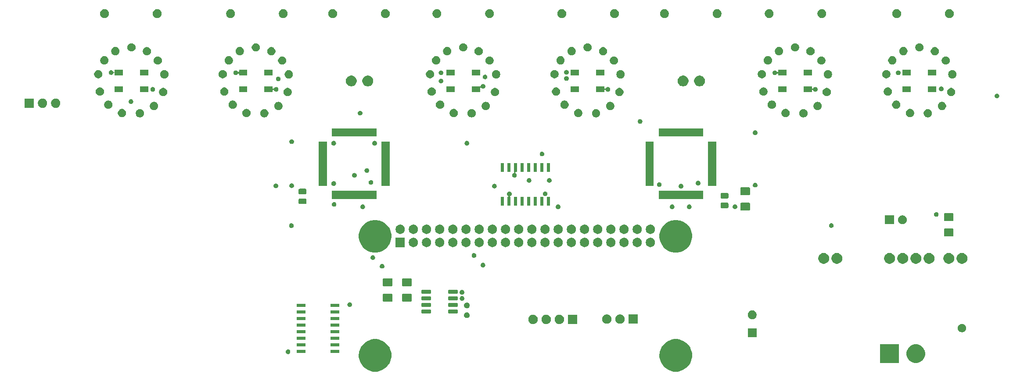
<source format=gbr>
G04 #@! TF.GenerationSoftware,KiCad,Pcbnew,5.1.5+dfsg1-2build2*
G04 #@! TF.CreationDate,2020-07-19T22:13:21-05:00*
G04 #@! TF.ProjectId,pi-nixie,70692d6e-6978-4696-952e-6b696361645f,rev?*
G04 #@! TF.SameCoordinates,Original*
G04 #@! TF.FileFunction,Soldermask,Top*
G04 #@! TF.FilePolarity,Negative*
%FSLAX46Y46*%
G04 Gerber Fmt 4.6, Leading zero omitted, Abs format (unit mm)*
G04 Created by KiCad (PCBNEW 5.1.5+dfsg1-2build2) date 2020-07-19 22:13:21*
%MOMM*%
%LPD*%
G04 APERTURE LIST*
%ADD10C,0.100000*%
G04 APERTURE END LIST*
D10*
G36*
X129689207Y-67924360D02*
G01*
X129919113Y-67970091D01*
X130492558Y-68207620D01*
X131008645Y-68552459D01*
X131447541Y-68991355D01*
X131654440Y-69301000D01*
X131792381Y-69507444D01*
X131861951Y-69675401D01*
X132029909Y-70080887D01*
X132070273Y-70283809D01*
X132130680Y-70587495D01*
X132151000Y-70689654D01*
X132151000Y-71310346D01*
X132029909Y-71919113D01*
X131792380Y-72492558D01*
X131447541Y-73008645D01*
X131008645Y-73447541D01*
X130492558Y-73792380D01*
X129919113Y-74029909D01*
X129716191Y-74070273D01*
X129310348Y-74151000D01*
X128689652Y-74151000D01*
X128283809Y-74070273D01*
X128080887Y-74029909D01*
X127507442Y-73792380D01*
X126991355Y-73447541D01*
X126552459Y-73008645D01*
X126207620Y-72492558D01*
X125970091Y-71919113D01*
X125849000Y-71310346D01*
X125849000Y-70689654D01*
X125869321Y-70587495D01*
X125929727Y-70283809D01*
X125970091Y-70080887D01*
X126138049Y-69675401D01*
X126207619Y-69507444D01*
X126345561Y-69301000D01*
X126552459Y-68991355D01*
X126991355Y-68552459D01*
X127507442Y-68207620D01*
X128080887Y-67970091D01*
X128310793Y-67924360D01*
X128689652Y-67849000D01*
X129310348Y-67849000D01*
X129689207Y-67924360D01*
G37*
G36*
X71689207Y-67924360D02*
G01*
X71919113Y-67970091D01*
X72492558Y-68207620D01*
X73008645Y-68552459D01*
X73447541Y-68991355D01*
X73654440Y-69301000D01*
X73792381Y-69507444D01*
X73861951Y-69675401D01*
X74029909Y-70080887D01*
X74070273Y-70283809D01*
X74130680Y-70587495D01*
X74151000Y-70689654D01*
X74151000Y-71310346D01*
X74029909Y-71919113D01*
X73792380Y-72492558D01*
X73447541Y-73008645D01*
X73008645Y-73447541D01*
X72492558Y-73792380D01*
X71919113Y-74029909D01*
X71716191Y-74070273D01*
X71310348Y-74151000D01*
X70689652Y-74151000D01*
X70283809Y-74070273D01*
X70080887Y-74029909D01*
X69507442Y-73792380D01*
X68991355Y-73447541D01*
X68552459Y-73008645D01*
X68207620Y-72492558D01*
X67970091Y-71919113D01*
X67849000Y-71310346D01*
X67849000Y-70689654D01*
X67869321Y-70587495D01*
X67929727Y-70283809D01*
X67970091Y-70080887D01*
X68138049Y-69675401D01*
X68207619Y-69507444D01*
X68345561Y-69301000D01*
X68552459Y-68991355D01*
X68991355Y-68552459D01*
X69507442Y-68207620D01*
X70080887Y-67970091D01*
X70310793Y-67924360D01*
X70689652Y-67849000D01*
X71310348Y-67849000D01*
X71689207Y-67924360D01*
G37*
G36*
X175531905Y-68883789D02*
G01*
X175830350Y-68943153D01*
X176158122Y-69078921D01*
X176453109Y-69276025D01*
X176703975Y-69526891D01*
X176901079Y-69821878D01*
X177036847Y-70149650D01*
X177106060Y-70497611D01*
X177106060Y-70852389D01*
X177036847Y-71200350D01*
X176901079Y-71528122D01*
X176703975Y-71823109D01*
X176453109Y-72073975D01*
X176158122Y-72271079D01*
X175830350Y-72406847D01*
X175531905Y-72466211D01*
X175482390Y-72476060D01*
X175127610Y-72476060D01*
X175078095Y-72466211D01*
X174779650Y-72406847D01*
X174451878Y-72271079D01*
X174156891Y-72073975D01*
X173906025Y-71823109D01*
X173708921Y-71528122D01*
X173573153Y-71200350D01*
X173503940Y-70852389D01*
X173503940Y-70497611D01*
X173573153Y-70149650D01*
X173708921Y-69821878D01*
X173906025Y-69526891D01*
X174156891Y-69276025D01*
X174451878Y-69078921D01*
X174779650Y-68943153D01*
X175078095Y-68883789D01*
X175127610Y-68873940D01*
X175482390Y-68873940D01*
X175531905Y-68883789D01*
G37*
G36*
X172026060Y-72476060D02*
G01*
X168423940Y-72476060D01*
X168423940Y-68873940D01*
X172026060Y-68873940D01*
X172026060Y-72476060D01*
G37*
G36*
X54331552Y-69866331D02*
G01*
X54413627Y-69900328D01*
X54413629Y-69900329D01*
X54441572Y-69919000D01*
X54487495Y-69949685D01*
X54550315Y-70012505D01*
X54574825Y-70049187D01*
X54596007Y-70080887D01*
X54599672Y-70086373D01*
X54633669Y-70168448D01*
X54651000Y-70255579D01*
X54651000Y-70344421D01*
X54633669Y-70431552D01*
X54606306Y-70497611D01*
X54599671Y-70513629D01*
X54574825Y-70550813D01*
X54561337Y-70571000D01*
X54550314Y-70587496D01*
X54487496Y-70650314D01*
X54413629Y-70699671D01*
X54413628Y-70699672D01*
X54413627Y-70699672D01*
X54331552Y-70733669D01*
X54244421Y-70751000D01*
X54155579Y-70751000D01*
X54068448Y-70733669D01*
X53986373Y-70699672D01*
X53986372Y-70699672D01*
X53986371Y-70699671D01*
X53912504Y-70650314D01*
X53849686Y-70587496D01*
X53838664Y-70571000D01*
X53825175Y-70550813D01*
X53800329Y-70513629D01*
X53793694Y-70497611D01*
X53766331Y-70431552D01*
X53749000Y-70344421D01*
X53749000Y-70255579D01*
X53766331Y-70168448D01*
X53800328Y-70086373D01*
X53803994Y-70080887D01*
X53825175Y-70049187D01*
X53849685Y-70012505D01*
X53912505Y-69949685D01*
X53958428Y-69919000D01*
X53986371Y-69900329D01*
X53986373Y-69900328D01*
X54068448Y-69866331D01*
X54155579Y-69849000D01*
X54244421Y-69849000D01*
X54331552Y-69866331D01*
G37*
G36*
X64019987Y-69921524D02*
G01*
X64038730Y-69927210D01*
X64055997Y-69936439D01*
X64071136Y-69948864D01*
X64083561Y-69964003D01*
X64092790Y-69981270D01*
X64098476Y-70000013D01*
X64101000Y-70025640D01*
X64101000Y-70464360D01*
X64098476Y-70489987D01*
X64092790Y-70508730D01*
X64083561Y-70525997D01*
X64071136Y-70541136D01*
X64055997Y-70553561D01*
X64038730Y-70562790D01*
X64019987Y-70568476D01*
X63994360Y-70571000D01*
X62505640Y-70571000D01*
X62480013Y-70568476D01*
X62461270Y-70562790D01*
X62444003Y-70553561D01*
X62428864Y-70541136D01*
X62416439Y-70525997D01*
X62407210Y-70508730D01*
X62401524Y-70489987D01*
X62399000Y-70464360D01*
X62399000Y-70025640D01*
X62401524Y-70000013D01*
X62407210Y-69981270D01*
X62416439Y-69964003D01*
X62428864Y-69948864D01*
X62444003Y-69936439D01*
X62461270Y-69927210D01*
X62480013Y-69921524D01*
X62505640Y-69919000D01*
X63994360Y-69919000D01*
X64019987Y-69921524D01*
G37*
G36*
X57519987Y-69921524D02*
G01*
X57538730Y-69927210D01*
X57555997Y-69936439D01*
X57571136Y-69948864D01*
X57583561Y-69964003D01*
X57592790Y-69981270D01*
X57598476Y-70000013D01*
X57601000Y-70025640D01*
X57601000Y-70464360D01*
X57598476Y-70489987D01*
X57592790Y-70508730D01*
X57583561Y-70525997D01*
X57571136Y-70541136D01*
X57555997Y-70553561D01*
X57538730Y-70562790D01*
X57519987Y-70568476D01*
X57494360Y-70571000D01*
X56005640Y-70571000D01*
X55980013Y-70568476D01*
X55961270Y-70562790D01*
X55944003Y-70553561D01*
X55928864Y-70541136D01*
X55916439Y-70525997D01*
X55907210Y-70508730D01*
X55901524Y-70489987D01*
X55899000Y-70464360D01*
X55899000Y-70025640D01*
X55901524Y-70000013D01*
X55907210Y-69981270D01*
X55916439Y-69964003D01*
X55928864Y-69948864D01*
X55944003Y-69936439D01*
X55961270Y-69927210D01*
X55980013Y-69921524D01*
X56005640Y-69919000D01*
X57494360Y-69919000D01*
X57519987Y-69921524D01*
G37*
G36*
X64019987Y-68651524D02*
G01*
X64038730Y-68657210D01*
X64055997Y-68666439D01*
X64071136Y-68678864D01*
X64083561Y-68694003D01*
X64092790Y-68711270D01*
X64098476Y-68730013D01*
X64101000Y-68755640D01*
X64101000Y-69194360D01*
X64098476Y-69219987D01*
X64092790Y-69238730D01*
X64083561Y-69255997D01*
X64071136Y-69271136D01*
X64055997Y-69283561D01*
X64038730Y-69292790D01*
X64019987Y-69298476D01*
X63994360Y-69301000D01*
X62505640Y-69301000D01*
X62480013Y-69298476D01*
X62461270Y-69292790D01*
X62444003Y-69283561D01*
X62428864Y-69271136D01*
X62416439Y-69255997D01*
X62407210Y-69238730D01*
X62401524Y-69219987D01*
X62399000Y-69194360D01*
X62399000Y-68755640D01*
X62401524Y-68730013D01*
X62407210Y-68711270D01*
X62416439Y-68694003D01*
X62428864Y-68678864D01*
X62444003Y-68666439D01*
X62461270Y-68657210D01*
X62480013Y-68651524D01*
X62505640Y-68649000D01*
X63994360Y-68649000D01*
X64019987Y-68651524D01*
G37*
G36*
X57519987Y-68651524D02*
G01*
X57538730Y-68657210D01*
X57555997Y-68666439D01*
X57571136Y-68678864D01*
X57583561Y-68694003D01*
X57592790Y-68711270D01*
X57598476Y-68730013D01*
X57601000Y-68755640D01*
X57601000Y-69194360D01*
X57598476Y-69219987D01*
X57592790Y-69238730D01*
X57583561Y-69255997D01*
X57571136Y-69271136D01*
X57555997Y-69283561D01*
X57538730Y-69292790D01*
X57519987Y-69298476D01*
X57494360Y-69301000D01*
X56005640Y-69301000D01*
X55980013Y-69298476D01*
X55961270Y-69292790D01*
X55944003Y-69283561D01*
X55928864Y-69271136D01*
X55916439Y-69255997D01*
X55907210Y-69238730D01*
X55901524Y-69219987D01*
X55899000Y-69194360D01*
X55899000Y-68755640D01*
X55901524Y-68730013D01*
X55907210Y-68711270D01*
X55916439Y-68694003D01*
X55928864Y-68678864D01*
X55944003Y-68666439D01*
X55961270Y-68657210D01*
X55980013Y-68651524D01*
X56005640Y-68649000D01*
X57494360Y-68649000D01*
X57519987Y-68651524D01*
G37*
G36*
X57519987Y-67381524D02*
G01*
X57538730Y-67387210D01*
X57555997Y-67396439D01*
X57571136Y-67408864D01*
X57583561Y-67424003D01*
X57592790Y-67441270D01*
X57598476Y-67460013D01*
X57601000Y-67485640D01*
X57601000Y-67924360D01*
X57598476Y-67949987D01*
X57592790Y-67968730D01*
X57583561Y-67985997D01*
X57571136Y-68001136D01*
X57555997Y-68013561D01*
X57538730Y-68022790D01*
X57519987Y-68028476D01*
X57494360Y-68031000D01*
X56005640Y-68031000D01*
X55980013Y-68028476D01*
X55961270Y-68022790D01*
X55944003Y-68013561D01*
X55928864Y-68001136D01*
X55916439Y-67985997D01*
X55907210Y-67968730D01*
X55901524Y-67949987D01*
X55899000Y-67924360D01*
X55899000Y-67485640D01*
X55901524Y-67460013D01*
X55907210Y-67441270D01*
X55916439Y-67424003D01*
X55928864Y-67408864D01*
X55944003Y-67396439D01*
X55961270Y-67387210D01*
X55980013Y-67381524D01*
X56005640Y-67379000D01*
X57494360Y-67379000D01*
X57519987Y-67381524D01*
G37*
G36*
X64019987Y-67381524D02*
G01*
X64038730Y-67387210D01*
X64055997Y-67396439D01*
X64071136Y-67408864D01*
X64083561Y-67424003D01*
X64092790Y-67441270D01*
X64098476Y-67460013D01*
X64101000Y-67485640D01*
X64101000Y-67924360D01*
X64098476Y-67949987D01*
X64092790Y-67968730D01*
X64083561Y-67985997D01*
X64071136Y-68001136D01*
X64055997Y-68013561D01*
X64038730Y-68022790D01*
X64019987Y-68028476D01*
X63994360Y-68031000D01*
X62505640Y-68031000D01*
X62480013Y-68028476D01*
X62461270Y-68022790D01*
X62444003Y-68013561D01*
X62428864Y-68001136D01*
X62416439Y-67985997D01*
X62407210Y-67968730D01*
X62401524Y-67949987D01*
X62399000Y-67924360D01*
X62399000Y-67485640D01*
X62401524Y-67460013D01*
X62407210Y-67441270D01*
X62416439Y-67424003D01*
X62428864Y-67408864D01*
X62444003Y-67396439D01*
X62461270Y-67387210D01*
X62480013Y-67381524D01*
X62505640Y-67379000D01*
X63994360Y-67379000D01*
X64019987Y-67381524D01*
G37*
G36*
X144601000Y-67526000D02*
G01*
X142899000Y-67526000D01*
X142899000Y-65824000D01*
X144601000Y-65824000D01*
X144601000Y-67526000D01*
G37*
G36*
X57519987Y-66111524D02*
G01*
X57538730Y-66117210D01*
X57555997Y-66126439D01*
X57571136Y-66138864D01*
X57583561Y-66154003D01*
X57592790Y-66171270D01*
X57598476Y-66190013D01*
X57601000Y-66215640D01*
X57601000Y-66654360D01*
X57598476Y-66679987D01*
X57592790Y-66698730D01*
X57583561Y-66715997D01*
X57571136Y-66731136D01*
X57555997Y-66743561D01*
X57538730Y-66752790D01*
X57519987Y-66758476D01*
X57494360Y-66761000D01*
X56005640Y-66761000D01*
X55980013Y-66758476D01*
X55961270Y-66752790D01*
X55944003Y-66743561D01*
X55928864Y-66731136D01*
X55916439Y-66715997D01*
X55907210Y-66698730D01*
X55901524Y-66679987D01*
X55899000Y-66654360D01*
X55899000Y-66215640D01*
X55901524Y-66190013D01*
X55907210Y-66171270D01*
X55916439Y-66154003D01*
X55928864Y-66138864D01*
X55944003Y-66126439D01*
X55961270Y-66117210D01*
X55980013Y-66111524D01*
X56005640Y-66109000D01*
X57494360Y-66109000D01*
X57519987Y-66111524D01*
G37*
G36*
X64019987Y-66111524D02*
G01*
X64038730Y-66117210D01*
X64055997Y-66126439D01*
X64071136Y-66138864D01*
X64083561Y-66154003D01*
X64092790Y-66171270D01*
X64098476Y-66190013D01*
X64101000Y-66215640D01*
X64101000Y-66654360D01*
X64098476Y-66679987D01*
X64092790Y-66698730D01*
X64083561Y-66715997D01*
X64071136Y-66731136D01*
X64055997Y-66743561D01*
X64038730Y-66752790D01*
X64019987Y-66758476D01*
X63994360Y-66761000D01*
X62505640Y-66761000D01*
X62480013Y-66758476D01*
X62461270Y-66752790D01*
X62444003Y-66743561D01*
X62428864Y-66731136D01*
X62416439Y-66715997D01*
X62407210Y-66698730D01*
X62401524Y-66679987D01*
X62399000Y-66654360D01*
X62399000Y-66215640D01*
X62401524Y-66190013D01*
X62407210Y-66171270D01*
X62416439Y-66154003D01*
X62428864Y-66138864D01*
X62444003Y-66126439D01*
X62461270Y-66117210D01*
X62480013Y-66111524D01*
X62505640Y-66109000D01*
X63994360Y-66109000D01*
X64019987Y-66111524D01*
G37*
G36*
X184433642Y-64964781D02*
G01*
X184579414Y-65025162D01*
X184579416Y-65025163D01*
X184710608Y-65112822D01*
X184822178Y-65224392D01*
X184891406Y-65328000D01*
X184909838Y-65355586D01*
X184970219Y-65501358D01*
X185001000Y-65656107D01*
X185001000Y-65813893D01*
X184970219Y-65968642D01*
X184911035Y-66111524D01*
X184909837Y-66114416D01*
X184822178Y-66245608D01*
X184710608Y-66357178D01*
X184579416Y-66444837D01*
X184579415Y-66444838D01*
X184579414Y-66444838D01*
X184433642Y-66505219D01*
X184278893Y-66536000D01*
X184121107Y-66536000D01*
X183966358Y-66505219D01*
X183820586Y-66444838D01*
X183820585Y-66444838D01*
X183820584Y-66444837D01*
X183689392Y-66357178D01*
X183577822Y-66245608D01*
X183490163Y-66114416D01*
X183488965Y-66111524D01*
X183429781Y-65968642D01*
X183399000Y-65813893D01*
X183399000Y-65656107D01*
X183429781Y-65501358D01*
X183490162Y-65355586D01*
X183508594Y-65328000D01*
X183577822Y-65224392D01*
X183689392Y-65112822D01*
X183820584Y-65025163D01*
X183820586Y-65025162D01*
X183966358Y-64964781D01*
X184121107Y-64934000D01*
X184278893Y-64934000D01*
X184433642Y-64964781D01*
G37*
G36*
X64019987Y-64841524D02*
G01*
X64038730Y-64847210D01*
X64055997Y-64856439D01*
X64071136Y-64868864D01*
X64083561Y-64884003D01*
X64092790Y-64901270D01*
X64098476Y-64920013D01*
X64101000Y-64945640D01*
X64101000Y-65384360D01*
X64098476Y-65409987D01*
X64092790Y-65428730D01*
X64083561Y-65445997D01*
X64071136Y-65461136D01*
X64055997Y-65473561D01*
X64038730Y-65482790D01*
X64019987Y-65488476D01*
X63994360Y-65491000D01*
X62505640Y-65491000D01*
X62480013Y-65488476D01*
X62461270Y-65482790D01*
X62444003Y-65473561D01*
X62428864Y-65461136D01*
X62416439Y-65445997D01*
X62407210Y-65428730D01*
X62401524Y-65409987D01*
X62399000Y-65384360D01*
X62399000Y-64945640D01*
X62401524Y-64920013D01*
X62407210Y-64901270D01*
X62416439Y-64884003D01*
X62428864Y-64868864D01*
X62444003Y-64856439D01*
X62461270Y-64847210D01*
X62480013Y-64841524D01*
X62505640Y-64839000D01*
X63994360Y-64839000D01*
X64019987Y-64841524D01*
G37*
G36*
X57519987Y-64841524D02*
G01*
X57538730Y-64847210D01*
X57555997Y-64856439D01*
X57571136Y-64868864D01*
X57583561Y-64884003D01*
X57592790Y-64901270D01*
X57598476Y-64920013D01*
X57601000Y-64945640D01*
X57601000Y-65384360D01*
X57598476Y-65409987D01*
X57592790Y-65428730D01*
X57583561Y-65445997D01*
X57571136Y-65461136D01*
X57555997Y-65473561D01*
X57538730Y-65482790D01*
X57519987Y-65488476D01*
X57494360Y-65491000D01*
X56005640Y-65491000D01*
X55980013Y-65488476D01*
X55961270Y-65482790D01*
X55944003Y-65473561D01*
X55928864Y-65461136D01*
X55916439Y-65445997D01*
X55907210Y-65428730D01*
X55901524Y-65409987D01*
X55899000Y-65384360D01*
X55899000Y-64945640D01*
X55901524Y-64920013D01*
X55907210Y-64901270D01*
X55916439Y-64884003D01*
X55928864Y-64868864D01*
X55944003Y-64856439D01*
X55961270Y-64847210D01*
X55980013Y-64841524D01*
X56005640Y-64839000D01*
X57494360Y-64839000D01*
X57519987Y-64841524D01*
G37*
G36*
X109976000Y-64951000D02*
G01*
X108174000Y-64951000D01*
X108174000Y-63149000D01*
X109976000Y-63149000D01*
X109976000Y-64951000D01*
G37*
G36*
X101568512Y-63153927D02*
G01*
X101717812Y-63183624D01*
X101881784Y-63251544D01*
X102029354Y-63350147D01*
X102154853Y-63475646D01*
X102253456Y-63623216D01*
X102321376Y-63787188D01*
X102356000Y-63961259D01*
X102356000Y-64138741D01*
X102321376Y-64312812D01*
X102253456Y-64476784D01*
X102154853Y-64624354D01*
X102029354Y-64749853D01*
X101881784Y-64848456D01*
X101717812Y-64916376D01*
X101570688Y-64945640D01*
X101543742Y-64951000D01*
X101366258Y-64951000D01*
X101339312Y-64945640D01*
X101192188Y-64916376D01*
X101028216Y-64848456D01*
X100880646Y-64749853D01*
X100755147Y-64624354D01*
X100656544Y-64476784D01*
X100588624Y-64312812D01*
X100554000Y-64138741D01*
X100554000Y-63961259D01*
X100588624Y-63787188D01*
X100656544Y-63623216D01*
X100755147Y-63475646D01*
X100880646Y-63350147D01*
X101028216Y-63251544D01*
X101192188Y-63183624D01*
X101341488Y-63153927D01*
X101366258Y-63149000D01*
X101543742Y-63149000D01*
X101568512Y-63153927D01*
G37*
G36*
X106648512Y-63153927D02*
G01*
X106797812Y-63183624D01*
X106961784Y-63251544D01*
X107109354Y-63350147D01*
X107234853Y-63475646D01*
X107333456Y-63623216D01*
X107401376Y-63787188D01*
X107436000Y-63961259D01*
X107436000Y-64138741D01*
X107401376Y-64312812D01*
X107333456Y-64476784D01*
X107234853Y-64624354D01*
X107109354Y-64749853D01*
X106961784Y-64848456D01*
X106797812Y-64916376D01*
X106650688Y-64945640D01*
X106623742Y-64951000D01*
X106446258Y-64951000D01*
X106419312Y-64945640D01*
X106272188Y-64916376D01*
X106108216Y-64848456D01*
X105960646Y-64749853D01*
X105835147Y-64624354D01*
X105736544Y-64476784D01*
X105668624Y-64312812D01*
X105634000Y-64138741D01*
X105634000Y-63961259D01*
X105668624Y-63787188D01*
X105736544Y-63623216D01*
X105835147Y-63475646D01*
X105960646Y-63350147D01*
X106108216Y-63251544D01*
X106272188Y-63183624D01*
X106421488Y-63153927D01*
X106446258Y-63149000D01*
X106623742Y-63149000D01*
X106648512Y-63153927D01*
G37*
G36*
X104108512Y-63153927D02*
G01*
X104257812Y-63183624D01*
X104421784Y-63251544D01*
X104569354Y-63350147D01*
X104694853Y-63475646D01*
X104793456Y-63623216D01*
X104861376Y-63787188D01*
X104896000Y-63961259D01*
X104896000Y-64138741D01*
X104861376Y-64312812D01*
X104793456Y-64476784D01*
X104694853Y-64624354D01*
X104569354Y-64749853D01*
X104421784Y-64848456D01*
X104257812Y-64916376D01*
X104110688Y-64945640D01*
X104083742Y-64951000D01*
X103906258Y-64951000D01*
X103879312Y-64945640D01*
X103732188Y-64916376D01*
X103568216Y-64848456D01*
X103420646Y-64749853D01*
X103295147Y-64624354D01*
X103196544Y-64476784D01*
X103128624Y-64312812D01*
X103094000Y-64138741D01*
X103094000Y-63961259D01*
X103128624Y-63787188D01*
X103196544Y-63623216D01*
X103295147Y-63475646D01*
X103420646Y-63350147D01*
X103568216Y-63251544D01*
X103732188Y-63183624D01*
X103881488Y-63153927D01*
X103906258Y-63149000D01*
X104083742Y-63149000D01*
X104108512Y-63153927D01*
G37*
G36*
X121676000Y-64901000D02*
G01*
X119874000Y-64901000D01*
X119874000Y-63099000D01*
X121676000Y-63099000D01*
X121676000Y-64901000D01*
G37*
G36*
X115808512Y-63103927D02*
G01*
X115957812Y-63133624D01*
X116121784Y-63201544D01*
X116269354Y-63300147D01*
X116394853Y-63425646D01*
X116493456Y-63573216D01*
X116561376Y-63737188D01*
X116581033Y-63836015D01*
X116596000Y-63911258D01*
X116596000Y-64088742D01*
X116591073Y-64113512D01*
X116561376Y-64262812D01*
X116493456Y-64426784D01*
X116394853Y-64574354D01*
X116269354Y-64699853D01*
X116121784Y-64798456D01*
X115957812Y-64866376D01*
X115808512Y-64896073D01*
X115783742Y-64901000D01*
X115606258Y-64901000D01*
X115581488Y-64896073D01*
X115432188Y-64866376D01*
X115268216Y-64798456D01*
X115120646Y-64699853D01*
X114995147Y-64574354D01*
X114896544Y-64426784D01*
X114828624Y-64262812D01*
X114798927Y-64113512D01*
X114794000Y-64088742D01*
X114794000Y-63911258D01*
X114808967Y-63836015D01*
X114828624Y-63737188D01*
X114896544Y-63573216D01*
X114995147Y-63425646D01*
X115120646Y-63300147D01*
X115268216Y-63201544D01*
X115432188Y-63133624D01*
X115581488Y-63103927D01*
X115606258Y-63099000D01*
X115783742Y-63099000D01*
X115808512Y-63103927D01*
G37*
G36*
X118348512Y-63103927D02*
G01*
X118497812Y-63133624D01*
X118661784Y-63201544D01*
X118809354Y-63300147D01*
X118934853Y-63425646D01*
X119033456Y-63573216D01*
X119101376Y-63737188D01*
X119121033Y-63836015D01*
X119136000Y-63911258D01*
X119136000Y-64088742D01*
X119131073Y-64113512D01*
X119101376Y-64262812D01*
X119033456Y-64426784D01*
X118934853Y-64574354D01*
X118809354Y-64699853D01*
X118661784Y-64798456D01*
X118497812Y-64866376D01*
X118348512Y-64896073D01*
X118323742Y-64901000D01*
X118146258Y-64901000D01*
X118121488Y-64896073D01*
X117972188Y-64866376D01*
X117808216Y-64798456D01*
X117660646Y-64699853D01*
X117535147Y-64574354D01*
X117436544Y-64426784D01*
X117368624Y-64262812D01*
X117338927Y-64113512D01*
X117334000Y-64088742D01*
X117334000Y-63911258D01*
X117348967Y-63836015D01*
X117368624Y-63737188D01*
X117436544Y-63573216D01*
X117535147Y-63425646D01*
X117660646Y-63300147D01*
X117808216Y-63201544D01*
X117972188Y-63133624D01*
X118121488Y-63103927D01*
X118146258Y-63099000D01*
X118323742Y-63099000D01*
X118348512Y-63103927D01*
G37*
G36*
X57519987Y-63571524D02*
G01*
X57538730Y-63577210D01*
X57555997Y-63586439D01*
X57571136Y-63598864D01*
X57583561Y-63614003D01*
X57592790Y-63631270D01*
X57598476Y-63650013D01*
X57601000Y-63675640D01*
X57601000Y-64114360D01*
X57598476Y-64139987D01*
X57592790Y-64158730D01*
X57583561Y-64175997D01*
X57571136Y-64191136D01*
X57555997Y-64203561D01*
X57538730Y-64212790D01*
X57519987Y-64218476D01*
X57494360Y-64221000D01*
X56005640Y-64221000D01*
X55980013Y-64218476D01*
X55961270Y-64212790D01*
X55944003Y-64203561D01*
X55928864Y-64191136D01*
X55916439Y-64175997D01*
X55907210Y-64158730D01*
X55901524Y-64139987D01*
X55899000Y-64114360D01*
X55899000Y-63675640D01*
X55901524Y-63650013D01*
X55907210Y-63631270D01*
X55916439Y-63614003D01*
X55928864Y-63598864D01*
X55944003Y-63586439D01*
X55961270Y-63577210D01*
X55980013Y-63571524D01*
X56005640Y-63569000D01*
X57494360Y-63569000D01*
X57519987Y-63571524D01*
G37*
G36*
X64019987Y-63571524D02*
G01*
X64038730Y-63577210D01*
X64055997Y-63586439D01*
X64071136Y-63598864D01*
X64083561Y-63614003D01*
X64092790Y-63631270D01*
X64098476Y-63650013D01*
X64101000Y-63675640D01*
X64101000Y-64114360D01*
X64098476Y-64139987D01*
X64092790Y-64158730D01*
X64083561Y-64175997D01*
X64071136Y-64191136D01*
X64055997Y-64203561D01*
X64038730Y-64212790D01*
X64019987Y-64218476D01*
X63994360Y-64221000D01*
X62505640Y-64221000D01*
X62480013Y-64218476D01*
X62461270Y-64212790D01*
X62444003Y-64203561D01*
X62428864Y-64191136D01*
X62416439Y-64175997D01*
X62407210Y-64158730D01*
X62401524Y-64139987D01*
X62399000Y-64114360D01*
X62399000Y-63675640D01*
X62401524Y-63650013D01*
X62407210Y-63631270D01*
X62416439Y-63614003D01*
X62428864Y-63598864D01*
X62444003Y-63586439D01*
X62461270Y-63577210D01*
X62480013Y-63571524D01*
X62505640Y-63569000D01*
X63994360Y-63569000D01*
X64019987Y-63571524D01*
G37*
G36*
X143998228Y-62356703D02*
G01*
X144153100Y-62420853D01*
X144292481Y-62513985D01*
X144411015Y-62632519D01*
X144504147Y-62771900D01*
X144568297Y-62926772D01*
X144601000Y-63091184D01*
X144601000Y-63258816D01*
X144568297Y-63423228D01*
X144504147Y-63578100D01*
X144411015Y-63717481D01*
X144292481Y-63836015D01*
X144153100Y-63929147D01*
X143998228Y-63993297D01*
X143833816Y-64026000D01*
X143666184Y-64026000D01*
X143501772Y-63993297D01*
X143346900Y-63929147D01*
X143207519Y-63836015D01*
X143088985Y-63717481D01*
X142995853Y-63578100D01*
X142931703Y-63423228D01*
X142899000Y-63258816D01*
X142899000Y-63091184D01*
X142931703Y-62926772D01*
X142995853Y-62771900D01*
X143088985Y-62632519D01*
X143207519Y-62513985D01*
X143346900Y-62420853D01*
X143501772Y-62356703D01*
X143666184Y-62324000D01*
X143833816Y-62324000D01*
X143998228Y-62356703D01*
G37*
G36*
X88860721Y-62720174D02*
G01*
X88960995Y-62761709D01*
X89000342Y-62788000D01*
X89051242Y-62822010D01*
X89127990Y-62898758D01*
X89146708Y-62926772D01*
X89188291Y-62989005D01*
X89229826Y-63089279D01*
X89251000Y-63195730D01*
X89251000Y-63304270D01*
X89229826Y-63410721D01*
X89188291Y-63510995D01*
X89188290Y-63510996D01*
X89127990Y-63601242D01*
X89051242Y-63677990D01*
X89018002Y-63700200D01*
X88960995Y-63738291D01*
X88860721Y-63779826D01*
X88754270Y-63801000D01*
X88645730Y-63801000D01*
X88539279Y-63779826D01*
X88439005Y-63738291D01*
X88381998Y-63700200D01*
X88348758Y-63677990D01*
X88272010Y-63601242D01*
X88211710Y-63510996D01*
X88211709Y-63510995D01*
X88170174Y-63410721D01*
X88149000Y-63304270D01*
X88149000Y-63195730D01*
X88170174Y-63089279D01*
X88211709Y-62989005D01*
X88253292Y-62926772D01*
X88272010Y-62898758D01*
X88348758Y-62822010D01*
X88399658Y-62788000D01*
X88439005Y-62761709D01*
X88539279Y-62720174D01*
X88645730Y-62699000D01*
X88754270Y-62699000D01*
X88860721Y-62720174D01*
G37*
G36*
X64019987Y-62301524D02*
G01*
X64038730Y-62307210D01*
X64055997Y-62316439D01*
X64071136Y-62328864D01*
X64083561Y-62344003D01*
X64092790Y-62361270D01*
X64098476Y-62380013D01*
X64101000Y-62405640D01*
X64101000Y-62844360D01*
X64098476Y-62869987D01*
X64092790Y-62888730D01*
X64083561Y-62905997D01*
X64071136Y-62921136D01*
X64055997Y-62933561D01*
X64038730Y-62942790D01*
X64019987Y-62948476D01*
X63994360Y-62951000D01*
X62505640Y-62951000D01*
X62480013Y-62948476D01*
X62461270Y-62942790D01*
X62444003Y-62933561D01*
X62428864Y-62921136D01*
X62416439Y-62905997D01*
X62407210Y-62888730D01*
X62401524Y-62869987D01*
X62399000Y-62844360D01*
X62399000Y-62405640D01*
X62401524Y-62380013D01*
X62407210Y-62361270D01*
X62416439Y-62344003D01*
X62428864Y-62328864D01*
X62444003Y-62316439D01*
X62461270Y-62307210D01*
X62480013Y-62301524D01*
X62505640Y-62299000D01*
X63994360Y-62299000D01*
X64019987Y-62301524D01*
G37*
G36*
X57519987Y-62301524D02*
G01*
X57538730Y-62307210D01*
X57555997Y-62316439D01*
X57571136Y-62328864D01*
X57583561Y-62344003D01*
X57592790Y-62361270D01*
X57598476Y-62380013D01*
X57601000Y-62405640D01*
X57601000Y-62844360D01*
X57598476Y-62869987D01*
X57592790Y-62888730D01*
X57583561Y-62905997D01*
X57571136Y-62921136D01*
X57555997Y-62933561D01*
X57538730Y-62942790D01*
X57519987Y-62948476D01*
X57494360Y-62951000D01*
X56005640Y-62951000D01*
X55980013Y-62948476D01*
X55961270Y-62942790D01*
X55944003Y-62933561D01*
X55928864Y-62921136D01*
X55916439Y-62905997D01*
X55907210Y-62888730D01*
X55901524Y-62869987D01*
X55899000Y-62844360D01*
X55899000Y-62405640D01*
X55901524Y-62380013D01*
X55907210Y-62361270D01*
X55916439Y-62344003D01*
X55928864Y-62328864D01*
X55944003Y-62316439D01*
X55961270Y-62307210D01*
X55980013Y-62301524D01*
X56005640Y-62299000D01*
X57494360Y-62299000D01*
X57519987Y-62301524D01*
G37*
G36*
X86859928Y-62181764D02*
G01*
X86881009Y-62188160D01*
X86900445Y-62198548D01*
X86917476Y-62212524D01*
X86931452Y-62229555D01*
X86941840Y-62248991D01*
X86948236Y-62270072D01*
X86951000Y-62298140D01*
X86951000Y-62761860D01*
X86948236Y-62789928D01*
X86941840Y-62811009D01*
X86931452Y-62830445D01*
X86917476Y-62847476D01*
X86900445Y-62861452D01*
X86881009Y-62871840D01*
X86859928Y-62878236D01*
X86831860Y-62881000D01*
X85218140Y-62881000D01*
X85190072Y-62878236D01*
X85168991Y-62871840D01*
X85149555Y-62861452D01*
X85132524Y-62847476D01*
X85118548Y-62830445D01*
X85108160Y-62811009D01*
X85101764Y-62789928D01*
X85099000Y-62761860D01*
X85099000Y-62298140D01*
X85101764Y-62270072D01*
X85108160Y-62248991D01*
X85118548Y-62229555D01*
X85132524Y-62212524D01*
X85149555Y-62198548D01*
X85168991Y-62188160D01*
X85190072Y-62181764D01*
X85218140Y-62179000D01*
X86831860Y-62179000D01*
X86859928Y-62181764D01*
G37*
G36*
X81709928Y-62181764D02*
G01*
X81731009Y-62188160D01*
X81750445Y-62198548D01*
X81767476Y-62212524D01*
X81781452Y-62229555D01*
X81791840Y-62248991D01*
X81798236Y-62270072D01*
X81801000Y-62298140D01*
X81801000Y-62761860D01*
X81798236Y-62789928D01*
X81791840Y-62811009D01*
X81781452Y-62830445D01*
X81767476Y-62847476D01*
X81750445Y-62861452D01*
X81731009Y-62871840D01*
X81709928Y-62878236D01*
X81681860Y-62881000D01*
X80068140Y-62881000D01*
X80040072Y-62878236D01*
X80018991Y-62871840D01*
X79999555Y-62861452D01*
X79982524Y-62847476D01*
X79968548Y-62830445D01*
X79958160Y-62811009D01*
X79951764Y-62789928D01*
X79949000Y-62761860D01*
X79949000Y-62298140D01*
X79951764Y-62270072D01*
X79958160Y-62248991D01*
X79968548Y-62229555D01*
X79982524Y-62212524D01*
X79999555Y-62198548D01*
X80018991Y-62188160D01*
X80040072Y-62181764D01*
X80068140Y-62179000D01*
X81681860Y-62179000D01*
X81709928Y-62181764D01*
G37*
G36*
X88860721Y-60820174D02*
G01*
X88960995Y-60861709D01*
X88960996Y-60861710D01*
X89051242Y-60922010D01*
X89127990Y-60998758D01*
X89127991Y-60998760D01*
X89188291Y-61089005D01*
X89229826Y-61189279D01*
X89251000Y-61295730D01*
X89251000Y-61404270D01*
X89229826Y-61510721D01*
X89188291Y-61610995D01*
X89171585Y-61635997D01*
X89127990Y-61701242D01*
X89051242Y-61777990D01*
X89005812Y-61808345D01*
X88960995Y-61838291D01*
X88860721Y-61879826D01*
X88754270Y-61901000D01*
X88645730Y-61901000D01*
X88539279Y-61879826D01*
X88439005Y-61838291D01*
X88394188Y-61808345D01*
X88348758Y-61777990D01*
X88272010Y-61701242D01*
X88228415Y-61635997D01*
X88211709Y-61610995D01*
X88170174Y-61510721D01*
X88149000Y-61404270D01*
X88149000Y-61295730D01*
X88170174Y-61189279D01*
X88211709Y-61089005D01*
X88272009Y-60998760D01*
X88272010Y-60998758D01*
X88348758Y-60922010D01*
X88439004Y-60861710D01*
X88439005Y-60861709D01*
X88539279Y-60820174D01*
X88645730Y-60799000D01*
X88754270Y-60799000D01*
X88860721Y-60820174D01*
G37*
G36*
X57519987Y-61031524D02*
G01*
X57538730Y-61037210D01*
X57555997Y-61046439D01*
X57571136Y-61058864D01*
X57583561Y-61074003D01*
X57592790Y-61091270D01*
X57598476Y-61110013D01*
X57601000Y-61135640D01*
X57601000Y-61574360D01*
X57598476Y-61599987D01*
X57592790Y-61618730D01*
X57583561Y-61635997D01*
X57571136Y-61651136D01*
X57555997Y-61663561D01*
X57538730Y-61672790D01*
X57519987Y-61678476D01*
X57494360Y-61681000D01*
X56005640Y-61681000D01*
X55980013Y-61678476D01*
X55961270Y-61672790D01*
X55944003Y-61663561D01*
X55928864Y-61651136D01*
X55916439Y-61635997D01*
X55907210Y-61618730D01*
X55901524Y-61599987D01*
X55899000Y-61574360D01*
X55899000Y-61135640D01*
X55901524Y-61110013D01*
X55907210Y-61091270D01*
X55916439Y-61074003D01*
X55928864Y-61058864D01*
X55944003Y-61046439D01*
X55961270Y-61037210D01*
X55980013Y-61031524D01*
X56005640Y-61029000D01*
X57494360Y-61029000D01*
X57519987Y-61031524D01*
G37*
G36*
X64019987Y-61031524D02*
G01*
X64038730Y-61037210D01*
X64055997Y-61046439D01*
X64071136Y-61058864D01*
X64083561Y-61074003D01*
X64092790Y-61091270D01*
X64098476Y-61110013D01*
X64101000Y-61135640D01*
X64101000Y-61574360D01*
X64098476Y-61599987D01*
X64092790Y-61618730D01*
X64083561Y-61635997D01*
X64071136Y-61651136D01*
X64055997Y-61663561D01*
X64038730Y-61672790D01*
X64019987Y-61678476D01*
X63994360Y-61681000D01*
X62505640Y-61681000D01*
X62480013Y-61678476D01*
X62461270Y-61672790D01*
X62444003Y-61663561D01*
X62428864Y-61651136D01*
X62416439Y-61635997D01*
X62407210Y-61618730D01*
X62401524Y-61599987D01*
X62399000Y-61574360D01*
X62399000Y-61135640D01*
X62401524Y-61110013D01*
X62407210Y-61091270D01*
X62416439Y-61074003D01*
X62428864Y-61058864D01*
X62444003Y-61046439D01*
X62461270Y-61037210D01*
X62480013Y-61031524D01*
X62505640Y-61029000D01*
X63994360Y-61029000D01*
X64019987Y-61031524D01*
G37*
G36*
X66231552Y-60766331D02*
G01*
X66313627Y-60800328D01*
X66313629Y-60800329D01*
X66343329Y-60820174D01*
X66387495Y-60849685D01*
X66450315Y-60912505D01*
X66467736Y-60938577D01*
X66482320Y-60960403D01*
X66499672Y-60986373D01*
X66533669Y-61068448D01*
X66551000Y-61155579D01*
X66551000Y-61244421D01*
X66533669Y-61331552D01*
X66503548Y-61404269D01*
X66499671Y-61413629D01*
X66450314Y-61487496D01*
X66387496Y-61550314D01*
X66313629Y-61599671D01*
X66313628Y-61599672D01*
X66313627Y-61599672D01*
X66231552Y-61633669D01*
X66144421Y-61651000D01*
X66055579Y-61651000D01*
X65968448Y-61633669D01*
X65886373Y-61599672D01*
X65886372Y-61599672D01*
X65886371Y-61599671D01*
X65812504Y-61550314D01*
X65749686Y-61487496D01*
X65700329Y-61413629D01*
X65696452Y-61404269D01*
X65666331Y-61331552D01*
X65649000Y-61244421D01*
X65649000Y-61155579D01*
X65666331Y-61068448D01*
X65700328Y-60986373D01*
X65717681Y-60960403D01*
X65732264Y-60938577D01*
X65749685Y-60912505D01*
X65812505Y-60849685D01*
X65856671Y-60820174D01*
X65886371Y-60800329D01*
X65886373Y-60800328D01*
X65968448Y-60766331D01*
X66055579Y-60749000D01*
X66144421Y-60749000D01*
X66231552Y-60766331D01*
G37*
G36*
X86859928Y-60911764D02*
G01*
X86881009Y-60918160D01*
X86900445Y-60928548D01*
X86917476Y-60942524D01*
X86931452Y-60959555D01*
X86941840Y-60978991D01*
X86948236Y-61000072D01*
X86951000Y-61028140D01*
X86951000Y-61491860D01*
X86948236Y-61519928D01*
X86941840Y-61541009D01*
X86931452Y-61560445D01*
X86917476Y-61577476D01*
X86900445Y-61591452D01*
X86881009Y-61601840D01*
X86859928Y-61608236D01*
X86831860Y-61611000D01*
X85218140Y-61611000D01*
X85190072Y-61608236D01*
X85168991Y-61601840D01*
X85149555Y-61591452D01*
X85132524Y-61577476D01*
X85118548Y-61560445D01*
X85108160Y-61541009D01*
X85101764Y-61519928D01*
X85099000Y-61491860D01*
X85099000Y-61028140D01*
X85101764Y-61000072D01*
X85108160Y-60978991D01*
X85118548Y-60959555D01*
X85132524Y-60942524D01*
X85149555Y-60928548D01*
X85168991Y-60918160D01*
X85190072Y-60911764D01*
X85218140Y-60909000D01*
X86831860Y-60909000D01*
X86859928Y-60911764D01*
G37*
G36*
X81709928Y-60911764D02*
G01*
X81731009Y-60918160D01*
X81750445Y-60928548D01*
X81767476Y-60942524D01*
X81781452Y-60959555D01*
X81791840Y-60978991D01*
X81798236Y-61000072D01*
X81801000Y-61028140D01*
X81801000Y-61491860D01*
X81798236Y-61519928D01*
X81791840Y-61541009D01*
X81781452Y-61560445D01*
X81767476Y-61577476D01*
X81750445Y-61591452D01*
X81731009Y-61601840D01*
X81709928Y-61608236D01*
X81681860Y-61611000D01*
X80068140Y-61611000D01*
X80040072Y-61608236D01*
X80018991Y-61601840D01*
X79999555Y-61591452D01*
X79982524Y-61577476D01*
X79968548Y-61560445D01*
X79958160Y-61541009D01*
X79951764Y-61519928D01*
X79949000Y-61491860D01*
X79949000Y-61028140D01*
X79951764Y-61000072D01*
X79958160Y-60978991D01*
X79968548Y-60959555D01*
X79982524Y-60942524D01*
X79999555Y-60928548D01*
X80018991Y-60918160D01*
X80040072Y-60911764D01*
X80068140Y-60909000D01*
X81681860Y-60909000D01*
X81709928Y-60911764D01*
G37*
G36*
X74200562Y-59103181D02*
G01*
X74235481Y-59113774D01*
X74267663Y-59130976D01*
X74295873Y-59154127D01*
X74319024Y-59182337D01*
X74336226Y-59214519D01*
X74346819Y-59249438D01*
X74351000Y-59291895D01*
X74351000Y-60433105D01*
X74346819Y-60475562D01*
X74336226Y-60510481D01*
X74319024Y-60542663D01*
X74295873Y-60570873D01*
X74267663Y-60594024D01*
X74235481Y-60611226D01*
X74200562Y-60621819D01*
X74158105Y-60626000D01*
X72691895Y-60626000D01*
X72649438Y-60621819D01*
X72614519Y-60611226D01*
X72582337Y-60594024D01*
X72554127Y-60570873D01*
X72530976Y-60542663D01*
X72513774Y-60510481D01*
X72503181Y-60475562D01*
X72499000Y-60433105D01*
X72499000Y-59291895D01*
X72503181Y-59249438D01*
X72513774Y-59214519D01*
X72530976Y-59182337D01*
X72554127Y-59154127D01*
X72582337Y-59130976D01*
X72614519Y-59113774D01*
X72649438Y-59103181D01*
X72691895Y-59099000D01*
X74158105Y-59099000D01*
X74200562Y-59103181D01*
G37*
G36*
X77900562Y-59103181D02*
G01*
X77935481Y-59113774D01*
X77967663Y-59130976D01*
X77995873Y-59154127D01*
X78019024Y-59182337D01*
X78036226Y-59214519D01*
X78046819Y-59249438D01*
X78051000Y-59291895D01*
X78051000Y-60433105D01*
X78046819Y-60475562D01*
X78036226Y-60510481D01*
X78019024Y-60542663D01*
X77995873Y-60570873D01*
X77967663Y-60594024D01*
X77935481Y-60611226D01*
X77900562Y-60621819D01*
X77858105Y-60626000D01*
X76391895Y-60626000D01*
X76349438Y-60621819D01*
X76314519Y-60611226D01*
X76282337Y-60594024D01*
X76254127Y-60570873D01*
X76230976Y-60542663D01*
X76213774Y-60510481D01*
X76203181Y-60475562D01*
X76199000Y-60433105D01*
X76199000Y-59291895D01*
X76203181Y-59249438D01*
X76213774Y-59214519D01*
X76230976Y-59182337D01*
X76254127Y-59154127D01*
X76282337Y-59130976D01*
X76314519Y-59113774D01*
X76349438Y-59103181D01*
X76391895Y-59099000D01*
X77858105Y-59099000D01*
X77900562Y-59103181D01*
G37*
G36*
X87906552Y-59566331D02*
G01*
X87988627Y-59600328D01*
X87988629Y-59600329D01*
X88025813Y-59625175D01*
X88062495Y-59649685D01*
X88125315Y-59712505D01*
X88174672Y-59786373D01*
X88208669Y-59868448D01*
X88226000Y-59955579D01*
X88226000Y-60044421D01*
X88208669Y-60131552D01*
X88174672Y-60213627D01*
X88136331Y-60271009D01*
X88125314Y-60287496D01*
X88062496Y-60350314D01*
X87988629Y-60399671D01*
X87988628Y-60399672D01*
X87988627Y-60399672D01*
X87906552Y-60433669D01*
X87819421Y-60451000D01*
X87730579Y-60451000D01*
X87643448Y-60433669D01*
X87561373Y-60399672D01*
X87561372Y-60399672D01*
X87561371Y-60399671D01*
X87487504Y-60350314D01*
X87424686Y-60287496D01*
X87413670Y-60271009D01*
X87375328Y-60213627D01*
X87341331Y-60131552D01*
X87324000Y-60044421D01*
X87324000Y-59955579D01*
X87341331Y-59868448D01*
X87375328Y-59786373D01*
X87424685Y-59712505D01*
X87487505Y-59649685D01*
X87524187Y-59625175D01*
X87561371Y-59600329D01*
X87561373Y-59600328D01*
X87643448Y-59566331D01*
X87730579Y-59549000D01*
X87819421Y-59549000D01*
X87906552Y-59566331D01*
G37*
G36*
X86859928Y-59641764D02*
G01*
X86881009Y-59648160D01*
X86900445Y-59658548D01*
X86917476Y-59672524D01*
X86931452Y-59689555D01*
X86941840Y-59708991D01*
X86948236Y-59730072D01*
X86951000Y-59758140D01*
X86951000Y-60221860D01*
X86948236Y-60249928D01*
X86941840Y-60271009D01*
X86931452Y-60290445D01*
X86917476Y-60307476D01*
X86900445Y-60321452D01*
X86881009Y-60331840D01*
X86859928Y-60338236D01*
X86831860Y-60341000D01*
X85218140Y-60341000D01*
X85190072Y-60338236D01*
X85168991Y-60331840D01*
X85149555Y-60321452D01*
X85132524Y-60307476D01*
X85118548Y-60290445D01*
X85108160Y-60271009D01*
X85101764Y-60249928D01*
X85099000Y-60221860D01*
X85099000Y-59758140D01*
X85101764Y-59730072D01*
X85108160Y-59708991D01*
X85118548Y-59689555D01*
X85132524Y-59672524D01*
X85149555Y-59658548D01*
X85168991Y-59648160D01*
X85190072Y-59641764D01*
X85218140Y-59639000D01*
X86831860Y-59639000D01*
X86859928Y-59641764D01*
G37*
G36*
X81709928Y-59641764D02*
G01*
X81731009Y-59648160D01*
X81750445Y-59658548D01*
X81767476Y-59672524D01*
X81781452Y-59689555D01*
X81791840Y-59708991D01*
X81798236Y-59730072D01*
X81801000Y-59758140D01*
X81801000Y-60221860D01*
X81798236Y-60249928D01*
X81791840Y-60271009D01*
X81781452Y-60290445D01*
X81767476Y-60307476D01*
X81750445Y-60321452D01*
X81731009Y-60331840D01*
X81709928Y-60338236D01*
X81681860Y-60341000D01*
X80068140Y-60341000D01*
X80040072Y-60338236D01*
X80018991Y-60331840D01*
X79999555Y-60321452D01*
X79982524Y-60307476D01*
X79968548Y-60290445D01*
X79958160Y-60271009D01*
X79951764Y-60249928D01*
X79949000Y-60221860D01*
X79949000Y-59758140D01*
X79951764Y-59730072D01*
X79958160Y-59708991D01*
X79968548Y-59689555D01*
X79982524Y-59672524D01*
X79999555Y-59658548D01*
X80018991Y-59648160D01*
X80040072Y-59641764D01*
X80068140Y-59639000D01*
X81681860Y-59639000D01*
X81709928Y-59641764D01*
G37*
G36*
X87881552Y-58366331D02*
G01*
X87963627Y-58400328D01*
X87963629Y-58400329D01*
X87966914Y-58402524D01*
X88037495Y-58449685D01*
X88100315Y-58512505D01*
X88149672Y-58586373D01*
X88183669Y-58668448D01*
X88201000Y-58755579D01*
X88201000Y-58844421D01*
X88183669Y-58931552D01*
X88149672Y-59013627D01*
X88149671Y-59013629D01*
X88133737Y-59037476D01*
X88111337Y-59071000D01*
X88100314Y-59087496D01*
X88037496Y-59150314D01*
X87963629Y-59199671D01*
X87963628Y-59199672D01*
X87963627Y-59199672D01*
X87881552Y-59233669D01*
X87794421Y-59251000D01*
X87705579Y-59251000D01*
X87618448Y-59233669D01*
X87536373Y-59199672D01*
X87536372Y-59199672D01*
X87536371Y-59199671D01*
X87462504Y-59150314D01*
X87399686Y-59087496D01*
X87388664Y-59071000D01*
X87366263Y-59037476D01*
X87350329Y-59013629D01*
X87350328Y-59013627D01*
X87316331Y-58931552D01*
X87299000Y-58844421D01*
X87299000Y-58755579D01*
X87316331Y-58668448D01*
X87350328Y-58586373D01*
X87399685Y-58512505D01*
X87462505Y-58449685D01*
X87533086Y-58402524D01*
X87536371Y-58400329D01*
X87536373Y-58400328D01*
X87618448Y-58366331D01*
X87705579Y-58349000D01*
X87794421Y-58349000D01*
X87881552Y-58366331D01*
G37*
G36*
X86859928Y-58371764D02*
G01*
X86881009Y-58378160D01*
X86900445Y-58388548D01*
X86917476Y-58402524D01*
X86931452Y-58419555D01*
X86941840Y-58438991D01*
X86948236Y-58460072D01*
X86951000Y-58488140D01*
X86951000Y-58951860D01*
X86948236Y-58979928D01*
X86941840Y-59001009D01*
X86931452Y-59020445D01*
X86917476Y-59037476D01*
X86900445Y-59051452D01*
X86881009Y-59061840D01*
X86859928Y-59068236D01*
X86831860Y-59071000D01*
X85218140Y-59071000D01*
X85190072Y-59068236D01*
X85168991Y-59061840D01*
X85149555Y-59051452D01*
X85132524Y-59037476D01*
X85118548Y-59020445D01*
X85108160Y-59001009D01*
X85101764Y-58979928D01*
X85099000Y-58951860D01*
X85099000Y-58488140D01*
X85101764Y-58460072D01*
X85108160Y-58438991D01*
X85118548Y-58419555D01*
X85132524Y-58402524D01*
X85149555Y-58388548D01*
X85168991Y-58378160D01*
X85190072Y-58371764D01*
X85218140Y-58369000D01*
X86831860Y-58369000D01*
X86859928Y-58371764D01*
G37*
G36*
X81709928Y-58371764D02*
G01*
X81731009Y-58378160D01*
X81750445Y-58388548D01*
X81767476Y-58402524D01*
X81781452Y-58419555D01*
X81791840Y-58438991D01*
X81798236Y-58460072D01*
X81801000Y-58488140D01*
X81801000Y-58951860D01*
X81798236Y-58979928D01*
X81791840Y-59001009D01*
X81781452Y-59020445D01*
X81767476Y-59037476D01*
X81750445Y-59051452D01*
X81731009Y-59061840D01*
X81709928Y-59068236D01*
X81681860Y-59071000D01*
X80068140Y-59071000D01*
X80040072Y-59068236D01*
X80018991Y-59061840D01*
X79999555Y-59051452D01*
X79982524Y-59037476D01*
X79968548Y-59020445D01*
X79958160Y-59001009D01*
X79951764Y-58979928D01*
X79949000Y-58951860D01*
X79949000Y-58488140D01*
X79951764Y-58460072D01*
X79958160Y-58438991D01*
X79968548Y-58419555D01*
X79982524Y-58402524D01*
X79999555Y-58388548D01*
X80018991Y-58378160D01*
X80040072Y-58371764D01*
X80068140Y-58369000D01*
X81681860Y-58369000D01*
X81709928Y-58371764D01*
G37*
G36*
X77900562Y-56128181D02*
G01*
X77935481Y-56138774D01*
X77967663Y-56155976D01*
X77995873Y-56179127D01*
X78019024Y-56207337D01*
X78036226Y-56239519D01*
X78046819Y-56274438D01*
X78051000Y-56316895D01*
X78051000Y-57458105D01*
X78046819Y-57500562D01*
X78036226Y-57535481D01*
X78019024Y-57567663D01*
X77995873Y-57595873D01*
X77967663Y-57619024D01*
X77935481Y-57636226D01*
X77900562Y-57646819D01*
X77858105Y-57651000D01*
X76391895Y-57651000D01*
X76349438Y-57646819D01*
X76314519Y-57636226D01*
X76282337Y-57619024D01*
X76254127Y-57595873D01*
X76230976Y-57567663D01*
X76213774Y-57535481D01*
X76203181Y-57500562D01*
X76199000Y-57458105D01*
X76199000Y-56316895D01*
X76203181Y-56274438D01*
X76213774Y-56239519D01*
X76230976Y-56207337D01*
X76254127Y-56179127D01*
X76282337Y-56155976D01*
X76314519Y-56138774D01*
X76349438Y-56128181D01*
X76391895Y-56124000D01*
X77858105Y-56124000D01*
X77900562Y-56128181D01*
G37*
G36*
X74200562Y-56128181D02*
G01*
X74235481Y-56138774D01*
X74267663Y-56155976D01*
X74295873Y-56179127D01*
X74319024Y-56207337D01*
X74336226Y-56239519D01*
X74346819Y-56274438D01*
X74351000Y-56316895D01*
X74351000Y-57458105D01*
X74346819Y-57500562D01*
X74336226Y-57535481D01*
X74319024Y-57567663D01*
X74295873Y-57595873D01*
X74267663Y-57619024D01*
X74235481Y-57636226D01*
X74200562Y-57646819D01*
X74158105Y-57651000D01*
X72691895Y-57651000D01*
X72649438Y-57646819D01*
X72614519Y-57636226D01*
X72582337Y-57619024D01*
X72554127Y-57595873D01*
X72530976Y-57567663D01*
X72513774Y-57535481D01*
X72503181Y-57500562D01*
X72499000Y-57458105D01*
X72499000Y-56316895D01*
X72503181Y-56274438D01*
X72513774Y-56239519D01*
X72530976Y-56207337D01*
X72554127Y-56179127D01*
X72582337Y-56155976D01*
X72614519Y-56138774D01*
X72649438Y-56128181D01*
X72691895Y-56124000D01*
X74158105Y-56124000D01*
X74200562Y-56128181D01*
G37*
G36*
X72484052Y-53343831D02*
G01*
X72566127Y-53377828D01*
X72566129Y-53377829D01*
X72603313Y-53402675D01*
X72639995Y-53427185D01*
X72702815Y-53490005D01*
X72752172Y-53563873D01*
X72786169Y-53645948D01*
X72803500Y-53733079D01*
X72803500Y-53821921D01*
X72786169Y-53909052D01*
X72755261Y-53983669D01*
X72752171Y-53991129D01*
X72702814Y-54064996D01*
X72639996Y-54127814D01*
X72566129Y-54177171D01*
X72566128Y-54177172D01*
X72566127Y-54177172D01*
X72484052Y-54211169D01*
X72396921Y-54228500D01*
X72308079Y-54228500D01*
X72220948Y-54211169D01*
X72138873Y-54177172D01*
X72138872Y-54177172D01*
X72138871Y-54177171D01*
X72065004Y-54127814D01*
X72002186Y-54064996D01*
X71952829Y-53991129D01*
X71949739Y-53983669D01*
X71918831Y-53909052D01*
X71901500Y-53821921D01*
X71901500Y-53733079D01*
X71918831Y-53645948D01*
X71952828Y-53563873D01*
X72002185Y-53490005D01*
X72065005Y-53427185D01*
X72101687Y-53402675D01*
X72138871Y-53377829D01*
X72138873Y-53377828D01*
X72220948Y-53343831D01*
X72308079Y-53326500D01*
X72396921Y-53326500D01*
X72484052Y-53343831D01*
G37*
G36*
X91931552Y-53116331D02*
G01*
X92013627Y-53150328D01*
X92013629Y-53150329D01*
X92050813Y-53175175D01*
X92087495Y-53199685D01*
X92150315Y-53262505D01*
X92199672Y-53336373D01*
X92233669Y-53418448D01*
X92251000Y-53505579D01*
X92251000Y-53594421D01*
X92233669Y-53681552D01*
X92212325Y-53733080D01*
X92199671Y-53763629D01*
X92150314Y-53837496D01*
X92087496Y-53900314D01*
X92013629Y-53949671D01*
X92013628Y-53949672D01*
X92013627Y-53949672D01*
X91931552Y-53983669D01*
X91844421Y-54001000D01*
X91755579Y-54001000D01*
X91668448Y-53983669D01*
X91586373Y-53949672D01*
X91586372Y-53949672D01*
X91586371Y-53949671D01*
X91512504Y-53900314D01*
X91449686Y-53837496D01*
X91400329Y-53763629D01*
X91387675Y-53733080D01*
X91366331Y-53681552D01*
X91349000Y-53594421D01*
X91349000Y-53505579D01*
X91366331Y-53418448D01*
X91400328Y-53336373D01*
X91449685Y-53262505D01*
X91512505Y-53199685D01*
X91549187Y-53175175D01*
X91586371Y-53150329D01*
X91586373Y-53150328D01*
X91668448Y-53116331D01*
X91755579Y-53099000D01*
X91844421Y-53099000D01*
X91931552Y-53116331D01*
G37*
G36*
X170536564Y-51264389D02*
G01*
X170727833Y-51343615D01*
X170727835Y-51343616D01*
X170899973Y-51458635D01*
X171046365Y-51605027D01*
X171161385Y-51777167D01*
X171240611Y-51968436D01*
X171281000Y-52171484D01*
X171281000Y-52378516D01*
X171240611Y-52581564D01*
X171161385Y-52772833D01*
X171161384Y-52772835D01*
X171046365Y-52944973D01*
X170899973Y-53091365D01*
X170727835Y-53206384D01*
X170727834Y-53206385D01*
X170727833Y-53206385D01*
X170536564Y-53285611D01*
X170333516Y-53326000D01*
X170126484Y-53326000D01*
X169923436Y-53285611D01*
X169732167Y-53206385D01*
X169732166Y-53206385D01*
X169732165Y-53206384D01*
X169560027Y-53091365D01*
X169413635Y-52944973D01*
X169298616Y-52772835D01*
X169298615Y-52772833D01*
X169219389Y-52581564D01*
X169179000Y-52378516D01*
X169179000Y-52171484D01*
X169219389Y-51968436D01*
X169298615Y-51777167D01*
X169413635Y-51605027D01*
X169560027Y-51458635D01*
X169732165Y-51343616D01*
X169732167Y-51343615D01*
X169923436Y-51264389D01*
X170126484Y-51224000D01*
X170333516Y-51224000D01*
X170536564Y-51264389D01*
G37*
G36*
X175616564Y-51264389D02*
G01*
X175807833Y-51343615D01*
X175807835Y-51343616D01*
X175979973Y-51458635D01*
X176126365Y-51605027D01*
X176241385Y-51777167D01*
X176320611Y-51968436D01*
X176361000Y-52171484D01*
X176361000Y-52378516D01*
X176320611Y-52581564D01*
X176241385Y-52772833D01*
X176241384Y-52772835D01*
X176126365Y-52944973D01*
X175979973Y-53091365D01*
X175807835Y-53206384D01*
X175807834Y-53206385D01*
X175807833Y-53206385D01*
X175616564Y-53285611D01*
X175413516Y-53326000D01*
X175206484Y-53326000D01*
X175003436Y-53285611D01*
X174812167Y-53206385D01*
X174812166Y-53206385D01*
X174812165Y-53206384D01*
X174640027Y-53091365D01*
X174493635Y-52944973D01*
X174378616Y-52772835D01*
X174378615Y-52772833D01*
X174299389Y-52581564D01*
X174259000Y-52378516D01*
X174259000Y-52171484D01*
X174299389Y-51968436D01*
X174378615Y-51777167D01*
X174493635Y-51605027D01*
X174640027Y-51458635D01*
X174812165Y-51343616D01*
X174812167Y-51343615D01*
X175003436Y-51264389D01*
X175206484Y-51224000D01*
X175413516Y-51224000D01*
X175616564Y-51264389D01*
G37*
G36*
X173076564Y-51264389D02*
G01*
X173267833Y-51343615D01*
X173267835Y-51343616D01*
X173439973Y-51458635D01*
X173586365Y-51605027D01*
X173701385Y-51777167D01*
X173780611Y-51968436D01*
X173821000Y-52171484D01*
X173821000Y-52378516D01*
X173780611Y-52581564D01*
X173701385Y-52772833D01*
X173701384Y-52772835D01*
X173586365Y-52944973D01*
X173439973Y-53091365D01*
X173267835Y-53206384D01*
X173267834Y-53206385D01*
X173267833Y-53206385D01*
X173076564Y-53285611D01*
X172873516Y-53326000D01*
X172666484Y-53326000D01*
X172463436Y-53285611D01*
X172272167Y-53206385D01*
X172272166Y-53206385D01*
X172272165Y-53206384D01*
X172100027Y-53091365D01*
X171953635Y-52944973D01*
X171838616Y-52772835D01*
X171838615Y-52772833D01*
X171759389Y-52581564D01*
X171719000Y-52378516D01*
X171719000Y-52171484D01*
X171759389Y-51968436D01*
X171838615Y-51777167D01*
X171953635Y-51605027D01*
X172100027Y-51458635D01*
X172272165Y-51343616D01*
X172272167Y-51343615D01*
X172463436Y-51264389D01*
X172666484Y-51224000D01*
X172873516Y-51224000D01*
X173076564Y-51264389D01*
G37*
G36*
X157836564Y-51264389D02*
G01*
X158027833Y-51343615D01*
X158027835Y-51343616D01*
X158199973Y-51458635D01*
X158346365Y-51605027D01*
X158461385Y-51777167D01*
X158540611Y-51968436D01*
X158581000Y-52171484D01*
X158581000Y-52378516D01*
X158540611Y-52581564D01*
X158461385Y-52772833D01*
X158461384Y-52772835D01*
X158346365Y-52944973D01*
X158199973Y-53091365D01*
X158027835Y-53206384D01*
X158027834Y-53206385D01*
X158027833Y-53206385D01*
X157836564Y-53285611D01*
X157633516Y-53326000D01*
X157426484Y-53326000D01*
X157223436Y-53285611D01*
X157032167Y-53206385D01*
X157032166Y-53206385D01*
X157032165Y-53206384D01*
X156860027Y-53091365D01*
X156713635Y-52944973D01*
X156598616Y-52772835D01*
X156598615Y-52772833D01*
X156519389Y-52581564D01*
X156479000Y-52378516D01*
X156479000Y-52171484D01*
X156519389Y-51968436D01*
X156598615Y-51777167D01*
X156713635Y-51605027D01*
X156860027Y-51458635D01*
X157032165Y-51343616D01*
X157032167Y-51343615D01*
X157223436Y-51264389D01*
X157426484Y-51224000D01*
X157633516Y-51224000D01*
X157836564Y-51264389D01*
G37*
G36*
X178156564Y-51264389D02*
G01*
X178347833Y-51343615D01*
X178347835Y-51343616D01*
X178519973Y-51458635D01*
X178666365Y-51605027D01*
X178781385Y-51777167D01*
X178860611Y-51968436D01*
X178901000Y-52171484D01*
X178901000Y-52378516D01*
X178860611Y-52581564D01*
X178781385Y-52772833D01*
X178781384Y-52772835D01*
X178666365Y-52944973D01*
X178519973Y-53091365D01*
X178347835Y-53206384D01*
X178347834Y-53206385D01*
X178347833Y-53206385D01*
X178156564Y-53285611D01*
X177953516Y-53326000D01*
X177746484Y-53326000D01*
X177543436Y-53285611D01*
X177352167Y-53206385D01*
X177352166Y-53206385D01*
X177352165Y-53206384D01*
X177180027Y-53091365D01*
X177033635Y-52944973D01*
X176918616Y-52772835D01*
X176918615Y-52772833D01*
X176839389Y-52581564D01*
X176799000Y-52378516D01*
X176799000Y-52171484D01*
X176839389Y-51968436D01*
X176918615Y-51777167D01*
X177033635Y-51605027D01*
X177180027Y-51458635D01*
X177352165Y-51343616D01*
X177352167Y-51343615D01*
X177543436Y-51264389D01*
X177746484Y-51224000D01*
X177953516Y-51224000D01*
X178156564Y-51264389D01*
G37*
G36*
X181966564Y-51264389D02*
G01*
X182157833Y-51343615D01*
X182157835Y-51343616D01*
X182329973Y-51458635D01*
X182476365Y-51605027D01*
X182591385Y-51777167D01*
X182670611Y-51968436D01*
X182711000Y-52171484D01*
X182711000Y-52378516D01*
X182670611Y-52581564D01*
X182591385Y-52772833D01*
X182591384Y-52772835D01*
X182476365Y-52944973D01*
X182329973Y-53091365D01*
X182157835Y-53206384D01*
X182157834Y-53206385D01*
X182157833Y-53206385D01*
X181966564Y-53285611D01*
X181763516Y-53326000D01*
X181556484Y-53326000D01*
X181353436Y-53285611D01*
X181162167Y-53206385D01*
X181162166Y-53206385D01*
X181162165Y-53206384D01*
X180990027Y-53091365D01*
X180843635Y-52944973D01*
X180728616Y-52772835D01*
X180728615Y-52772833D01*
X180649389Y-52581564D01*
X180609000Y-52378516D01*
X180609000Y-52171484D01*
X180649389Y-51968436D01*
X180728615Y-51777167D01*
X180843635Y-51605027D01*
X180990027Y-51458635D01*
X181162165Y-51343616D01*
X181162167Y-51343615D01*
X181353436Y-51264389D01*
X181556484Y-51224000D01*
X181763516Y-51224000D01*
X181966564Y-51264389D01*
G37*
G36*
X184506564Y-51264389D02*
G01*
X184697833Y-51343615D01*
X184697835Y-51343616D01*
X184869973Y-51458635D01*
X185016365Y-51605027D01*
X185131385Y-51777167D01*
X185210611Y-51968436D01*
X185251000Y-52171484D01*
X185251000Y-52378516D01*
X185210611Y-52581564D01*
X185131385Y-52772833D01*
X185131384Y-52772835D01*
X185016365Y-52944973D01*
X184869973Y-53091365D01*
X184697835Y-53206384D01*
X184697834Y-53206385D01*
X184697833Y-53206385D01*
X184506564Y-53285611D01*
X184303516Y-53326000D01*
X184096484Y-53326000D01*
X183893436Y-53285611D01*
X183702167Y-53206385D01*
X183702166Y-53206385D01*
X183702165Y-53206384D01*
X183530027Y-53091365D01*
X183383635Y-52944973D01*
X183268616Y-52772835D01*
X183268615Y-52772833D01*
X183189389Y-52581564D01*
X183149000Y-52378516D01*
X183149000Y-52171484D01*
X183189389Y-51968436D01*
X183268615Y-51777167D01*
X183383635Y-51605027D01*
X183530027Y-51458635D01*
X183702165Y-51343616D01*
X183702167Y-51343615D01*
X183893436Y-51264389D01*
X184096484Y-51224000D01*
X184303516Y-51224000D01*
X184506564Y-51264389D01*
G37*
G36*
X160376564Y-51264389D02*
G01*
X160567833Y-51343615D01*
X160567835Y-51343616D01*
X160739973Y-51458635D01*
X160886365Y-51605027D01*
X161001385Y-51777167D01*
X161080611Y-51968436D01*
X161121000Y-52171484D01*
X161121000Y-52378516D01*
X161080611Y-52581564D01*
X161001385Y-52772833D01*
X161001384Y-52772835D01*
X160886365Y-52944973D01*
X160739973Y-53091365D01*
X160567835Y-53206384D01*
X160567834Y-53206385D01*
X160567833Y-53206385D01*
X160376564Y-53285611D01*
X160173516Y-53326000D01*
X159966484Y-53326000D01*
X159763436Y-53285611D01*
X159572167Y-53206385D01*
X159572166Y-53206385D01*
X159572165Y-53206384D01*
X159400027Y-53091365D01*
X159253635Y-52944973D01*
X159138616Y-52772835D01*
X159138615Y-52772833D01*
X159059389Y-52581564D01*
X159019000Y-52378516D01*
X159019000Y-52171484D01*
X159059389Y-51968436D01*
X159138615Y-51777167D01*
X159253635Y-51605027D01*
X159400027Y-51458635D01*
X159572165Y-51343616D01*
X159572167Y-51343615D01*
X159763436Y-51264389D01*
X159966484Y-51224000D01*
X160173516Y-51224000D01*
X160376564Y-51264389D01*
G37*
G36*
X70681552Y-51666331D02*
G01*
X70763627Y-51700328D01*
X70763629Y-51700329D01*
X70800813Y-51725175D01*
X70837495Y-51749685D01*
X70900315Y-51812505D01*
X70949672Y-51886373D01*
X70983669Y-51968448D01*
X71001000Y-52055579D01*
X71001000Y-52144421D01*
X70983669Y-52231552D01*
X70949672Y-52313627D01*
X70906315Y-52378516D01*
X70900314Y-52387496D01*
X70837496Y-52450314D01*
X70763629Y-52499671D01*
X70763628Y-52499672D01*
X70763627Y-52499672D01*
X70681552Y-52533669D01*
X70594421Y-52551000D01*
X70505579Y-52551000D01*
X70418448Y-52533669D01*
X70336373Y-52499672D01*
X70336372Y-52499672D01*
X70336371Y-52499671D01*
X70262504Y-52450314D01*
X70199686Y-52387496D01*
X70193686Y-52378516D01*
X70150328Y-52313627D01*
X70116331Y-52231552D01*
X70099000Y-52144421D01*
X70099000Y-52055579D01*
X70116331Y-51968448D01*
X70150328Y-51886373D01*
X70199685Y-51812505D01*
X70262505Y-51749685D01*
X70299187Y-51725175D01*
X70336371Y-51700329D01*
X70336373Y-51700328D01*
X70418448Y-51666331D01*
X70505579Y-51649000D01*
X70594421Y-51649000D01*
X70681552Y-51666331D01*
G37*
G36*
X90206552Y-51266331D02*
G01*
X90288627Y-51300328D01*
X90288629Y-51300329D01*
X90325813Y-51325175D01*
X90362495Y-51349685D01*
X90425315Y-51412505D01*
X90474672Y-51486373D01*
X90508669Y-51568448D01*
X90526000Y-51655579D01*
X90526000Y-51744421D01*
X90508669Y-51831552D01*
X90474672Y-51913627D01*
X90425315Y-51987495D01*
X90362495Y-52050315D01*
X90354615Y-52055580D01*
X90288629Y-52099671D01*
X90288628Y-52099672D01*
X90288627Y-52099672D01*
X90206552Y-52133669D01*
X90119421Y-52151000D01*
X90030579Y-52151000D01*
X89943448Y-52133669D01*
X89861373Y-52099672D01*
X89861372Y-52099672D01*
X89861371Y-52099671D01*
X89795385Y-52055580D01*
X89787505Y-52050315D01*
X89724685Y-51987495D01*
X89675328Y-51913627D01*
X89641331Y-51831552D01*
X89624000Y-51744421D01*
X89624000Y-51655579D01*
X89641331Y-51568448D01*
X89675328Y-51486373D01*
X89724685Y-51412505D01*
X89787505Y-51349685D01*
X89824187Y-51325175D01*
X89861371Y-51300329D01*
X89861373Y-51300328D01*
X89943448Y-51266331D01*
X90030579Y-51249000D01*
X90119421Y-51249000D01*
X90206552Y-51266331D01*
G37*
G36*
X71716191Y-44929727D02*
G01*
X71919113Y-44970091D01*
X72492558Y-45207620D01*
X73008645Y-45552459D01*
X73447541Y-45991355D01*
X73792380Y-46507442D01*
X74028209Y-47076782D01*
X74029909Y-47080888D01*
X74151000Y-47689652D01*
X74151000Y-48310348D01*
X74115235Y-48490148D01*
X74029909Y-48919113D01*
X73792380Y-49492558D01*
X73447541Y-50008645D01*
X73008645Y-50447541D01*
X72492558Y-50792380D01*
X71919113Y-51029909D01*
X71716191Y-51070273D01*
X71310348Y-51151000D01*
X70689652Y-51151000D01*
X70283809Y-51070273D01*
X70080887Y-51029909D01*
X69507442Y-50792380D01*
X68991355Y-50447541D01*
X68552459Y-50008645D01*
X68207620Y-49492558D01*
X67970091Y-48919113D01*
X67884765Y-48490148D01*
X67849000Y-48310348D01*
X67849000Y-47689652D01*
X67970091Y-47080888D01*
X67971792Y-47076782D01*
X68207620Y-46507442D01*
X68552459Y-45991355D01*
X68991355Y-45552459D01*
X69507442Y-45207620D01*
X70080887Y-44970091D01*
X70283809Y-44929727D01*
X70689652Y-44849000D01*
X71310348Y-44849000D01*
X71716191Y-44929727D01*
G37*
G36*
X129716191Y-44929727D02*
G01*
X129919113Y-44970091D01*
X130492558Y-45207620D01*
X131008645Y-45552459D01*
X131447541Y-45991355D01*
X131792380Y-46507442D01*
X132028209Y-47076782D01*
X132029909Y-47080888D01*
X132151000Y-47689652D01*
X132151000Y-48310348D01*
X132115235Y-48490148D01*
X132029909Y-48919113D01*
X131792380Y-49492558D01*
X131447541Y-50008645D01*
X131008645Y-50447541D01*
X130492558Y-50792380D01*
X129919113Y-51029909D01*
X129716191Y-51070273D01*
X129310348Y-51151000D01*
X128689652Y-51151000D01*
X128283809Y-51070273D01*
X128080887Y-51029909D01*
X127507442Y-50792380D01*
X126991355Y-50447541D01*
X126552459Y-50008645D01*
X126207620Y-49492558D01*
X125970091Y-48919113D01*
X125884765Y-48490148D01*
X125849000Y-48310348D01*
X125849000Y-47689652D01*
X125970091Y-47080888D01*
X125971792Y-47076782D01*
X126207620Y-46507442D01*
X126552459Y-45991355D01*
X126991355Y-45552459D01*
X127507442Y-45207620D01*
X128080887Y-44970091D01*
X128283809Y-44929727D01*
X128689652Y-44849000D01*
X129310348Y-44849000D01*
X129716191Y-44929727D01*
G37*
G36*
X101353512Y-48293927D02*
G01*
X101502812Y-48323624D01*
X101666784Y-48391544D01*
X101814354Y-48490147D01*
X101939853Y-48615646D01*
X102038456Y-48763216D01*
X102106376Y-48927188D01*
X102141000Y-49101259D01*
X102141000Y-49278741D01*
X102106376Y-49452812D01*
X102038456Y-49616784D01*
X101939853Y-49764354D01*
X101814354Y-49889853D01*
X101666784Y-49988456D01*
X101502812Y-50056376D01*
X101353512Y-50086073D01*
X101328742Y-50091000D01*
X101151258Y-50091000D01*
X101126488Y-50086073D01*
X100977188Y-50056376D01*
X100813216Y-49988456D01*
X100665646Y-49889853D01*
X100540147Y-49764354D01*
X100441544Y-49616784D01*
X100373624Y-49452812D01*
X100339000Y-49278741D01*
X100339000Y-49101259D01*
X100373624Y-48927188D01*
X100441544Y-48763216D01*
X100540147Y-48615646D01*
X100665646Y-48490147D01*
X100813216Y-48391544D01*
X100977188Y-48323624D01*
X101126488Y-48293927D01*
X101151258Y-48289000D01*
X101328742Y-48289000D01*
X101353512Y-48293927D01*
G37*
G36*
X98813512Y-48293927D02*
G01*
X98962812Y-48323624D01*
X99126784Y-48391544D01*
X99274354Y-48490147D01*
X99399853Y-48615646D01*
X99498456Y-48763216D01*
X99566376Y-48927188D01*
X99601000Y-49101259D01*
X99601000Y-49278741D01*
X99566376Y-49452812D01*
X99498456Y-49616784D01*
X99399853Y-49764354D01*
X99274354Y-49889853D01*
X99126784Y-49988456D01*
X98962812Y-50056376D01*
X98813512Y-50086073D01*
X98788742Y-50091000D01*
X98611258Y-50091000D01*
X98586488Y-50086073D01*
X98437188Y-50056376D01*
X98273216Y-49988456D01*
X98125646Y-49889853D01*
X98000147Y-49764354D01*
X97901544Y-49616784D01*
X97833624Y-49452812D01*
X97799000Y-49278741D01*
X97799000Y-49101259D01*
X97833624Y-48927188D01*
X97901544Y-48763216D01*
X98000147Y-48615646D01*
X98125646Y-48490147D01*
X98273216Y-48391544D01*
X98437188Y-48323624D01*
X98586488Y-48293927D01*
X98611258Y-48289000D01*
X98788742Y-48289000D01*
X98813512Y-48293927D01*
G37*
G36*
X96273512Y-48293927D02*
G01*
X96422812Y-48323624D01*
X96586784Y-48391544D01*
X96734354Y-48490147D01*
X96859853Y-48615646D01*
X96958456Y-48763216D01*
X97026376Y-48927188D01*
X97061000Y-49101259D01*
X97061000Y-49278741D01*
X97026376Y-49452812D01*
X96958456Y-49616784D01*
X96859853Y-49764354D01*
X96734354Y-49889853D01*
X96586784Y-49988456D01*
X96422812Y-50056376D01*
X96273512Y-50086073D01*
X96248742Y-50091000D01*
X96071258Y-50091000D01*
X96046488Y-50086073D01*
X95897188Y-50056376D01*
X95733216Y-49988456D01*
X95585646Y-49889853D01*
X95460147Y-49764354D01*
X95361544Y-49616784D01*
X95293624Y-49452812D01*
X95259000Y-49278741D01*
X95259000Y-49101259D01*
X95293624Y-48927188D01*
X95361544Y-48763216D01*
X95460147Y-48615646D01*
X95585646Y-48490147D01*
X95733216Y-48391544D01*
X95897188Y-48323624D01*
X96046488Y-48293927D01*
X96071258Y-48289000D01*
X96248742Y-48289000D01*
X96273512Y-48293927D01*
G37*
G36*
X93733512Y-48293927D02*
G01*
X93882812Y-48323624D01*
X94046784Y-48391544D01*
X94194354Y-48490147D01*
X94319853Y-48615646D01*
X94418456Y-48763216D01*
X94486376Y-48927188D01*
X94521000Y-49101259D01*
X94521000Y-49278741D01*
X94486376Y-49452812D01*
X94418456Y-49616784D01*
X94319853Y-49764354D01*
X94194354Y-49889853D01*
X94046784Y-49988456D01*
X93882812Y-50056376D01*
X93733512Y-50086073D01*
X93708742Y-50091000D01*
X93531258Y-50091000D01*
X93506488Y-50086073D01*
X93357188Y-50056376D01*
X93193216Y-49988456D01*
X93045646Y-49889853D01*
X92920147Y-49764354D01*
X92821544Y-49616784D01*
X92753624Y-49452812D01*
X92719000Y-49278741D01*
X92719000Y-49101259D01*
X92753624Y-48927188D01*
X92821544Y-48763216D01*
X92920147Y-48615646D01*
X93045646Y-48490147D01*
X93193216Y-48391544D01*
X93357188Y-48323624D01*
X93506488Y-48293927D01*
X93531258Y-48289000D01*
X93708742Y-48289000D01*
X93733512Y-48293927D01*
G37*
G36*
X91193512Y-48293927D02*
G01*
X91342812Y-48323624D01*
X91506784Y-48391544D01*
X91654354Y-48490147D01*
X91779853Y-48615646D01*
X91878456Y-48763216D01*
X91946376Y-48927188D01*
X91981000Y-49101259D01*
X91981000Y-49278741D01*
X91946376Y-49452812D01*
X91878456Y-49616784D01*
X91779853Y-49764354D01*
X91654354Y-49889853D01*
X91506784Y-49988456D01*
X91342812Y-50056376D01*
X91193512Y-50086073D01*
X91168742Y-50091000D01*
X90991258Y-50091000D01*
X90966488Y-50086073D01*
X90817188Y-50056376D01*
X90653216Y-49988456D01*
X90505646Y-49889853D01*
X90380147Y-49764354D01*
X90281544Y-49616784D01*
X90213624Y-49452812D01*
X90179000Y-49278741D01*
X90179000Y-49101259D01*
X90213624Y-48927188D01*
X90281544Y-48763216D01*
X90380147Y-48615646D01*
X90505646Y-48490147D01*
X90653216Y-48391544D01*
X90817188Y-48323624D01*
X90966488Y-48293927D01*
X90991258Y-48289000D01*
X91168742Y-48289000D01*
X91193512Y-48293927D01*
G37*
G36*
X88653512Y-48293927D02*
G01*
X88802812Y-48323624D01*
X88966784Y-48391544D01*
X89114354Y-48490147D01*
X89239853Y-48615646D01*
X89338456Y-48763216D01*
X89406376Y-48927188D01*
X89441000Y-49101259D01*
X89441000Y-49278741D01*
X89406376Y-49452812D01*
X89338456Y-49616784D01*
X89239853Y-49764354D01*
X89114354Y-49889853D01*
X88966784Y-49988456D01*
X88802812Y-50056376D01*
X88653512Y-50086073D01*
X88628742Y-50091000D01*
X88451258Y-50091000D01*
X88426488Y-50086073D01*
X88277188Y-50056376D01*
X88113216Y-49988456D01*
X87965646Y-49889853D01*
X87840147Y-49764354D01*
X87741544Y-49616784D01*
X87673624Y-49452812D01*
X87639000Y-49278741D01*
X87639000Y-49101259D01*
X87673624Y-48927188D01*
X87741544Y-48763216D01*
X87840147Y-48615646D01*
X87965646Y-48490147D01*
X88113216Y-48391544D01*
X88277188Y-48323624D01*
X88426488Y-48293927D01*
X88451258Y-48289000D01*
X88628742Y-48289000D01*
X88653512Y-48293927D01*
G37*
G36*
X86113512Y-48293927D02*
G01*
X86262812Y-48323624D01*
X86426784Y-48391544D01*
X86574354Y-48490147D01*
X86699853Y-48615646D01*
X86798456Y-48763216D01*
X86866376Y-48927188D01*
X86901000Y-49101259D01*
X86901000Y-49278741D01*
X86866376Y-49452812D01*
X86798456Y-49616784D01*
X86699853Y-49764354D01*
X86574354Y-49889853D01*
X86426784Y-49988456D01*
X86262812Y-50056376D01*
X86113512Y-50086073D01*
X86088742Y-50091000D01*
X85911258Y-50091000D01*
X85886488Y-50086073D01*
X85737188Y-50056376D01*
X85573216Y-49988456D01*
X85425646Y-49889853D01*
X85300147Y-49764354D01*
X85201544Y-49616784D01*
X85133624Y-49452812D01*
X85099000Y-49278741D01*
X85099000Y-49101259D01*
X85133624Y-48927188D01*
X85201544Y-48763216D01*
X85300147Y-48615646D01*
X85425646Y-48490147D01*
X85573216Y-48391544D01*
X85737188Y-48323624D01*
X85886488Y-48293927D01*
X85911258Y-48289000D01*
X86088742Y-48289000D01*
X86113512Y-48293927D01*
G37*
G36*
X81033512Y-48293927D02*
G01*
X81182812Y-48323624D01*
X81346784Y-48391544D01*
X81494354Y-48490147D01*
X81619853Y-48615646D01*
X81718456Y-48763216D01*
X81786376Y-48927188D01*
X81821000Y-49101259D01*
X81821000Y-49278741D01*
X81786376Y-49452812D01*
X81718456Y-49616784D01*
X81619853Y-49764354D01*
X81494354Y-49889853D01*
X81346784Y-49988456D01*
X81182812Y-50056376D01*
X81033512Y-50086073D01*
X81008742Y-50091000D01*
X80831258Y-50091000D01*
X80806488Y-50086073D01*
X80657188Y-50056376D01*
X80493216Y-49988456D01*
X80345646Y-49889853D01*
X80220147Y-49764354D01*
X80121544Y-49616784D01*
X80053624Y-49452812D01*
X80019000Y-49278741D01*
X80019000Y-49101259D01*
X80053624Y-48927188D01*
X80121544Y-48763216D01*
X80220147Y-48615646D01*
X80345646Y-48490147D01*
X80493216Y-48391544D01*
X80657188Y-48323624D01*
X80806488Y-48293927D01*
X80831258Y-48289000D01*
X81008742Y-48289000D01*
X81033512Y-48293927D01*
G37*
G36*
X76741000Y-50091000D02*
G01*
X74939000Y-50091000D01*
X74939000Y-48289000D01*
X76741000Y-48289000D01*
X76741000Y-50091000D01*
G37*
G36*
X78493512Y-48293927D02*
G01*
X78642812Y-48323624D01*
X78806784Y-48391544D01*
X78954354Y-48490147D01*
X79079853Y-48615646D01*
X79178456Y-48763216D01*
X79246376Y-48927188D01*
X79281000Y-49101259D01*
X79281000Y-49278741D01*
X79246376Y-49452812D01*
X79178456Y-49616784D01*
X79079853Y-49764354D01*
X78954354Y-49889853D01*
X78806784Y-49988456D01*
X78642812Y-50056376D01*
X78493512Y-50086073D01*
X78468742Y-50091000D01*
X78291258Y-50091000D01*
X78266488Y-50086073D01*
X78117188Y-50056376D01*
X77953216Y-49988456D01*
X77805646Y-49889853D01*
X77680147Y-49764354D01*
X77581544Y-49616784D01*
X77513624Y-49452812D01*
X77479000Y-49278741D01*
X77479000Y-49101259D01*
X77513624Y-48927188D01*
X77581544Y-48763216D01*
X77680147Y-48615646D01*
X77805646Y-48490147D01*
X77953216Y-48391544D01*
X78117188Y-48323624D01*
X78266488Y-48293927D01*
X78291258Y-48289000D01*
X78468742Y-48289000D01*
X78493512Y-48293927D01*
G37*
G36*
X106433512Y-48293927D02*
G01*
X106582812Y-48323624D01*
X106746784Y-48391544D01*
X106894354Y-48490147D01*
X107019853Y-48615646D01*
X107118456Y-48763216D01*
X107186376Y-48927188D01*
X107221000Y-49101259D01*
X107221000Y-49278741D01*
X107186376Y-49452812D01*
X107118456Y-49616784D01*
X107019853Y-49764354D01*
X106894354Y-49889853D01*
X106746784Y-49988456D01*
X106582812Y-50056376D01*
X106433512Y-50086073D01*
X106408742Y-50091000D01*
X106231258Y-50091000D01*
X106206488Y-50086073D01*
X106057188Y-50056376D01*
X105893216Y-49988456D01*
X105745646Y-49889853D01*
X105620147Y-49764354D01*
X105521544Y-49616784D01*
X105453624Y-49452812D01*
X105419000Y-49278741D01*
X105419000Y-49101259D01*
X105453624Y-48927188D01*
X105521544Y-48763216D01*
X105620147Y-48615646D01*
X105745646Y-48490147D01*
X105893216Y-48391544D01*
X106057188Y-48323624D01*
X106206488Y-48293927D01*
X106231258Y-48289000D01*
X106408742Y-48289000D01*
X106433512Y-48293927D01*
G37*
G36*
X83573512Y-48293927D02*
G01*
X83722812Y-48323624D01*
X83886784Y-48391544D01*
X84034354Y-48490147D01*
X84159853Y-48615646D01*
X84258456Y-48763216D01*
X84326376Y-48927188D01*
X84361000Y-49101259D01*
X84361000Y-49278741D01*
X84326376Y-49452812D01*
X84258456Y-49616784D01*
X84159853Y-49764354D01*
X84034354Y-49889853D01*
X83886784Y-49988456D01*
X83722812Y-50056376D01*
X83573512Y-50086073D01*
X83548742Y-50091000D01*
X83371258Y-50091000D01*
X83346488Y-50086073D01*
X83197188Y-50056376D01*
X83033216Y-49988456D01*
X82885646Y-49889853D01*
X82760147Y-49764354D01*
X82661544Y-49616784D01*
X82593624Y-49452812D01*
X82559000Y-49278741D01*
X82559000Y-49101259D01*
X82593624Y-48927188D01*
X82661544Y-48763216D01*
X82760147Y-48615646D01*
X82885646Y-48490147D01*
X83033216Y-48391544D01*
X83197188Y-48323624D01*
X83346488Y-48293927D01*
X83371258Y-48289000D01*
X83548742Y-48289000D01*
X83573512Y-48293927D01*
G37*
G36*
X116593512Y-48293927D02*
G01*
X116742812Y-48323624D01*
X116906784Y-48391544D01*
X117054354Y-48490147D01*
X117179853Y-48615646D01*
X117278456Y-48763216D01*
X117346376Y-48927188D01*
X117381000Y-49101259D01*
X117381000Y-49278741D01*
X117346376Y-49452812D01*
X117278456Y-49616784D01*
X117179853Y-49764354D01*
X117054354Y-49889853D01*
X116906784Y-49988456D01*
X116742812Y-50056376D01*
X116593512Y-50086073D01*
X116568742Y-50091000D01*
X116391258Y-50091000D01*
X116366488Y-50086073D01*
X116217188Y-50056376D01*
X116053216Y-49988456D01*
X115905646Y-49889853D01*
X115780147Y-49764354D01*
X115681544Y-49616784D01*
X115613624Y-49452812D01*
X115579000Y-49278741D01*
X115579000Y-49101259D01*
X115613624Y-48927188D01*
X115681544Y-48763216D01*
X115780147Y-48615646D01*
X115905646Y-48490147D01*
X116053216Y-48391544D01*
X116217188Y-48323624D01*
X116366488Y-48293927D01*
X116391258Y-48289000D01*
X116568742Y-48289000D01*
X116593512Y-48293927D01*
G37*
G36*
X103893512Y-48293927D02*
G01*
X104042812Y-48323624D01*
X104206784Y-48391544D01*
X104354354Y-48490147D01*
X104479853Y-48615646D01*
X104578456Y-48763216D01*
X104646376Y-48927188D01*
X104681000Y-49101259D01*
X104681000Y-49278741D01*
X104646376Y-49452812D01*
X104578456Y-49616784D01*
X104479853Y-49764354D01*
X104354354Y-49889853D01*
X104206784Y-49988456D01*
X104042812Y-50056376D01*
X103893512Y-50086073D01*
X103868742Y-50091000D01*
X103691258Y-50091000D01*
X103666488Y-50086073D01*
X103517188Y-50056376D01*
X103353216Y-49988456D01*
X103205646Y-49889853D01*
X103080147Y-49764354D01*
X102981544Y-49616784D01*
X102913624Y-49452812D01*
X102879000Y-49278741D01*
X102879000Y-49101259D01*
X102913624Y-48927188D01*
X102981544Y-48763216D01*
X103080147Y-48615646D01*
X103205646Y-48490147D01*
X103353216Y-48391544D01*
X103517188Y-48323624D01*
X103666488Y-48293927D01*
X103691258Y-48289000D01*
X103868742Y-48289000D01*
X103893512Y-48293927D01*
G37*
G36*
X114053512Y-48293927D02*
G01*
X114202812Y-48323624D01*
X114366784Y-48391544D01*
X114514354Y-48490147D01*
X114639853Y-48615646D01*
X114738456Y-48763216D01*
X114806376Y-48927188D01*
X114841000Y-49101259D01*
X114841000Y-49278741D01*
X114806376Y-49452812D01*
X114738456Y-49616784D01*
X114639853Y-49764354D01*
X114514354Y-49889853D01*
X114366784Y-49988456D01*
X114202812Y-50056376D01*
X114053512Y-50086073D01*
X114028742Y-50091000D01*
X113851258Y-50091000D01*
X113826488Y-50086073D01*
X113677188Y-50056376D01*
X113513216Y-49988456D01*
X113365646Y-49889853D01*
X113240147Y-49764354D01*
X113141544Y-49616784D01*
X113073624Y-49452812D01*
X113039000Y-49278741D01*
X113039000Y-49101259D01*
X113073624Y-48927188D01*
X113141544Y-48763216D01*
X113240147Y-48615646D01*
X113365646Y-48490147D01*
X113513216Y-48391544D01*
X113677188Y-48323624D01*
X113826488Y-48293927D01*
X113851258Y-48289000D01*
X114028742Y-48289000D01*
X114053512Y-48293927D01*
G37*
G36*
X119133512Y-48293927D02*
G01*
X119282812Y-48323624D01*
X119446784Y-48391544D01*
X119594354Y-48490147D01*
X119719853Y-48615646D01*
X119818456Y-48763216D01*
X119886376Y-48927188D01*
X119921000Y-49101259D01*
X119921000Y-49278741D01*
X119886376Y-49452812D01*
X119818456Y-49616784D01*
X119719853Y-49764354D01*
X119594354Y-49889853D01*
X119446784Y-49988456D01*
X119282812Y-50056376D01*
X119133512Y-50086073D01*
X119108742Y-50091000D01*
X118931258Y-50091000D01*
X118906488Y-50086073D01*
X118757188Y-50056376D01*
X118593216Y-49988456D01*
X118445646Y-49889853D01*
X118320147Y-49764354D01*
X118221544Y-49616784D01*
X118153624Y-49452812D01*
X118119000Y-49278741D01*
X118119000Y-49101259D01*
X118153624Y-48927188D01*
X118221544Y-48763216D01*
X118320147Y-48615646D01*
X118445646Y-48490147D01*
X118593216Y-48391544D01*
X118757188Y-48323624D01*
X118906488Y-48293927D01*
X118931258Y-48289000D01*
X119108742Y-48289000D01*
X119133512Y-48293927D01*
G37*
G36*
X121673512Y-48293927D02*
G01*
X121822812Y-48323624D01*
X121986784Y-48391544D01*
X122134354Y-48490147D01*
X122259853Y-48615646D01*
X122358456Y-48763216D01*
X122426376Y-48927188D01*
X122461000Y-49101259D01*
X122461000Y-49278741D01*
X122426376Y-49452812D01*
X122358456Y-49616784D01*
X122259853Y-49764354D01*
X122134354Y-49889853D01*
X121986784Y-49988456D01*
X121822812Y-50056376D01*
X121673512Y-50086073D01*
X121648742Y-50091000D01*
X121471258Y-50091000D01*
X121446488Y-50086073D01*
X121297188Y-50056376D01*
X121133216Y-49988456D01*
X120985646Y-49889853D01*
X120860147Y-49764354D01*
X120761544Y-49616784D01*
X120693624Y-49452812D01*
X120659000Y-49278741D01*
X120659000Y-49101259D01*
X120693624Y-48927188D01*
X120761544Y-48763216D01*
X120860147Y-48615646D01*
X120985646Y-48490147D01*
X121133216Y-48391544D01*
X121297188Y-48323624D01*
X121446488Y-48293927D01*
X121471258Y-48289000D01*
X121648742Y-48289000D01*
X121673512Y-48293927D01*
G37*
G36*
X108973512Y-48293927D02*
G01*
X109122812Y-48323624D01*
X109286784Y-48391544D01*
X109434354Y-48490147D01*
X109559853Y-48615646D01*
X109658456Y-48763216D01*
X109726376Y-48927188D01*
X109761000Y-49101259D01*
X109761000Y-49278741D01*
X109726376Y-49452812D01*
X109658456Y-49616784D01*
X109559853Y-49764354D01*
X109434354Y-49889853D01*
X109286784Y-49988456D01*
X109122812Y-50056376D01*
X108973512Y-50086073D01*
X108948742Y-50091000D01*
X108771258Y-50091000D01*
X108746488Y-50086073D01*
X108597188Y-50056376D01*
X108433216Y-49988456D01*
X108285646Y-49889853D01*
X108160147Y-49764354D01*
X108061544Y-49616784D01*
X107993624Y-49452812D01*
X107959000Y-49278741D01*
X107959000Y-49101259D01*
X107993624Y-48927188D01*
X108061544Y-48763216D01*
X108160147Y-48615646D01*
X108285646Y-48490147D01*
X108433216Y-48391544D01*
X108597188Y-48323624D01*
X108746488Y-48293927D01*
X108771258Y-48289000D01*
X108948742Y-48289000D01*
X108973512Y-48293927D01*
G37*
G36*
X124213512Y-48293927D02*
G01*
X124362812Y-48323624D01*
X124526784Y-48391544D01*
X124674354Y-48490147D01*
X124799853Y-48615646D01*
X124898456Y-48763216D01*
X124966376Y-48927188D01*
X125001000Y-49101259D01*
X125001000Y-49278741D01*
X124966376Y-49452812D01*
X124898456Y-49616784D01*
X124799853Y-49764354D01*
X124674354Y-49889853D01*
X124526784Y-49988456D01*
X124362812Y-50056376D01*
X124213512Y-50086073D01*
X124188742Y-50091000D01*
X124011258Y-50091000D01*
X123986488Y-50086073D01*
X123837188Y-50056376D01*
X123673216Y-49988456D01*
X123525646Y-49889853D01*
X123400147Y-49764354D01*
X123301544Y-49616784D01*
X123233624Y-49452812D01*
X123199000Y-49278741D01*
X123199000Y-49101259D01*
X123233624Y-48927188D01*
X123301544Y-48763216D01*
X123400147Y-48615646D01*
X123525646Y-48490147D01*
X123673216Y-48391544D01*
X123837188Y-48323624D01*
X123986488Y-48293927D01*
X124011258Y-48289000D01*
X124188742Y-48289000D01*
X124213512Y-48293927D01*
G37*
G36*
X111513512Y-48293927D02*
G01*
X111662812Y-48323624D01*
X111826784Y-48391544D01*
X111974354Y-48490147D01*
X112099853Y-48615646D01*
X112198456Y-48763216D01*
X112266376Y-48927188D01*
X112301000Y-49101259D01*
X112301000Y-49278741D01*
X112266376Y-49452812D01*
X112198456Y-49616784D01*
X112099853Y-49764354D01*
X111974354Y-49889853D01*
X111826784Y-49988456D01*
X111662812Y-50056376D01*
X111513512Y-50086073D01*
X111488742Y-50091000D01*
X111311258Y-50091000D01*
X111286488Y-50086073D01*
X111137188Y-50056376D01*
X110973216Y-49988456D01*
X110825646Y-49889853D01*
X110700147Y-49764354D01*
X110601544Y-49616784D01*
X110533624Y-49452812D01*
X110499000Y-49278741D01*
X110499000Y-49101259D01*
X110533624Y-48927188D01*
X110601544Y-48763216D01*
X110700147Y-48615646D01*
X110825646Y-48490147D01*
X110973216Y-48391544D01*
X111137188Y-48323624D01*
X111286488Y-48293927D01*
X111311258Y-48289000D01*
X111488742Y-48289000D01*
X111513512Y-48293927D01*
G37*
G36*
X182425562Y-46503181D02*
G01*
X182460481Y-46513774D01*
X182492663Y-46530976D01*
X182520873Y-46554127D01*
X182544024Y-46582337D01*
X182561226Y-46614519D01*
X182571819Y-46649438D01*
X182576000Y-46691895D01*
X182576000Y-47833105D01*
X182571819Y-47875562D01*
X182561226Y-47910481D01*
X182544024Y-47942663D01*
X182520873Y-47970873D01*
X182492663Y-47994024D01*
X182460481Y-48011226D01*
X182425562Y-48021819D01*
X182383105Y-48026000D01*
X180916895Y-48026000D01*
X180874438Y-48021819D01*
X180839519Y-48011226D01*
X180807337Y-47994024D01*
X180779127Y-47970873D01*
X180755976Y-47942663D01*
X180738774Y-47910481D01*
X180728181Y-47875562D01*
X180724000Y-47833105D01*
X180724000Y-46691895D01*
X180728181Y-46649438D01*
X180738774Y-46614519D01*
X180755976Y-46582337D01*
X180779127Y-46554127D01*
X180807337Y-46530976D01*
X180839519Y-46513774D01*
X180874438Y-46503181D01*
X180916895Y-46499000D01*
X182383105Y-46499000D01*
X182425562Y-46503181D01*
G37*
G36*
X96273512Y-45753927D02*
G01*
X96422812Y-45783624D01*
X96586784Y-45851544D01*
X96734354Y-45950147D01*
X96859853Y-46075646D01*
X96958456Y-46223216D01*
X97026376Y-46387188D01*
X97048616Y-46499000D01*
X97059582Y-46554127D01*
X97061000Y-46561259D01*
X97061000Y-46738741D01*
X97026376Y-46912812D01*
X96958456Y-47076784D01*
X96859853Y-47224354D01*
X96734354Y-47349853D01*
X96586784Y-47448456D01*
X96422812Y-47516376D01*
X96273512Y-47546073D01*
X96248742Y-47551000D01*
X96071258Y-47551000D01*
X96046488Y-47546073D01*
X95897188Y-47516376D01*
X95733216Y-47448456D01*
X95585646Y-47349853D01*
X95460147Y-47224354D01*
X95361544Y-47076784D01*
X95293624Y-46912812D01*
X95259000Y-46738741D01*
X95259000Y-46561259D01*
X95260419Y-46554127D01*
X95271384Y-46499000D01*
X95293624Y-46387188D01*
X95361544Y-46223216D01*
X95460147Y-46075646D01*
X95585646Y-45950147D01*
X95733216Y-45851544D01*
X95897188Y-45783624D01*
X96046488Y-45753927D01*
X96071258Y-45749000D01*
X96248742Y-45749000D01*
X96273512Y-45753927D01*
G37*
G36*
X81033512Y-45753927D02*
G01*
X81182812Y-45783624D01*
X81346784Y-45851544D01*
X81494354Y-45950147D01*
X81619853Y-46075646D01*
X81718456Y-46223216D01*
X81786376Y-46387188D01*
X81808616Y-46499000D01*
X81819582Y-46554127D01*
X81821000Y-46561259D01*
X81821000Y-46738741D01*
X81786376Y-46912812D01*
X81718456Y-47076784D01*
X81619853Y-47224354D01*
X81494354Y-47349853D01*
X81346784Y-47448456D01*
X81182812Y-47516376D01*
X81033512Y-47546073D01*
X81008742Y-47551000D01*
X80831258Y-47551000D01*
X80806488Y-47546073D01*
X80657188Y-47516376D01*
X80493216Y-47448456D01*
X80345646Y-47349853D01*
X80220147Y-47224354D01*
X80121544Y-47076784D01*
X80053624Y-46912812D01*
X80019000Y-46738741D01*
X80019000Y-46561259D01*
X80020419Y-46554127D01*
X80031384Y-46499000D01*
X80053624Y-46387188D01*
X80121544Y-46223216D01*
X80220147Y-46075646D01*
X80345646Y-45950147D01*
X80493216Y-45851544D01*
X80657188Y-45783624D01*
X80806488Y-45753927D01*
X80831258Y-45749000D01*
X81008742Y-45749000D01*
X81033512Y-45753927D01*
G37*
G36*
X86113512Y-45753927D02*
G01*
X86262812Y-45783624D01*
X86426784Y-45851544D01*
X86574354Y-45950147D01*
X86699853Y-46075646D01*
X86798456Y-46223216D01*
X86866376Y-46387188D01*
X86888616Y-46499000D01*
X86899582Y-46554127D01*
X86901000Y-46561259D01*
X86901000Y-46738741D01*
X86866376Y-46912812D01*
X86798456Y-47076784D01*
X86699853Y-47224354D01*
X86574354Y-47349853D01*
X86426784Y-47448456D01*
X86262812Y-47516376D01*
X86113512Y-47546073D01*
X86088742Y-47551000D01*
X85911258Y-47551000D01*
X85886488Y-47546073D01*
X85737188Y-47516376D01*
X85573216Y-47448456D01*
X85425646Y-47349853D01*
X85300147Y-47224354D01*
X85201544Y-47076784D01*
X85133624Y-46912812D01*
X85099000Y-46738741D01*
X85099000Y-46561259D01*
X85100419Y-46554127D01*
X85111384Y-46499000D01*
X85133624Y-46387188D01*
X85201544Y-46223216D01*
X85300147Y-46075646D01*
X85425646Y-45950147D01*
X85573216Y-45851544D01*
X85737188Y-45783624D01*
X85886488Y-45753927D01*
X85911258Y-45749000D01*
X86088742Y-45749000D01*
X86113512Y-45753927D01*
G37*
G36*
X88653512Y-45753927D02*
G01*
X88802812Y-45783624D01*
X88966784Y-45851544D01*
X89114354Y-45950147D01*
X89239853Y-46075646D01*
X89338456Y-46223216D01*
X89406376Y-46387188D01*
X89428616Y-46499000D01*
X89439582Y-46554127D01*
X89441000Y-46561259D01*
X89441000Y-46738741D01*
X89406376Y-46912812D01*
X89338456Y-47076784D01*
X89239853Y-47224354D01*
X89114354Y-47349853D01*
X88966784Y-47448456D01*
X88802812Y-47516376D01*
X88653512Y-47546073D01*
X88628742Y-47551000D01*
X88451258Y-47551000D01*
X88426488Y-47546073D01*
X88277188Y-47516376D01*
X88113216Y-47448456D01*
X87965646Y-47349853D01*
X87840147Y-47224354D01*
X87741544Y-47076784D01*
X87673624Y-46912812D01*
X87639000Y-46738741D01*
X87639000Y-46561259D01*
X87640419Y-46554127D01*
X87651384Y-46499000D01*
X87673624Y-46387188D01*
X87741544Y-46223216D01*
X87840147Y-46075646D01*
X87965646Y-45950147D01*
X88113216Y-45851544D01*
X88277188Y-45783624D01*
X88426488Y-45753927D01*
X88451258Y-45749000D01*
X88628742Y-45749000D01*
X88653512Y-45753927D01*
G37*
G36*
X91193512Y-45753927D02*
G01*
X91342812Y-45783624D01*
X91506784Y-45851544D01*
X91654354Y-45950147D01*
X91779853Y-46075646D01*
X91878456Y-46223216D01*
X91946376Y-46387188D01*
X91968616Y-46499000D01*
X91979582Y-46554127D01*
X91981000Y-46561259D01*
X91981000Y-46738741D01*
X91946376Y-46912812D01*
X91878456Y-47076784D01*
X91779853Y-47224354D01*
X91654354Y-47349853D01*
X91506784Y-47448456D01*
X91342812Y-47516376D01*
X91193512Y-47546073D01*
X91168742Y-47551000D01*
X90991258Y-47551000D01*
X90966488Y-47546073D01*
X90817188Y-47516376D01*
X90653216Y-47448456D01*
X90505646Y-47349853D01*
X90380147Y-47224354D01*
X90281544Y-47076784D01*
X90213624Y-46912812D01*
X90179000Y-46738741D01*
X90179000Y-46561259D01*
X90180419Y-46554127D01*
X90191384Y-46499000D01*
X90213624Y-46387188D01*
X90281544Y-46223216D01*
X90380147Y-46075646D01*
X90505646Y-45950147D01*
X90653216Y-45851544D01*
X90817188Y-45783624D01*
X90966488Y-45753927D01*
X90991258Y-45749000D01*
X91168742Y-45749000D01*
X91193512Y-45753927D01*
G37*
G36*
X93733512Y-45753927D02*
G01*
X93882812Y-45783624D01*
X94046784Y-45851544D01*
X94194354Y-45950147D01*
X94319853Y-46075646D01*
X94418456Y-46223216D01*
X94486376Y-46387188D01*
X94508616Y-46499000D01*
X94519582Y-46554127D01*
X94521000Y-46561259D01*
X94521000Y-46738741D01*
X94486376Y-46912812D01*
X94418456Y-47076784D01*
X94319853Y-47224354D01*
X94194354Y-47349853D01*
X94046784Y-47448456D01*
X93882812Y-47516376D01*
X93733512Y-47546073D01*
X93708742Y-47551000D01*
X93531258Y-47551000D01*
X93506488Y-47546073D01*
X93357188Y-47516376D01*
X93193216Y-47448456D01*
X93045646Y-47349853D01*
X92920147Y-47224354D01*
X92821544Y-47076784D01*
X92753624Y-46912812D01*
X92719000Y-46738741D01*
X92719000Y-46561259D01*
X92720419Y-46554127D01*
X92731384Y-46499000D01*
X92753624Y-46387188D01*
X92821544Y-46223216D01*
X92920147Y-46075646D01*
X93045646Y-45950147D01*
X93193216Y-45851544D01*
X93357188Y-45783624D01*
X93506488Y-45753927D01*
X93531258Y-45749000D01*
X93708742Y-45749000D01*
X93733512Y-45753927D01*
G37*
G36*
X98813512Y-45753927D02*
G01*
X98962812Y-45783624D01*
X99126784Y-45851544D01*
X99274354Y-45950147D01*
X99399853Y-46075646D01*
X99498456Y-46223216D01*
X99566376Y-46387188D01*
X99588616Y-46499000D01*
X99599582Y-46554127D01*
X99601000Y-46561259D01*
X99601000Y-46738741D01*
X99566376Y-46912812D01*
X99498456Y-47076784D01*
X99399853Y-47224354D01*
X99274354Y-47349853D01*
X99126784Y-47448456D01*
X98962812Y-47516376D01*
X98813512Y-47546073D01*
X98788742Y-47551000D01*
X98611258Y-47551000D01*
X98586488Y-47546073D01*
X98437188Y-47516376D01*
X98273216Y-47448456D01*
X98125646Y-47349853D01*
X98000147Y-47224354D01*
X97901544Y-47076784D01*
X97833624Y-46912812D01*
X97799000Y-46738741D01*
X97799000Y-46561259D01*
X97800419Y-46554127D01*
X97811384Y-46499000D01*
X97833624Y-46387188D01*
X97901544Y-46223216D01*
X98000147Y-46075646D01*
X98125646Y-45950147D01*
X98273216Y-45851544D01*
X98437188Y-45783624D01*
X98586488Y-45753927D01*
X98611258Y-45749000D01*
X98788742Y-45749000D01*
X98813512Y-45753927D01*
G37*
G36*
X101353512Y-45753927D02*
G01*
X101502812Y-45783624D01*
X101666784Y-45851544D01*
X101814354Y-45950147D01*
X101939853Y-46075646D01*
X102038456Y-46223216D01*
X102106376Y-46387188D01*
X102128616Y-46499000D01*
X102139582Y-46554127D01*
X102141000Y-46561259D01*
X102141000Y-46738741D01*
X102106376Y-46912812D01*
X102038456Y-47076784D01*
X101939853Y-47224354D01*
X101814354Y-47349853D01*
X101666784Y-47448456D01*
X101502812Y-47516376D01*
X101353512Y-47546073D01*
X101328742Y-47551000D01*
X101151258Y-47551000D01*
X101126488Y-47546073D01*
X100977188Y-47516376D01*
X100813216Y-47448456D01*
X100665646Y-47349853D01*
X100540147Y-47224354D01*
X100441544Y-47076784D01*
X100373624Y-46912812D01*
X100339000Y-46738741D01*
X100339000Y-46561259D01*
X100340419Y-46554127D01*
X100351384Y-46499000D01*
X100373624Y-46387188D01*
X100441544Y-46223216D01*
X100540147Y-46075646D01*
X100665646Y-45950147D01*
X100813216Y-45851544D01*
X100977188Y-45783624D01*
X101126488Y-45753927D01*
X101151258Y-45749000D01*
X101328742Y-45749000D01*
X101353512Y-45753927D01*
G37*
G36*
X106433512Y-45753927D02*
G01*
X106582812Y-45783624D01*
X106746784Y-45851544D01*
X106894354Y-45950147D01*
X107019853Y-46075646D01*
X107118456Y-46223216D01*
X107186376Y-46387188D01*
X107208616Y-46499000D01*
X107219582Y-46554127D01*
X107221000Y-46561259D01*
X107221000Y-46738741D01*
X107186376Y-46912812D01*
X107118456Y-47076784D01*
X107019853Y-47224354D01*
X106894354Y-47349853D01*
X106746784Y-47448456D01*
X106582812Y-47516376D01*
X106433512Y-47546073D01*
X106408742Y-47551000D01*
X106231258Y-47551000D01*
X106206488Y-47546073D01*
X106057188Y-47516376D01*
X105893216Y-47448456D01*
X105745646Y-47349853D01*
X105620147Y-47224354D01*
X105521544Y-47076784D01*
X105453624Y-46912812D01*
X105419000Y-46738741D01*
X105419000Y-46561259D01*
X105420419Y-46554127D01*
X105431384Y-46499000D01*
X105453624Y-46387188D01*
X105521544Y-46223216D01*
X105620147Y-46075646D01*
X105745646Y-45950147D01*
X105893216Y-45851544D01*
X106057188Y-45783624D01*
X106206488Y-45753927D01*
X106231258Y-45749000D01*
X106408742Y-45749000D01*
X106433512Y-45753927D01*
G37*
G36*
X108973512Y-45753927D02*
G01*
X109122812Y-45783624D01*
X109286784Y-45851544D01*
X109434354Y-45950147D01*
X109559853Y-46075646D01*
X109658456Y-46223216D01*
X109726376Y-46387188D01*
X109748616Y-46499000D01*
X109759582Y-46554127D01*
X109761000Y-46561259D01*
X109761000Y-46738741D01*
X109726376Y-46912812D01*
X109658456Y-47076784D01*
X109559853Y-47224354D01*
X109434354Y-47349853D01*
X109286784Y-47448456D01*
X109122812Y-47516376D01*
X108973512Y-47546073D01*
X108948742Y-47551000D01*
X108771258Y-47551000D01*
X108746488Y-47546073D01*
X108597188Y-47516376D01*
X108433216Y-47448456D01*
X108285646Y-47349853D01*
X108160147Y-47224354D01*
X108061544Y-47076784D01*
X107993624Y-46912812D01*
X107959000Y-46738741D01*
X107959000Y-46561259D01*
X107960419Y-46554127D01*
X107971384Y-46499000D01*
X107993624Y-46387188D01*
X108061544Y-46223216D01*
X108160147Y-46075646D01*
X108285646Y-45950147D01*
X108433216Y-45851544D01*
X108597188Y-45783624D01*
X108746488Y-45753927D01*
X108771258Y-45749000D01*
X108948742Y-45749000D01*
X108973512Y-45753927D01*
G37*
G36*
X103893512Y-45753927D02*
G01*
X104042812Y-45783624D01*
X104206784Y-45851544D01*
X104354354Y-45950147D01*
X104479853Y-46075646D01*
X104578456Y-46223216D01*
X104646376Y-46387188D01*
X104668616Y-46499000D01*
X104679582Y-46554127D01*
X104681000Y-46561259D01*
X104681000Y-46738741D01*
X104646376Y-46912812D01*
X104578456Y-47076784D01*
X104479853Y-47224354D01*
X104354354Y-47349853D01*
X104206784Y-47448456D01*
X104042812Y-47516376D01*
X103893512Y-47546073D01*
X103868742Y-47551000D01*
X103691258Y-47551000D01*
X103666488Y-47546073D01*
X103517188Y-47516376D01*
X103353216Y-47448456D01*
X103205646Y-47349853D01*
X103080147Y-47224354D01*
X102981544Y-47076784D01*
X102913624Y-46912812D01*
X102879000Y-46738741D01*
X102879000Y-46561259D01*
X102880419Y-46554127D01*
X102891384Y-46499000D01*
X102913624Y-46387188D01*
X102981544Y-46223216D01*
X103080147Y-46075646D01*
X103205646Y-45950147D01*
X103353216Y-45851544D01*
X103517188Y-45783624D01*
X103666488Y-45753927D01*
X103691258Y-45749000D01*
X103868742Y-45749000D01*
X103893512Y-45753927D01*
G37*
G36*
X114053512Y-45753927D02*
G01*
X114202812Y-45783624D01*
X114366784Y-45851544D01*
X114514354Y-45950147D01*
X114639853Y-46075646D01*
X114738456Y-46223216D01*
X114806376Y-46387188D01*
X114828616Y-46499000D01*
X114839582Y-46554127D01*
X114841000Y-46561259D01*
X114841000Y-46738741D01*
X114806376Y-46912812D01*
X114738456Y-47076784D01*
X114639853Y-47224354D01*
X114514354Y-47349853D01*
X114366784Y-47448456D01*
X114202812Y-47516376D01*
X114053512Y-47546073D01*
X114028742Y-47551000D01*
X113851258Y-47551000D01*
X113826488Y-47546073D01*
X113677188Y-47516376D01*
X113513216Y-47448456D01*
X113365646Y-47349853D01*
X113240147Y-47224354D01*
X113141544Y-47076784D01*
X113073624Y-46912812D01*
X113039000Y-46738741D01*
X113039000Y-46561259D01*
X113040419Y-46554127D01*
X113051384Y-46499000D01*
X113073624Y-46387188D01*
X113141544Y-46223216D01*
X113240147Y-46075646D01*
X113365646Y-45950147D01*
X113513216Y-45851544D01*
X113677188Y-45783624D01*
X113826488Y-45753927D01*
X113851258Y-45749000D01*
X114028742Y-45749000D01*
X114053512Y-45753927D01*
G37*
G36*
X116593512Y-45753927D02*
G01*
X116742812Y-45783624D01*
X116906784Y-45851544D01*
X117054354Y-45950147D01*
X117179853Y-46075646D01*
X117278456Y-46223216D01*
X117346376Y-46387188D01*
X117368616Y-46499000D01*
X117379582Y-46554127D01*
X117381000Y-46561259D01*
X117381000Y-46738741D01*
X117346376Y-46912812D01*
X117278456Y-47076784D01*
X117179853Y-47224354D01*
X117054354Y-47349853D01*
X116906784Y-47448456D01*
X116742812Y-47516376D01*
X116593512Y-47546073D01*
X116568742Y-47551000D01*
X116391258Y-47551000D01*
X116366488Y-47546073D01*
X116217188Y-47516376D01*
X116053216Y-47448456D01*
X115905646Y-47349853D01*
X115780147Y-47224354D01*
X115681544Y-47076784D01*
X115613624Y-46912812D01*
X115579000Y-46738741D01*
X115579000Y-46561259D01*
X115580419Y-46554127D01*
X115591384Y-46499000D01*
X115613624Y-46387188D01*
X115681544Y-46223216D01*
X115780147Y-46075646D01*
X115905646Y-45950147D01*
X116053216Y-45851544D01*
X116217188Y-45783624D01*
X116366488Y-45753927D01*
X116391258Y-45749000D01*
X116568742Y-45749000D01*
X116593512Y-45753927D01*
G37*
G36*
X119133512Y-45753927D02*
G01*
X119282812Y-45783624D01*
X119446784Y-45851544D01*
X119594354Y-45950147D01*
X119719853Y-46075646D01*
X119818456Y-46223216D01*
X119886376Y-46387188D01*
X119908616Y-46499000D01*
X119919582Y-46554127D01*
X119921000Y-46561259D01*
X119921000Y-46738741D01*
X119886376Y-46912812D01*
X119818456Y-47076784D01*
X119719853Y-47224354D01*
X119594354Y-47349853D01*
X119446784Y-47448456D01*
X119282812Y-47516376D01*
X119133512Y-47546073D01*
X119108742Y-47551000D01*
X118931258Y-47551000D01*
X118906488Y-47546073D01*
X118757188Y-47516376D01*
X118593216Y-47448456D01*
X118445646Y-47349853D01*
X118320147Y-47224354D01*
X118221544Y-47076784D01*
X118153624Y-46912812D01*
X118119000Y-46738741D01*
X118119000Y-46561259D01*
X118120419Y-46554127D01*
X118131384Y-46499000D01*
X118153624Y-46387188D01*
X118221544Y-46223216D01*
X118320147Y-46075646D01*
X118445646Y-45950147D01*
X118593216Y-45851544D01*
X118757188Y-45783624D01*
X118906488Y-45753927D01*
X118931258Y-45749000D01*
X119108742Y-45749000D01*
X119133512Y-45753927D01*
G37*
G36*
X121673512Y-45753927D02*
G01*
X121822812Y-45783624D01*
X121986784Y-45851544D01*
X122134354Y-45950147D01*
X122259853Y-46075646D01*
X122358456Y-46223216D01*
X122426376Y-46387188D01*
X122448616Y-46499000D01*
X122459582Y-46554127D01*
X122461000Y-46561259D01*
X122461000Y-46738741D01*
X122426376Y-46912812D01*
X122358456Y-47076784D01*
X122259853Y-47224354D01*
X122134354Y-47349853D01*
X121986784Y-47448456D01*
X121822812Y-47516376D01*
X121673512Y-47546073D01*
X121648742Y-47551000D01*
X121471258Y-47551000D01*
X121446488Y-47546073D01*
X121297188Y-47516376D01*
X121133216Y-47448456D01*
X120985646Y-47349853D01*
X120860147Y-47224354D01*
X120761544Y-47076784D01*
X120693624Y-46912812D01*
X120659000Y-46738741D01*
X120659000Y-46561259D01*
X120660419Y-46554127D01*
X120671384Y-46499000D01*
X120693624Y-46387188D01*
X120761544Y-46223216D01*
X120860147Y-46075646D01*
X120985646Y-45950147D01*
X121133216Y-45851544D01*
X121297188Y-45783624D01*
X121446488Y-45753927D01*
X121471258Y-45749000D01*
X121648742Y-45749000D01*
X121673512Y-45753927D01*
G37*
G36*
X124213512Y-45753927D02*
G01*
X124362812Y-45783624D01*
X124526784Y-45851544D01*
X124674354Y-45950147D01*
X124799853Y-46075646D01*
X124898456Y-46223216D01*
X124966376Y-46387188D01*
X124988616Y-46499000D01*
X124999582Y-46554127D01*
X125001000Y-46561259D01*
X125001000Y-46738741D01*
X124966376Y-46912812D01*
X124898456Y-47076784D01*
X124799853Y-47224354D01*
X124674354Y-47349853D01*
X124526784Y-47448456D01*
X124362812Y-47516376D01*
X124213512Y-47546073D01*
X124188742Y-47551000D01*
X124011258Y-47551000D01*
X123986488Y-47546073D01*
X123837188Y-47516376D01*
X123673216Y-47448456D01*
X123525646Y-47349853D01*
X123400147Y-47224354D01*
X123301544Y-47076784D01*
X123233624Y-46912812D01*
X123199000Y-46738741D01*
X123199000Y-46561259D01*
X123200419Y-46554127D01*
X123211384Y-46499000D01*
X123233624Y-46387188D01*
X123301544Y-46223216D01*
X123400147Y-46075646D01*
X123525646Y-45950147D01*
X123673216Y-45851544D01*
X123837188Y-45783624D01*
X123986488Y-45753927D01*
X124011258Y-45749000D01*
X124188742Y-45749000D01*
X124213512Y-45753927D01*
G37*
G36*
X83573512Y-45753927D02*
G01*
X83722812Y-45783624D01*
X83886784Y-45851544D01*
X84034354Y-45950147D01*
X84159853Y-46075646D01*
X84258456Y-46223216D01*
X84326376Y-46387188D01*
X84348616Y-46499000D01*
X84359582Y-46554127D01*
X84361000Y-46561259D01*
X84361000Y-46738741D01*
X84326376Y-46912812D01*
X84258456Y-47076784D01*
X84159853Y-47224354D01*
X84034354Y-47349853D01*
X83886784Y-47448456D01*
X83722812Y-47516376D01*
X83573512Y-47546073D01*
X83548742Y-47551000D01*
X83371258Y-47551000D01*
X83346488Y-47546073D01*
X83197188Y-47516376D01*
X83033216Y-47448456D01*
X82885646Y-47349853D01*
X82760147Y-47224354D01*
X82661544Y-47076784D01*
X82593624Y-46912812D01*
X82559000Y-46738741D01*
X82559000Y-46561259D01*
X82560419Y-46554127D01*
X82571384Y-46499000D01*
X82593624Y-46387188D01*
X82661544Y-46223216D01*
X82760147Y-46075646D01*
X82885646Y-45950147D01*
X83033216Y-45851544D01*
X83197188Y-45783624D01*
X83346488Y-45753927D01*
X83371258Y-45749000D01*
X83548742Y-45749000D01*
X83573512Y-45753927D01*
G37*
G36*
X78493512Y-45753927D02*
G01*
X78642812Y-45783624D01*
X78806784Y-45851544D01*
X78954354Y-45950147D01*
X79079853Y-46075646D01*
X79178456Y-46223216D01*
X79246376Y-46387188D01*
X79268616Y-46499000D01*
X79279582Y-46554127D01*
X79281000Y-46561259D01*
X79281000Y-46738741D01*
X79246376Y-46912812D01*
X79178456Y-47076784D01*
X79079853Y-47224354D01*
X78954354Y-47349853D01*
X78806784Y-47448456D01*
X78642812Y-47516376D01*
X78493512Y-47546073D01*
X78468742Y-47551000D01*
X78291258Y-47551000D01*
X78266488Y-47546073D01*
X78117188Y-47516376D01*
X77953216Y-47448456D01*
X77805646Y-47349853D01*
X77680147Y-47224354D01*
X77581544Y-47076784D01*
X77513624Y-46912812D01*
X77479000Y-46738741D01*
X77479000Y-46561259D01*
X77480419Y-46554127D01*
X77491384Y-46499000D01*
X77513624Y-46387188D01*
X77581544Y-46223216D01*
X77680147Y-46075646D01*
X77805646Y-45950147D01*
X77953216Y-45851544D01*
X78117188Y-45783624D01*
X78266488Y-45753927D01*
X78291258Y-45749000D01*
X78468742Y-45749000D01*
X78493512Y-45753927D01*
G37*
G36*
X75953512Y-45753927D02*
G01*
X76102812Y-45783624D01*
X76266784Y-45851544D01*
X76414354Y-45950147D01*
X76539853Y-46075646D01*
X76638456Y-46223216D01*
X76706376Y-46387188D01*
X76728616Y-46499000D01*
X76739582Y-46554127D01*
X76741000Y-46561259D01*
X76741000Y-46738741D01*
X76706376Y-46912812D01*
X76638456Y-47076784D01*
X76539853Y-47224354D01*
X76414354Y-47349853D01*
X76266784Y-47448456D01*
X76102812Y-47516376D01*
X75953512Y-47546073D01*
X75928742Y-47551000D01*
X75751258Y-47551000D01*
X75726488Y-47546073D01*
X75577188Y-47516376D01*
X75413216Y-47448456D01*
X75265646Y-47349853D01*
X75140147Y-47224354D01*
X75041544Y-47076784D01*
X74973624Y-46912812D01*
X74939000Y-46738741D01*
X74939000Y-46561259D01*
X74940419Y-46554127D01*
X74951384Y-46499000D01*
X74973624Y-46387188D01*
X75041544Y-46223216D01*
X75140147Y-46075646D01*
X75265646Y-45950147D01*
X75413216Y-45851544D01*
X75577188Y-45783624D01*
X75726488Y-45753927D01*
X75751258Y-45749000D01*
X75928742Y-45749000D01*
X75953512Y-45753927D01*
G37*
G36*
X111513512Y-45753927D02*
G01*
X111662812Y-45783624D01*
X111826784Y-45851544D01*
X111974354Y-45950147D01*
X112099853Y-46075646D01*
X112198456Y-46223216D01*
X112266376Y-46387188D01*
X112288616Y-46499000D01*
X112299582Y-46554127D01*
X112301000Y-46561259D01*
X112301000Y-46738741D01*
X112266376Y-46912812D01*
X112198456Y-47076784D01*
X112099853Y-47224354D01*
X111974354Y-47349853D01*
X111826784Y-47448456D01*
X111662812Y-47516376D01*
X111513512Y-47546073D01*
X111488742Y-47551000D01*
X111311258Y-47551000D01*
X111286488Y-47546073D01*
X111137188Y-47516376D01*
X110973216Y-47448456D01*
X110825646Y-47349853D01*
X110700147Y-47224354D01*
X110601544Y-47076784D01*
X110533624Y-46912812D01*
X110499000Y-46738741D01*
X110499000Y-46561259D01*
X110500419Y-46554127D01*
X110511384Y-46499000D01*
X110533624Y-46387188D01*
X110601544Y-46223216D01*
X110700147Y-46075646D01*
X110825646Y-45950147D01*
X110973216Y-45851544D01*
X111137188Y-45783624D01*
X111286488Y-45753927D01*
X111311258Y-45749000D01*
X111488742Y-45749000D01*
X111513512Y-45753927D01*
G37*
G36*
X54981552Y-45516331D02*
G01*
X55063627Y-45550328D01*
X55063629Y-45550329D01*
X55100080Y-45574685D01*
X55137495Y-45599685D01*
X55200315Y-45662505D01*
X55249672Y-45736373D01*
X55283669Y-45818448D01*
X55301000Y-45905579D01*
X55301000Y-45994421D01*
X55283669Y-46081552D01*
X55249672Y-46163627D01*
X55209855Y-46223218D01*
X55200314Y-46237496D01*
X55137496Y-46300314D01*
X55063629Y-46349671D01*
X55063628Y-46349672D01*
X55063627Y-46349672D01*
X54981552Y-46383669D01*
X54894421Y-46401000D01*
X54805579Y-46401000D01*
X54718448Y-46383669D01*
X54636373Y-46349672D01*
X54636372Y-46349672D01*
X54636371Y-46349671D01*
X54562504Y-46300314D01*
X54499686Y-46237496D01*
X54490146Y-46223218D01*
X54450328Y-46163627D01*
X54416331Y-46081552D01*
X54399000Y-45994421D01*
X54399000Y-45905579D01*
X54416331Y-45818448D01*
X54450328Y-45736373D01*
X54499685Y-45662505D01*
X54562505Y-45599685D01*
X54599920Y-45574685D01*
X54636371Y-45550329D01*
X54636373Y-45550328D01*
X54718448Y-45516331D01*
X54805579Y-45499000D01*
X54894421Y-45499000D01*
X54981552Y-45516331D01*
G37*
G36*
X159131552Y-45491331D02*
G01*
X159213627Y-45525328D01*
X159213629Y-45525329D01*
X159250813Y-45550175D01*
X159287495Y-45574685D01*
X159350315Y-45637505D01*
X159399672Y-45711373D01*
X159433669Y-45793448D01*
X159451000Y-45880579D01*
X159451000Y-45969421D01*
X159433669Y-46056552D01*
X159399672Y-46138627D01*
X159399671Y-46138629D01*
X159350314Y-46212496D01*
X159287496Y-46275314D01*
X159213629Y-46324671D01*
X159213628Y-46324672D01*
X159213627Y-46324672D01*
X159131552Y-46358669D01*
X159044421Y-46376000D01*
X158955579Y-46376000D01*
X158868448Y-46358669D01*
X158786373Y-46324672D01*
X158786372Y-46324672D01*
X158786371Y-46324671D01*
X158712504Y-46275314D01*
X158649686Y-46212496D01*
X158600329Y-46138629D01*
X158600328Y-46138627D01*
X158566331Y-46056552D01*
X158549000Y-45969421D01*
X158549000Y-45880579D01*
X158566331Y-45793448D01*
X158600328Y-45711373D01*
X158649685Y-45637505D01*
X158712505Y-45574685D01*
X158749187Y-45550175D01*
X158786371Y-45525329D01*
X158786373Y-45525328D01*
X158868448Y-45491331D01*
X158955579Y-45474000D01*
X159044421Y-45474000D01*
X159131552Y-45491331D01*
G37*
G36*
X172973228Y-44006703D02*
G01*
X173128100Y-44070853D01*
X173267481Y-44163985D01*
X173386015Y-44282519D01*
X173479147Y-44421900D01*
X173543297Y-44576772D01*
X173576000Y-44741184D01*
X173576000Y-44908816D01*
X173543297Y-45073228D01*
X173479147Y-45228100D01*
X173386015Y-45367481D01*
X173267481Y-45486015D01*
X173128100Y-45579147D01*
X172973228Y-45643297D01*
X172808816Y-45676000D01*
X172641184Y-45676000D01*
X172476772Y-45643297D01*
X172321900Y-45579147D01*
X172182519Y-45486015D01*
X172063985Y-45367481D01*
X171970853Y-45228100D01*
X171906703Y-45073228D01*
X171874000Y-44908816D01*
X171874000Y-44741184D01*
X171906703Y-44576772D01*
X171970853Y-44421900D01*
X172063985Y-44282519D01*
X172182519Y-44163985D01*
X172321900Y-44070853D01*
X172476772Y-44006703D01*
X172641184Y-43974000D01*
X172808816Y-43974000D01*
X172973228Y-44006703D01*
G37*
G36*
X171076000Y-45676000D02*
G01*
X169374000Y-45676000D01*
X169374000Y-43974000D01*
X171076000Y-43974000D01*
X171076000Y-45676000D01*
G37*
G36*
X182425562Y-43528181D02*
G01*
X182460481Y-43538774D01*
X182492663Y-43555976D01*
X182520873Y-43579127D01*
X182544024Y-43607337D01*
X182561226Y-43639519D01*
X182571819Y-43674438D01*
X182576000Y-43716895D01*
X182576000Y-44858105D01*
X182571819Y-44900562D01*
X182561226Y-44935481D01*
X182544024Y-44967663D01*
X182520873Y-44995873D01*
X182492663Y-45019024D01*
X182460481Y-45036226D01*
X182425562Y-45046819D01*
X182383105Y-45051000D01*
X180916895Y-45051000D01*
X180874438Y-45046819D01*
X180839519Y-45036226D01*
X180807337Y-45019024D01*
X180779127Y-44995873D01*
X180755976Y-44967663D01*
X180738774Y-44935481D01*
X180728181Y-44900562D01*
X180724000Y-44858105D01*
X180724000Y-43716895D01*
X180728181Y-43674438D01*
X180738774Y-43639519D01*
X180755976Y-43607337D01*
X180779127Y-43579127D01*
X180807337Y-43555976D01*
X180839519Y-43538774D01*
X180874438Y-43528181D01*
X180916895Y-43524000D01*
X182383105Y-43524000D01*
X182425562Y-43528181D01*
G37*
G36*
X179381552Y-43341331D02*
G01*
X179463627Y-43375328D01*
X179463629Y-43375329D01*
X179500813Y-43400175D01*
X179537495Y-43424685D01*
X179600315Y-43487505D01*
X179649672Y-43561373D01*
X179683669Y-43643448D01*
X179701000Y-43730579D01*
X179701000Y-43819421D01*
X179683669Y-43906552D01*
X179649672Y-43988627D01*
X179649671Y-43988629D01*
X179600314Y-44062496D01*
X179537496Y-44125314D01*
X179463629Y-44174671D01*
X179463628Y-44174672D01*
X179463627Y-44174672D01*
X179381552Y-44208669D01*
X179294421Y-44226000D01*
X179205579Y-44226000D01*
X179118448Y-44208669D01*
X179036373Y-44174672D01*
X179036372Y-44174672D01*
X179036371Y-44174671D01*
X178962504Y-44125314D01*
X178899686Y-44062496D01*
X178850329Y-43988629D01*
X178850328Y-43988627D01*
X178816331Y-43906552D01*
X178799000Y-43819421D01*
X178799000Y-43730579D01*
X178816331Y-43643448D01*
X178850328Y-43561373D01*
X178899685Y-43487505D01*
X178962505Y-43424685D01*
X178999187Y-43400175D01*
X179036371Y-43375329D01*
X179036373Y-43375328D01*
X179118448Y-43341331D01*
X179205579Y-43324000D01*
X179294421Y-43324000D01*
X179381552Y-43341331D01*
G37*
G36*
X143175562Y-41528181D02*
G01*
X143210481Y-41538774D01*
X143242663Y-41555976D01*
X143270873Y-41579127D01*
X143294024Y-41607337D01*
X143311226Y-41639519D01*
X143321819Y-41674438D01*
X143326000Y-41716895D01*
X143326000Y-42858105D01*
X143321819Y-42900562D01*
X143311226Y-42935481D01*
X143294024Y-42967663D01*
X143270873Y-42995873D01*
X143242663Y-43019024D01*
X143210481Y-43036226D01*
X143175562Y-43046819D01*
X143133105Y-43051000D01*
X141666895Y-43051000D01*
X141624438Y-43046819D01*
X141589519Y-43036226D01*
X141557337Y-43019024D01*
X141529127Y-42995873D01*
X141505976Y-42967663D01*
X141488774Y-42935481D01*
X141478181Y-42900562D01*
X141474000Y-42858105D01*
X141474000Y-41716895D01*
X141478181Y-41674438D01*
X141488774Y-41639519D01*
X141505976Y-41607337D01*
X141529127Y-41579127D01*
X141557337Y-41555976D01*
X141589519Y-41538774D01*
X141624438Y-41528181D01*
X141666895Y-41524000D01*
X143133105Y-41524000D01*
X143175562Y-41528181D01*
G37*
G36*
X68731552Y-41866331D02*
G01*
X68813627Y-41900328D01*
X68813629Y-41900329D01*
X68887496Y-41949686D01*
X68950314Y-42012504D01*
X68991319Y-42073871D01*
X68999672Y-42086373D01*
X69033669Y-42168448D01*
X69051000Y-42255579D01*
X69051000Y-42344421D01*
X69033669Y-42431552D01*
X69004849Y-42501129D01*
X68999671Y-42513629D01*
X68988316Y-42530623D01*
X68957996Y-42576000D01*
X68950314Y-42587496D01*
X68887496Y-42650314D01*
X68813629Y-42699671D01*
X68813628Y-42699672D01*
X68813627Y-42699672D01*
X68731552Y-42733669D01*
X68644421Y-42751000D01*
X68555579Y-42751000D01*
X68468448Y-42733669D01*
X68386373Y-42699672D01*
X68386372Y-42699672D01*
X68386371Y-42699671D01*
X68312504Y-42650314D01*
X68249686Y-42587496D01*
X68242005Y-42576000D01*
X68211684Y-42530623D01*
X68200329Y-42513629D01*
X68195151Y-42501129D01*
X68166331Y-42431552D01*
X68149000Y-42344421D01*
X68149000Y-42255579D01*
X68166331Y-42168448D01*
X68200328Y-42086373D01*
X68208682Y-42073871D01*
X68249686Y-42012504D01*
X68312504Y-41949686D01*
X68386371Y-41900329D01*
X68386373Y-41900328D01*
X68468448Y-41866331D01*
X68555579Y-41849000D01*
X68644421Y-41849000D01*
X68731552Y-41866331D01*
G37*
G36*
X106431552Y-41866331D02*
G01*
X106513627Y-41900328D01*
X106513629Y-41900329D01*
X106587496Y-41949686D01*
X106650314Y-42012504D01*
X106691319Y-42073871D01*
X106699672Y-42086373D01*
X106733669Y-42168448D01*
X106751000Y-42255579D01*
X106751000Y-42344421D01*
X106733669Y-42431552D01*
X106704849Y-42501129D01*
X106699671Y-42513629D01*
X106688316Y-42530623D01*
X106657996Y-42576000D01*
X106650314Y-42587496D01*
X106587496Y-42650314D01*
X106513629Y-42699671D01*
X106513628Y-42699672D01*
X106513627Y-42699672D01*
X106431552Y-42733669D01*
X106344421Y-42751000D01*
X106255579Y-42751000D01*
X106168448Y-42733669D01*
X106086373Y-42699672D01*
X106086372Y-42699672D01*
X106086371Y-42699671D01*
X106012504Y-42650314D01*
X105949686Y-42587496D01*
X105942005Y-42576000D01*
X105911684Y-42530623D01*
X105900329Y-42513629D01*
X105895151Y-42501129D01*
X105866331Y-42431552D01*
X105849000Y-42344421D01*
X105849000Y-42255579D01*
X105866331Y-42168448D01*
X105900328Y-42086373D01*
X105908682Y-42073871D01*
X105949686Y-42012504D01*
X106012504Y-41949686D01*
X106086371Y-41900329D01*
X106086373Y-41900328D01*
X106168448Y-41866331D01*
X106255579Y-41849000D01*
X106344421Y-41849000D01*
X106431552Y-41866331D01*
G37*
G36*
X131731552Y-41866331D02*
G01*
X131813627Y-41900328D01*
X131813629Y-41900329D01*
X131887496Y-41949686D01*
X131950314Y-42012504D01*
X131991319Y-42073871D01*
X131999672Y-42086373D01*
X132033669Y-42168448D01*
X132051000Y-42255579D01*
X132051000Y-42344421D01*
X132033669Y-42431552D01*
X132004849Y-42501129D01*
X131999671Y-42513629D01*
X131988316Y-42530623D01*
X131957996Y-42576000D01*
X131950314Y-42587496D01*
X131887496Y-42650314D01*
X131813629Y-42699671D01*
X131813628Y-42699672D01*
X131813627Y-42699672D01*
X131731552Y-42733669D01*
X131644421Y-42751000D01*
X131555579Y-42751000D01*
X131468448Y-42733669D01*
X131386373Y-42699672D01*
X131386372Y-42699672D01*
X131386371Y-42699671D01*
X131312504Y-42650314D01*
X131249686Y-42587496D01*
X131242005Y-42576000D01*
X131211684Y-42530623D01*
X131200329Y-42513629D01*
X131195151Y-42501129D01*
X131166331Y-42431552D01*
X131149000Y-42344421D01*
X131149000Y-42255579D01*
X131166331Y-42168448D01*
X131200328Y-42086373D01*
X131208682Y-42073871D01*
X131249686Y-42012504D01*
X131312504Y-41949686D01*
X131386371Y-41900329D01*
X131386373Y-41900328D01*
X131468448Y-41866331D01*
X131555579Y-41849000D01*
X131644421Y-41849000D01*
X131731552Y-41866331D01*
G37*
G36*
X128431552Y-41866331D02*
G01*
X128513627Y-41900328D01*
X128513629Y-41900329D01*
X128587496Y-41949686D01*
X128650314Y-42012504D01*
X128691319Y-42073871D01*
X128699672Y-42086373D01*
X128733669Y-42168448D01*
X128751000Y-42255579D01*
X128751000Y-42344421D01*
X128733669Y-42431552D01*
X128704849Y-42501129D01*
X128699671Y-42513629D01*
X128688316Y-42530623D01*
X128657996Y-42576000D01*
X128650314Y-42587496D01*
X128587496Y-42650314D01*
X128513629Y-42699671D01*
X128513628Y-42699672D01*
X128513627Y-42699672D01*
X128431552Y-42733669D01*
X128344421Y-42751000D01*
X128255579Y-42751000D01*
X128168448Y-42733669D01*
X128086373Y-42699672D01*
X128086372Y-42699672D01*
X128086371Y-42699671D01*
X128012504Y-42650314D01*
X127949686Y-42587496D01*
X127942005Y-42576000D01*
X127911684Y-42530623D01*
X127900329Y-42513629D01*
X127895151Y-42501129D01*
X127866331Y-42431552D01*
X127849000Y-42344421D01*
X127849000Y-42255579D01*
X127866331Y-42168448D01*
X127900328Y-42086373D01*
X127908682Y-42073871D01*
X127949686Y-42012504D01*
X128012504Y-41949686D01*
X128086371Y-41900329D01*
X128086373Y-41900328D01*
X128168448Y-41866331D01*
X128255579Y-41849000D01*
X128344421Y-41849000D01*
X128431552Y-41866331D01*
G37*
G36*
X140544052Y-41853831D02*
G01*
X140611866Y-41881921D01*
X140626129Y-41887829D01*
X140644835Y-41900328D01*
X140699995Y-41937185D01*
X140762815Y-42000005D01*
X140781893Y-42028558D01*
X140810344Y-42071136D01*
X140812172Y-42073873D01*
X140846169Y-42155948D01*
X140863500Y-42243079D01*
X140863500Y-42331921D01*
X140846169Y-42419052D01*
X140813824Y-42497139D01*
X140812171Y-42501129D01*
X140802891Y-42515017D01*
X140765194Y-42571435D01*
X140762814Y-42574996D01*
X140699996Y-42637814D01*
X140626129Y-42687171D01*
X140626128Y-42687172D01*
X140626127Y-42687172D01*
X140544052Y-42721169D01*
X140456921Y-42738500D01*
X140368079Y-42738500D01*
X140280948Y-42721169D01*
X140198873Y-42687172D01*
X140198872Y-42687172D01*
X140198871Y-42687171D01*
X140125004Y-42637814D01*
X140062186Y-42574996D01*
X140059807Y-42571435D01*
X140022109Y-42515017D01*
X140012829Y-42501129D01*
X140011176Y-42497139D01*
X139978831Y-42419052D01*
X139961500Y-42331921D01*
X139961500Y-42243079D01*
X139978831Y-42155948D01*
X140012828Y-42073873D01*
X140014657Y-42071136D01*
X140043107Y-42028558D01*
X140062185Y-42000005D01*
X140125005Y-41937185D01*
X140180165Y-41900328D01*
X140198871Y-41887829D01*
X140213134Y-41881921D01*
X140280948Y-41853831D01*
X140368079Y-41836500D01*
X140456921Y-41836500D01*
X140544052Y-41853831D01*
G37*
G36*
X138984468Y-41503565D02*
G01*
X139023138Y-41515296D01*
X139058777Y-41534346D01*
X139090017Y-41559983D01*
X139115654Y-41591223D01*
X139134704Y-41626862D01*
X139146435Y-41665532D01*
X139151000Y-41711888D01*
X139151000Y-42363112D01*
X139146435Y-42409468D01*
X139134704Y-42448138D01*
X139115654Y-42483777D01*
X139090017Y-42515017D01*
X139058777Y-42540654D01*
X139023138Y-42559704D01*
X138984468Y-42571435D01*
X138938112Y-42576000D01*
X137861888Y-42576000D01*
X137815532Y-42571435D01*
X137776862Y-42559704D01*
X137741223Y-42540654D01*
X137709983Y-42515017D01*
X137684346Y-42483777D01*
X137665296Y-42448138D01*
X137653565Y-42409468D01*
X137649000Y-42363112D01*
X137649000Y-41711888D01*
X137653565Y-41665532D01*
X137665296Y-41626862D01*
X137684346Y-41591223D01*
X137709983Y-41559983D01*
X137741223Y-41534346D01*
X137776862Y-41515296D01*
X137815532Y-41503565D01*
X137861888Y-41499000D01*
X138938112Y-41499000D01*
X138984468Y-41503565D01*
G37*
G36*
X63219052Y-41403831D02*
G01*
X63301127Y-41437828D01*
X63301129Y-41437829D01*
X63338313Y-41462675D01*
X63374995Y-41487185D01*
X63437815Y-41550005D01*
X63487172Y-41623873D01*
X63521169Y-41705948D01*
X63538500Y-41793079D01*
X63538500Y-41881921D01*
X63521169Y-41969052D01*
X63492307Y-42038730D01*
X63487171Y-42051129D01*
X63437814Y-42124996D01*
X63374996Y-42187814D01*
X63301129Y-42237171D01*
X63301128Y-42237172D01*
X63301127Y-42237172D01*
X63219052Y-42271169D01*
X63131921Y-42288500D01*
X63043079Y-42288500D01*
X62955948Y-42271169D01*
X62873873Y-42237172D01*
X62873872Y-42237172D01*
X62873871Y-42237171D01*
X62800004Y-42187814D01*
X62737186Y-42124996D01*
X62687829Y-42051129D01*
X62682693Y-42038730D01*
X62653831Y-41969052D01*
X62636500Y-41881921D01*
X62636500Y-41793079D01*
X62653831Y-41705948D01*
X62687828Y-41623873D01*
X62737185Y-41550005D01*
X62800005Y-41487185D01*
X62836687Y-41462675D01*
X62873871Y-41437829D01*
X62873873Y-41437828D01*
X62955948Y-41403831D01*
X63043079Y-41386500D01*
X63131921Y-41386500D01*
X63219052Y-41403831D01*
G37*
G36*
X95799987Y-40401524D02*
G01*
X95818730Y-40407210D01*
X95835997Y-40416439D01*
X95851136Y-40428864D01*
X95863561Y-40444003D01*
X95872790Y-40461270D01*
X95878476Y-40480013D01*
X95881000Y-40505640D01*
X95881000Y-41994360D01*
X95878476Y-42019987D01*
X95872790Y-42038730D01*
X95863561Y-42055997D01*
X95851136Y-42071136D01*
X95835997Y-42083561D01*
X95818730Y-42092790D01*
X95799987Y-42098476D01*
X95774360Y-42101000D01*
X95335640Y-42101000D01*
X95310013Y-42098476D01*
X95291270Y-42092790D01*
X95274003Y-42083561D01*
X95258864Y-42071136D01*
X95246439Y-42055997D01*
X95237210Y-42038730D01*
X95231524Y-42019987D01*
X95229000Y-41994360D01*
X95229000Y-40505640D01*
X95231524Y-40480013D01*
X95237210Y-40461270D01*
X95246439Y-40444003D01*
X95258864Y-40428864D01*
X95274003Y-40416439D01*
X95291270Y-40407210D01*
X95310013Y-40401524D01*
X95335640Y-40399000D01*
X95774360Y-40399000D01*
X95799987Y-40401524D01*
G37*
G36*
X97031552Y-39366331D02*
G01*
X97113627Y-39400328D01*
X97113629Y-39400329D01*
X97150813Y-39425175D01*
X97187495Y-39449685D01*
X97250315Y-39512505D01*
X97299672Y-39586373D01*
X97333669Y-39668448D01*
X97351000Y-39755579D01*
X97351000Y-39844421D01*
X97333669Y-39931552D01*
X97299672Y-40013627D01*
X97299671Y-40013629D01*
X97288163Y-40030852D01*
X97250315Y-40087495D01*
X97187494Y-40150316D01*
X97103403Y-40206504D01*
X97084461Y-40222050D01*
X97068916Y-40240992D01*
X97057365Y-40262602D01*
X97050252Y-40286051D01*
X97047850Y-40310437D01*
X97050252Y-40334823D01*
X97057365Y-40358272D01*
X97068916Y-40379883D01*
X97084462Y-40398825D01*
X97103404Y-40414370D01*
X97103672Y-40414531D01*
X97121136Y-40428864D01*
X97133561Y-40444003D01*
X97142790Y-40461270D01*
X97148476Y-40480013D01*
X97151000Y-40505640D01*
X97151000Y-41994360D01*
X97148476Y-42019987D01*
X97142790Y-42038730D01*
X97133561Y-42055997D01*
X97121136Y-42071136D01*
X97105997Y-42083561D01*
X97088730Y-42092790D01*
X97069987Y-42098476D01*
X97044360Y-42101000D01*
X96605640Y-42101000D01*
X96580013Y-42098476D01*
X96561270Y-42092790D01*
X96544003Y-42083561D01*
X96528864Y-42071136D01*
X96516439Y-42055997D01*
X96507210Y-42038730D01*
X96501524Y-42019987D01*
X96499000Y-41994360D01*
X96499000Y-40505640D01*
X96501524Y-40480013D01*
X96507210Y-40461270D01*
X96516439Y-40444003D01*
X96528864Y-40428864D01*
X96544003Y-40416439D01*
X96561270Y-40407210D01*
X96580013Y-40401524D01*
X96588328Y-40400705D01*
X96612361Y-40395924D01*
X96635000Y-40386546D01*
X96655374Y-40372932D01*
X96672701Y-40355605D01*
X96686314Y-40335230D01*
X96695691Y-40312591D01*
X96700471Y-40288558D01*
X96700471Y-40264054D01*
X96695690Y-40240021D01*
X96686312Y-40217382D01*
X96672698Y-40197008D01*
X96645520Y-40172375D01*
X96612505Y-40150315D01*
X96549685Y-40087495D01*
X96511837Y-40030852D01*
X96500329Y-40013629D01*
X96500328Y-40013627D01*
X96466331Y-39931552D01*
X96449000Y-39844421D01*
X96449000Y-39755579D01*
X96466331Y-39668448D01*
X96500328Y-39586373D01*
X96549685Y-39512505D01*
X96612505Y-39449685D01*
X96649187Y-39425175D01*
X96686371Y-39400329D01*
X96686373Y-39400328D01*
X96768448Y-39366331D01*
X96855579Y-39349000D01*
X96944421Y-39349000D01*
X97031552Y-39366331D01*
G37*
G36*
X98339987Y-40401524D02*
G01*
X98358730Y-40407210D01*
X98375997Y-40416439D01*
X98391136Y-40428864D01*
X98403561Y-40444003D01*
X98412790Y-40461270D01*
X98418476Y-40480013D01*
X98421000Y-40505640D01*
X98421000Y-41994360D01*
X98418476Y-42019987D01*
X98412790Y-42038730D01*
X98403561Y-42055997D01*
X98391136Y-42071136D01*
X98375997Y-42083561D01*
X98358730Y-42092790D01*
X98339987Y-42098476D01*
X98314360Y-42101000D01*
X97875640Y-42101000D01*
X97850013Y-42098476D01*
X97831270Y-42092790D01*
X97814003Y-42083561D01*
X97798864Y-42071136D01*
X97786439Y-42055997D01*
X97777210Y-42038730D01*
X97771524Y-42019987D01*
X97769000Y-41994360D01*
X97769000Y-40505640D01*
X97771524Y-40480013D01*
X97777210Y-40461270D01*
X97786439Y-40444003D01*
X97798864Y-40428864D01*
X97814003Y-40416439D01*
X97831270Y-40407210D01*
X97850013Y-40401524D01*
X97875640Y-40399000D01*
X98314360Y-40399000D01*
X98339987Y-40401524D01*
G37*
G36*
X99609987Y-40401524D02*
G01*
X99628730Y-40407210D01*
X99645997Y-40416439D01*
X99661136Y-40428864D01*
X99673561Y-40444003D01*
X99682790Y-40461270D01*
X99688476Y-40480013D01*
X99691000Y-40505640D01*
X99691000Y-41994360D01*
X99688476Y-42019987D01*
X99682790Y-42038730D01*
X99673561Y-42055997D01*
X99661136Y-42071136D01*
X99645997Y-42083561D01*
X99628730Y-42092790D01*
X99609987Y-42098476D01*
X99584360Y-42101000D01*
X99145640Y-42101000D01*
X99120013Y-42098476D01*
X99101270Y-42092790D01*
X99084003Y-42083561D01*
X99068864Y-42071136D01*
X99056439Y-42055997D01*
X99047210Y-42038730D01*
X99041524Y-42019987D01*
X99039000Y-41994360D01*
X99039000Y-40505640D01*
X99041524Y-40480013D01*
X99047210Y-40461270D01*
X99056439Y-40444003D01*
X99068864Y-40428864D01*
X99084003Y-40416439D01*
X99101270Y-40407210D01*
X99120013Y-40401524D01*
X99145640Y-40399000D01*
X99584360Y-40399000D01*
X99609987Y-40401524D01*
G37*
G36*
X100879987Y-40401524D02*
G01*
X100898730Y-40407210D01*
X100915997Y-40416439D01*
X100931136Y-40428864D01*
X100943561Y-40444003D01*
X100952790Y-40461270D01*
X100958476Y-40480013D01*
X100961000Y-40505640D01*
X100961000Y-41994360D01*
X100958476Y-42019987D01*
X100952790Y-42038730D01*
X100943561Y-42055997D01*
X100931136Y-42071136D01*
X100915997Y-42083561D01*
X100898730Y-42092790D01*
X100879987Y-42098476D01*
X100854360Y-42101000D01*
X100415640Y-42101000D01*
X100390013Y-42098476D01*
X100371270Y-42092790D01*
X100354003Y-42083561D01*
X100338864Y-42071136D01*
X100326439Y-42055997D01*
X100317210Y-42038730D01*
X100311524Y-42019987D01*
X100309000Y-41994360D01*
X100309000Y-40505640D01*
X100311524Y-40480013D01*
X100317210Y-40461270D01*
X100326439Y-40444003D01*
X100338864Y-40428864D01*
X100354003Y-40416439D01*
X100371270Y-40407210D01*
X100390013Y-40401524D01*
X100415640Y-40399000D01*
X100854360Y-40399000D01*
X100879987Y-40401524D01*
G37*
G36*
X104689987Y-40401524D02*
G01*
X104708730Y-40407210D01*
X104725997Y-40416439D01*
X104741136Y-40428864D01*
X104753561Y-40444003D01*
X104762790Y-40461270D01*
X104768476Y-40480013D01*
X104771000Y-40505640D01*
X104771000Y-41994360D01*
X104768476Y-42019987D01*
X104762790Y-42038730D01*
X104753561Y-42055997D01*
X104741136Y-42071136D01*
X104725997Y-42083561D01*
X104708730Y-42092790D01*
X104689987Y-42098476D01*
X104664360Y-42101000D01*
X104225640Y-42101000D01*
X104200013Y-42098476D01*
X104181270Y-42092790D01*
X104164003Y-42083561D01*
X104148864Y-42071136D01*
X104136439Y-42055997D01*
X104127210Y-42038730D01*
X104121524Y-42019987D01*
X104119000Y-41994360D01*
X104119000Y-40505640D01*
X104121524Y-40480013D01*
X104127210Y-40461270D01*
X104136439Y-40444003D01*
X104148864Y-40428864D01*
X104164003Y-40416439D01*
X104181270Y-40407210D01*
X104200013Y-40401524D01*
X104225640Y-40399000D01*
X104664360Y-40399000D01*
X104689987Y-40401524D01*
G37*
G36*
X103419987Y-40401524D02*
G01*
X103438730Y-40407210D01*
X103455997Y-40416439D01*
X103471136Y-40428864D01*
X103483561Y-40444003D01*
X103492790Y-40461270D01*
X103498476Y-40480013D01*
X103501000Y-40505640D01*
X103501000Y-41994360D01*
X103498476Y-42019987D01*
X103492790Y-42038730D01*
X103483561Y-42055997D01*
X103471136Y-42071136D01*
X103455997Y-42083561D01*
X103438730Y-42092790D01*
X103419987Y-42098476D01*
X103394360Y-42101000D01*
X102955640Y-42101000D01*
X102930013Y-42098476D01*
X102911270Y-42092790D01*
X102894003Y-42083561D01*
X102878864Y-42071136D01*
X102866439Y-42055997D01*
X102857210Y-42038730D01*
X102851524Y-42019987D01*
X102849000Y-41994360D01*
X102849000Y-40505640D01*
X102851524Y-40480013D01*
X102857210Y-40461270D01*
X102866439Y-40444003D01*
X102878864Y-40428864D01*
X102894003Y-40416439D01*
X102911270Y-40407210D01*
X102930013Y-40401524D01*
X102955640Y-40399000D01*
X103394360Y-40399000D01*
X103419987Y-40401524D01*
G37*
G36*
X102149987Y-40401524D02*
G01*
X102168730Y-40407210D01*
X102185997Y-40416439D01*
X102201136Y-40428864D01*
X102213561Y-40444003D01*
X102222790Y-40461270D01*
X102228476Y-40480013D01*
X102231000Y-40505640D01*
X102231000Y-41994360D01*
X102228476Y-42019987D01*
X102222790Y-42038730D01*
X102213561Y-42055997D01*
X102201136Y-42071136D01*
X102185997Y-42083561D01*
X102168730Y-42092790D01*
X102149987Y-42098476D01*
X102124360Y-42101000D01*
X101685640Y-42101000D01*
X101660013Y-42098476D01*
X101641270Y-42092790D01*
X101624003Y-42083561D01*
X101608864Y-42071136D01*
X101596439Y-42055997D01*
X101587210Y-42038730D01*
X101581524Y-42019987D01*
X101579000Y-41994360D01*
X101579000Y-40505640D01*
X101581524Y-40480013D01*
X101587210Y-40461270D01*
X101596439Y-40444003D01*
X101608864Y-40428864D01*
X101624003Y-40416439D01*
X101641270Y-40407210D01*
X101660013Y-40401524D01*
X101685640Y-40399000D01*
X102124360Y-40399000D01*
X102149987Y-40401524D01*
G37*
G36*
X57584468Y-40703565D02*
G01*
X57623138Y-40715296D01*
X57658777Y-40734346D01*
X57690017Y-40759983D01*
X57715654Y-40791223D01*
X57734704Y-40826862D01*
X57746435Y-40865532D01*
X57751000Y-40911888D01*
X57751000Y-41563112D01*
X57746435Y-41609468D01*
X57734704Y-41648138D01*
X57715654Y-41683777D01*
X57690017Y-41715017D01*
X57658777Y-41740654D01*
X57623138Y-41759704D01*
X57584468Y-41771435D01*
X57538112Y-41776000D01*
X56461888Y-41776000D01*
X56415532Y-41771435D01*
X56376862Y-41759704D01*
X56341223Y-41740654D01*
X56309983Y-41715017D01*
X56284346Y-41683777D01*
X56265296Y-41648138D01*
X56253565Y-41609468D01*
X56249000Y-41563112D01*
X56249000Y-40911888D01*
X56253565Y-40865532D01*
X56265296Y-40826862D01*
X56284346Y-40791223D01*
X56309983Y-40759983D01*
X56341223Y-40734346D01*
X56376862Y-40715296D01*
X56415532Y-40703565D01*
X56461888Y-40699000D01*
X57538112Y-40699000D01*
X57584468Y-40703565D01*
G37*
G36*
X134311000Y-40851000D02*
G01*
X125689000Y-40851000D01*
X125689000Y-39249000D01*
X134311000Y-39249000D01*
X134311000Y-40851000D01*
G37*
G36*
X71311000Y-40851000D02*
G01*
X62689000Y-40851000D01*
X62689000Y-39249000D01*
X71311000Y-39249000D01*
X71311000Y-40851000D01*
G37*
G36*
X138984468Y-39628565D02*
G01*
X139023138Y-39640296D01*
X139058777Y-39659346D01*
X139090017Y-39684983D01*
X139115654Y-39716223D01*
X139134704Y-39751862D01*
X139146435Y-39790532D01*
X139151000Y-39836888D01*
X139151000Y-40488112D01*
X139146435Y-40534468D01*
X139134704Y-40573138D01*
X139115654Y-40608777D01*
X139090017Y-40640017D01*
X139058777Y-40665654D01*
X139023138Y-40684704D01*
X138984468Y-40696435D01*
X138938112Y-40701000D01*
X137861888Y-40701000D01*
X137815532Y-40696435D01*
X137776862Y-40684704D01*
X137741223Y-40665654D01*
X137709983Y-40640017D01*
X137684346Y-40608777D01*
X137665296Y-40573138D01*
X137653565Y-40534468D01*
X137649000Y-40488112D01*
X137649000Y-39836888D01*
X137653565Y-39790532D01*
X137665296Y-39751862D01*
X137684346Y-39716223D01*
X137709983Y-39684983D01*
X137741223Y-39659346D01*
X137776862Y-39640296D01*
X137815532Y-39628565D01*
X137861888Y-39624000D01*
X138938112Y-39624000D01*
X138984468Y-39628565D01*
G37*
G36*
X103931552Y-39366331D02*
G01*
X104013627Y-39400328D01*
X104013629Y-39400329D01*
X104050813Y-39425175D01*
X104087495Y-39449685D01*
X104150315Y-39512505D01*
X104199672Y-39586373D01*
X104233669Y-39668448D01*
X104251000Y-39755579D01*
X104251000Y-39844421D01*
X104233669Y-39931552D01*
X104199672Y-40013627D01*
X104199671Y-40013629D01*
X104188163Y-40030852D01*
X104150315Y-40087495D01*
X104087495Y-40150315D01*
X104054480Y-40172375D01*
X104013629Y-40199671D01*
X104013628Y-40199672D01*
X104013627Y-40199672D01*
X103931552Y-40233669D01*
X103844421Y-40251000D01*
X103755579Y-40251000D01*
X103668448Y-40233669D01*
X103586373Y-40199672D01*
X103586372Y-40199672D01*
X103586371Y-40199671D01*
X103545520Y-40172375D01*
X103512505Y-40150315D01*
X103449685Y-40087495D01*
X103411837Y-40030852D01*
X103400329Y-40013629D01*
X103400328Y-40013627D01*
X103366331Y-39931552D01*
X103349000Y-39844421D01*
X103349000Y-39755579D01*
X103366331Y-39668448D01*
X103400328Y-39586373D01*
X103449685Y-39512505D01*
X103512505Y-39449685D01*
X103549187Y-39425175D01*
X103586371Y-39400329D01*
X103586373Y-39400328D01*
X103668448Y-39366331D01*
X103755579Y-39349000D01*
X103844421Y-39349000D01*
X103931552Y-39366331D01*
G37*
G36*
X143175562Y-38553181D02*
G01*
X143210481Y-38563774D01*
X143242663Y-38580976D01*
X143270873Y-38604127D01*
X143294024Y-38632337D01*
X143311226Y-38664519D01*
X143321819Y-38699438D01*
X143326000Y-38741895D01*
X143326000Y-39883105D01*
X143321819Y-39925562D01*
X143311226Y-39960481D01*
X143294024Y-39992663D01*
X143270873Y-40020873D01*
X143242663Y-40044024D01*
X143210481Y-40061226D01*
X143175562Y-40071819D01*
X143133105Y-40076000D01*
X141666895Y-40076000D01*
X141624438Y-40071819D01*
X141589519Y-40061226D01*
X141557337Y-40044024D01*
X141529127Y-40020873D01*
X141505976Y-39992663D01*
X141488774Y-39960481D01*
X141478181Y-39925562D01*
X141474000Y-39883105D01*
X141474000Y-38741895D01*
X141478181Y-38699438D01*
X141488774Y-38664519D01*
X141505976Y-38632337D01*
X141529127Y-38604127D01*
X141557337Y-38580976D01*
X141589519Y-38563774D01*
X141624438Y-38553181D01*
X141666895Y-38549000D01*
X143133105Y-38549000D01*
X143175562Y-38553181D01*
G37*
G36*
X57584468Y-38828565D02*
G01*
X57623138Y-38840296D01*
X57658777Y-38859346D01*
X57690017Y-38884983D01*
X57715654Y-38916223D01*
X57734704Y-38951862D01*
X57746435Y-38990532D01*
X57751000Y-39036888D01*
X57751000Y-39688112D01*
X57746435Y-39734468D01*
X57734704Y-39773138D01*
X57715654Y-39808777D01*
X57690017Y-39840017D01*
X57658777Y-39865654D01*
X57623138Y-39884704D01*
X57584468Y-39896435D01*
X57538112Y-39901000D01*
X56461888Y-39901000D01*
X56415532Y-39896435D01*
X56376862Y-39884704D01*
X56341223Y-39865654D01*
X56309983Y-39840017D01*
X56284346Y-39808777D01*
X56265296Y-39773138D01*
X56253565Y-39734468D01*
X56249000Y-39688112D01*
X56249000Y-39036888D01*
X56253565Y-38990532D01*
X56265296Y-38951862D01*
X56284346Y-38916223D01*
X56309983Y-38884983D01*
X56341223Y-38859346D01*
X56376862Y-38840296D01*
X56415532Y-38828565D01*
X56461888Y-38824000D01*
X57538112Y-38824000D01*
X57584468Y-38828565D01*
G37*
G36*
X130141552Y-37886331D02*
G01*
X130223627Y-37920328D01*
X130223629Y-37920329D01*
X130260813Y-37945175D01*
X130297495Y-37969685D01*
X130360315Y-38032505D01*
X130372673Y-38051000D01*
X130396309Y-38086373D01*
X130409672Y-38106373D01*
X130443669Y-38188448D01*
X130461000Y-38275579D01*
X130461000Y-38364421D01*
X130443669Y-38451552D01*
X130415453Y-38519671D01*
X130409671Y-38533629D01*
X130395960Y-38554148D01*
X130360315Y-38607495D01*
X130297495Y-38670315D01*
X130277511Y-38683668D01*
X130223629Y-38719671D01*
X130223628Y-38719672D01*
X130223627Y-38719672D01*
X130141552Y-38753669D01*
X130054421Y-38771000D01*
X129965579Y-38771000D01*
X129878448Y-38753669D01*
X129796373Y-38719672D01*
X129796372Y-38719672D01*
X129796371Y-38719671D01*
X129742489Y-38683668D01*
X129722505Y-38670315D01*
X129659685Y-38607495D01*
X129624040Y-38554148D01*
X129610329Y-38533629D01*
X129604547Y-38519671D01*
X129576331Y-38451552D01*
X129559000Y-38364421D01*
X129559000Y-38275579D01*
X129576331Y-38188448D01*
X129610328Y-38106373D01*
X129623692Y-38086373D01*
X129647327Y-38051000D01*
X129659685Y-38032505D01*
X129722505Y-37969685D01*
X129759187Y-37945175D01*
X129796371Y-37920329D01*
X129796373Y-37920328D01*
X129878448Y-37886331D01*
X129965579Y-37869000D01*
X130054421Y-37869000D01*
X130141552Y-37886331D01*
G37*
G36*
X94131552Y-37866331D02*
G01*
X94212077Y-37899686D01*
X94213629Y-37900329D01*
X94222671Y-37906371D01*
X94287495Y-37949685D01*
X94350315Y-38012505D01*
X94364456Y-38033668D01*
X94392461Y-38075580D01*
X94399672Y-38086373D01*
X94433669Y-38168448D01*
X94451000Y-38255579D01*
X94451000Y-38344421D01*
X94433669Y-38431552D01*
X94399672Y-38513627D01*
X94399671Y-38513629D01*
X94386307Y-38533629D01*
X94350315Y-38587495D01*
X94287495Y-38650315D01*
X94282475Y-38653669D01*
X94213629Y-38699671D01*
X94213628Y-38699672D01*
X94213627Y-38699672D01*
X94131552Y-38733669D01*
X94044421Y-38751000D01*
X93955579Y-38751000D01*
X93868448Y-38733669D01*
X93786373Y-38699672D01*
X93786372Y-38699672D01*
X93786371Y-38699671D01*
X93717525Y-38653669D01*
X93712505Y-38650315D01*
X93649685Y-38587495D01*
X93613693Y-38533629D01*
X93600329Y-38513629D01*
X93600328Y-38513627D01*
X93566331Y-38431552D01*
X93549000Y-38344421D01*
X93549000Y-38255579D01*
X93566331Y-38168448D01*
X93600328Y-38086373D01*
X93607540Y-38075580D01*
X93635544Y-38033668D01*
X93649685Y-38012505D01*
X93712505Y-37949685D01*
X93777329Y-37906371D01*
X93786371Y-37900329D01*
X93787923Y-37899686D01*
X93868448Y-37866331D01*
X93955579Y-37849000D01*
X94044421Y-37849000D01*
X94131552Y-37866331D01*
G37*
G36*
X51981552Y-37816331D02*
G01*
X52063627Y-37850328D01*
X52063629Y-37850329D01*
X52065459Y-37851552D01*
X52137495Y-37899685D01*
X52200315Y-37962505D01*
X52224825Y-37999187D01*
X52247866Y-38033669D01*
X52249672Y-38036373D01*
X52283669Y-38118448D01*
X52301000Y-38205579D01*
X52301000Y-38294421D01*
X52283669Y-38381552D01*
X52249672Y-38463627D01*
X52202900Y-38533627D01*
X52200314Y-38537496D01*
X52137496Y-38600314D01*
X52063629Y-38649671D01*
X52063628Y-38649672D01*
X52063627Y-38649672D01*
X51981552Y-38683669D01*
X51894421Y-38701000D01*
X51805579Y-38701000D01*
X51718448Y-38683669D01*
X51636373Y-38649672D01*
X51636372Y-38649672D01*
X51636371Y-38649671D01*
X51562504Y-38600314D01*
X51499686Y-38537496D01*
X51497101Y-38533627D01*
X51450328Y-38463627D01*
X51416331Y-38381552D01*
X51399000Y-38294421D01*
X51399000Y-38205579D01*
X51416331Y-38118448D01*
X51450328Y-38036373D01*
X51452135Y-38033669D01*
X51475175Y-37999187D01*
X51499685Y-37962505D01*
X51562505Y-37899685D01*
X51634541Y-37851552D01*
X51636371Y-37850329D01*
X51636373Y-37850328D01*
X51718448Y-37816331D01*
X51805579Y-37799000D01*
X51894421Y-37799000D01*
X51981552Y-37816331D01*
G37*
G36*
X55041552Y-37786331D02*
G01*
X55123627Y-37820328D01*
X55123629Y-37820329D01*
X55141850Y-37832504D01*
X55197495Y-37869685D01*
X55260315Y-37932505D01*
X55309672Y-38006373D01*
X55343669Y-38088448D01*
X55361000Y-38175579D01*
X55361000Y-38264421D01*
X55343669Y-38351552D01*
X55309672Y-38433627D01*
X55309671Y-38433629D01*
X55289627Y-38463627D01*
X55260315Y-38507495D01*
X55197495Y-38570315D01*
X55171783Y-38587495D01*
X55123629Y-38619671D01*
X55123628Y-38619672D01*
X55123627Y-38619672D01*
X55041552Y-38653669D01*
X54954421Y-38671000D01*
X54865579Y-38671000D01*
X54778448Y-38653669D01*
X54696373Y-38619672D01*
X54696372Y-38619672D01*
X54696371Y-38619671D01*
X54648217Y-38587495D01*
X54622505Y-38570315D01*
X54559685Y-38507495D01*
X54530373Y-38463627D01*
X54510329Y-38433629D01*
X54510328Y-38433627D01*
X54476331Y-38351552D01*
X54459000Y-38264421D01*
X54459000Y-38175579D01*
X54476331Y-38088448D01*
X54510328Y-38006373D01*
X54559685Y-37932505D01*
X54622505Y-37869685D01*
X54678150Y-37832504D01*
X54696371Y-37820329D01*
X54696373Y-37820328D01*
X54778448Y-37786331D01*
X54865579Y-37769000D01*
X54954421Y-37769000D01*
X55041552Y-37786331D01*
G37*
G36*
X144441552Y-37686331D02*
G01*
X144523627Y-37720328D01*
X144523629Y-37720329D01*
X144540425Y-37731552D01*
X144597495Y-37769685D01*
X144660315Y-37832505D01*
X144673042Y-37851552D01*
X144696281Y-37886331D01*
X144709672Y-37906373D01*
X144743669Y-37988448D01*
X144761000Y-38075579D01*
X144761000Y-38164421D01*
X144743669Y-38251552D01*
X144709672Y-38333627D01*
X144709671Y-38333629D01*
X144702460Y-38344421D01*
X144660315Y-38407495D01*
X144597495Y-38470315D01*
X144560813Y-38494825D01*
X144523629Y-38519671D01*
X144523628Y-38519672D01*
X144523627Y-38519672D01*
X144441552Y-38553669D01*
X144354421Y-38571000D01*
X144265579Y-38571000D01*
X144178448Y-38553669D01*
X144096373Y-38519672D01*
X144096372Y-38519672D01*
X144096371Y-38519671D01*
X144059187Y-38494825D01*
X144022505Y-38470315D01*
X143959685Y-38407495D01*
X143917540Y-38344421D01*
X143910329Y-38333629D01*
X143910328Y-38333627D01*
X143876331Y-38251552D01*
X143859000Y-38164421D01*
X143859000Y-38075579D01*
X143876331Y-37988448D01*
X143910328Y-37906373D01*
X143923720Y-37886331D01*
X143946958Y-37851552D01*
X143959685Y-37832505D01*
X144022505Y-37769685D01*
X144079575Y-37731552D01*
X144096371Y-37720329D01*
X144096373Y-37720328D01*
X144178448Y-37686331D01*
X144265579Y-37669000D01*
X144354421Y-37669000D01*
X144441552Y-37686331D01*
G37*
G36*
X125941552Y-37586331D02*
G01*
X126023627Y-37620328D01*
X126023629Y-37620329D01*
X126043592Y-37633668D01*
X126096470Y-37669000D01*
X126097496Y-37669686D01*
X126160314Y-37732504D01*
X126196281Y-37786331D01*
X126209672Y-37806373D01*
X126243669Y-37888448D01*
X126261000Y-37975579D01*
X126261000Y-38064421D01*
X126243669Y-38151552D01*
X126215453Y-38219671D01*
X126209671Y-38233629D01*
X126189097Y-38264420D01*
X126160315Y-38307495D01*
X126097495Y-38370315D01*
X126060813Y-38394825D01*
X126023629Y-38419671D01*
X126023628Y-38419672D01*
X126023627Y-38419672D01*
X125941552Y-38453669D01*
X125854421Y-38471000D01*
X125765579Y-38471000D01*
X125678448Y-38453669D01*
X125596373Y-38419672D01*
X125596372Y-38419672D01*
X125596371Y-38419671D01*
X125559187Y-38394825D01*
X125522505Y-38370315D01*
X125459685Y-38307495D01*
X125430903Y-38264420D01*
X125410329Y-38233629D01*
X125404547Y-38219671D01*
X125376331Y-38151552D01*
X125359000Y-38064421D01*
X125359000Y-37975579D01*
X125376331Y-37888448D01*
X125410328Y-37806373D01*
X125423720Y-37786331D01*
X125459686Y-37732504D01*
X125522504Y-37669686D01*
X125523531Y-37669000D01*
X125576408Y-37633668D01*
X125596371Y-37620329D01*
X125596373Y-37620328D01*
X125678448Y-37586331D01*
X125765579Y-37569000D01*
X125854421Y-37569000D01*
X125941552Y-37586331D01*
G37*
G36*
X124751000Y-38311000D02*
G01*
X123149000Y-38311000D01*
X123149000Y-29689000D01*
X124751000Y-29689000D01*
X124751000Y-38311000D01*
G37*
G36*
X61751000Y-38311000D02*
G01*
X60149000Y-38311000D01*
X60149000Y-29689000D01*
X61751000Y-29689000D01*
X61751000Y-38311000D01*
G37*
G36*
X73851000Y-38311000D02*
G01*
X72249000Y-38311000D01*
X72249000Y-29689000D01*
X73851000Y-29689000D01*
X73851000Y-38311000D01*
G37*
G36*
X136851000Y-38311000D02*
G01*
X135249000Y-38311000D01*
X135249000Y-29689000D01*
X136851000Y-29689000D01*
X136851000Y-38311000D01*
G37*
G36*
X63141552Y-37386331D02*
G01*
X63207454Y-37413629D01*
X63223629Y-37420329D01*
X63241850Y-37432504D01*
X63297495Y-37469685D01*
X63360315Y-37532505D01*
X63375733Y-37555580D01*
X63396281Y-37586331D01*
X63409672Y-37606373D01*
X63443669Y-37688448D01*
X63461000Y-37775579D01*
X63461000Y-37864421D01*
X63443669Y-37951552D01*
X63409672Y-38033627D01*
X63360315Y-38107495D01*
X63297495Y-38170315D01*
X63289615Y-38175580D01*
X63223629Y-38219671D01*
X63223628Y-38219672D01*
X63223627Y-38219672D01*
X63141552Y-38253669D01*
X63054421Y-38271000D01*
X62965579Y-38271000D01*
X62878448Y-38253669D01*
X62796373Y-38219672D01*
X62796372Y-38219672D01*
X62796371Y-38219671D01*
X62730385Y-38175580D01*
X62722505Y-38170315D01*
X62659685Y-38107495D01*
X62610328Y-38033627D01*
X62576331Y-37951552D01*
X62559000Y-37864421D01*
X62559000Y-37775579D01*
X62576331Y-37688448D01*
X62610328Y-37606373D01*
X62623720Y-37586331D01*
X62644267Y-37555580D01*
X62659685Y-37532505D01*
X62722505Y-37469685D01*
X62778150Y-37432504D01*
X62796371Y-37420329D01*
X62812546Y-37413629D01*
X62878448Y-37386331D01*
X62965579Y-37369000D01*
X63054421Y-37369000D01*
X63141552Y-37386331D01*
G37*
G36*
X133441552Y-37286331D02*
G01*
X133523627Y-37320328D01*
X133523629Y-37320329D01*
X133540425Y-37331552D01*
X133597495Y-37369685D01*
X133660315Y-37432505D01*
X133709672Y-37506373D01*
X133743669Y-37588448D01*
X133761000Y-37675579D01*
X133761000Y-37764421D01*
X133743669Y-37851552D01*
X133715180Y-37920329D01*
X133709671Y-37933629D01*
X133697695Y-37951552D01*
X133660315Y-38007495D01*
X133597495Y-38070315D01*
X133589615Y-38075580D01*
X133523629Y-38119671D01*
X133523628Y-38119672D01*
X133523627Y-38119672D01*
X133441552Y-38153669D01*
X133354421Y-38171000D01*
X133265579Y-38171000D01*
X133178448Y-38153669D01*
X133096373Y-38119672D01*
X133096372Y-38119672D01*
X133096371Y-38119671D01*
X133030385Y-38075580D01*
X133022505Y-38070315D01*
X132959685Y-38007495D01*
X132922305Y-37951552D01*
X132910329Y-37933629D01*
X132904820Y-37920329D01*
X132876331Y-37851552D01*
X132859000Y-37764421D01*
X132859000Y-37675579D01*
X132876331Y-37588448D01*
X132910328Y-37506373D01*
X132959685Y-37432505D01*
X133022505Y-37369685D01*
X133079575Y-37331552D01*
X133096371Y-37320329D01*
X133096373Y-37320328D01*
X133178448Y-37286331D01*
X133265579Y-37269000D01*
X133354421Y-37269000D01*
X133441552Y-37286331D01*
G37*
G36*
X70331552Y-37166331D02*
G01*
X70413627Y-37200328D01*
X70413629Y-37200329D01*
X70450813Y-37225175D01*
X70479617Y-37244421D01*
X70487496Y-37249686D01*
X70550314Y-37312504D01*
X70588522Y-37369685D01*
X70599672Y-37386373D01*
X70633669Y-37468448D01*
X70651000Y-37555579D01*
X70651000Y-37644421D01*
X70633669Y-37731552D01*
X70599672Y-37813627D01*
X70599671Y-37813629D01*
X70597865Y-37816332D01*
X70550315Y-37887495D01*
X70487495Y-37950315D01*
X70469253Y-37962504D01*
X70413629Y-37999671D01*
X70413628Y-37999672D01*
X70413627Y-37999672D01*
X70331552Y-38033669D01*
X70244421Y-38051000D01*
X70155579Y-38051000D01*
X70068448Y-38033669D01*
X69986373Y-37999672D01*
X69986372Y-37999672D01*
X69986371Y-37999671D01*
X69930747Y-37962504D01*
X69912505Y-37950315D01*
X69849685Y-37887495D01*
X69802135Y-37816332D01*
X69800329Y-37813629D01*
X69800328Y-37813627D01*
X69766331Y-37731552D01*
X69749000Y-37644421D01*
X69749000Y-37555579D01*
X69766331Y-37468448D01*
X69800328Y-37386373D01*
X69811479Y-37369685D01*
X69849686Y-37312504D01*
X69912504Y-37249686D01*
X69920384Y-37244421D01*
X69949187Y-37225175D01*
X69986371Y-37200329D01*
X69986373Y-37200328D01*
X70068448Y-37166331D01*
X70155579Y-37149000D01*
X70244421Y-37149000D01*
X70331552Y-37166331D01*
G37*
G36*
X100831552Y-36766331D02*
G01*
X100913627Y-36800328D01*
X100913629Y-36800329D01*
X100950813Y-36825175D01*
X100987495Y-36849685D01*
X101050315Y-36912505D01*
X101099672Y-36986373D01*
X101133669Y-37068448D01*
X101151000Y-37155579D01*
X101151000Y-37244421D01*
X101133669Y-37331552D01*
X101099672Y-37413627D01*
X101050315Y-37487495D01*
X100987495Y-37550315D01*
X100979615Y-37555580D01*
X100913629Y-37599671D01*
X100913628Y-37599672D01*
X100913627Y-37599672D01*
X100831552Y-37633669D01*
X100744421Y-37651000D01*
X100655579Y-37651000D01*
X100568448Y-37633669D01*
X100486373Y-37599672D01*
X100486372Y-37599672D01*
X100486371Y-37599671D01*
X100420385Y-37555580D01*
X100412505Y-37550315D01*
X100349685Y-37487495D01*
X100300328Y-37413627D01*
X100266331Y-37331552D01*
X100249000Y-37244421D01*
X100249000Y-37155579D01*
X100266331Y-37068448D01*
X100300328Y-36986373D01*
X100349685Y-36912505D01*
X100412505Y-36849685D01*
X100449187Y-36825175D01*
X100486371Y-36800329D01*
X100486373Y-36800328D01*
X100568448Y-36766331D01*
X100655579Y-36749000D01*
X100744421Y-36749000D01*
X100831552Y-36766331D01*
G37*
G36*
X104731552Y-36766331D02*
G01*
X104813627Y-36800328D01*
X104813629Y-36800329D01*
X104850813Y-36825175D01*
X104887495Y-36849685D01*
X104950315Y-36912505D01*
X104999672Y-36986373D01*
X105033669Y-37068448D01*
X105051000Y-37155579D01*
X105051000Y-37244421D01*
X105033669Y-37331552D01*
X104999672Y-37413627D01*
X104950315Y-37487495D01*
X104887495Y-37550315D01*
X104879615Y-37555580D01*
X104813629Y-37599671D01*
X104813628Y-37599672D01*
X104813627Y-37599672D01*
X104731552Y-37633669D01*
X104644421Y-37651000D01*
X104555579Y-37651000D01*
X104468448Y-37633669D01*
X104386373Y-37599672D01*
X104386372Y-37599672D01*
X104386371Y-37599671D01*
X104320385Y-37555580D01*
X104312505Y-37550315D01*
X104249685Y-37487495D01*
X104200328Y-37413627D01*
X104166331Y-37331552D01*
X104149000Y-37244421D01*
X104149000Y-37155579D01*
X104166331Y-37068448D01*
X104200328Y-36986373D01*
X104249685Y-36912505D01*
X104312505Y-36849685D01*
X104349187Y-36825175D01*
X104386371Y-36800329D01*
X104386373Y-36800328D01*
X104468448Y-36766331D01*
X104555579Y-36749000D01*
X104644421Y-36749000D01*
X104731552Y-36766331D01*
G37*
G36*
X67141552Y-35786331D02*
G01*
X67209284Y-35814387D01*
X67223629Y-35820329D01*
X67260813Y-35845175D01*
X67297495Y-35869685D01*
X67360315Y-35932505D01*
X67409672Y-36006373D01*
X67443669Y-36088448D01*
X67461000Y-36175579D01*
X67461000Y-36264421D01*
X67443669Y-36351552D01*
X67409672Y-36433627D01*
X67409671Y-36433629D01*
X67360314Y-36507496D01*
X67297496Y-36570314D01*
X67223629Y-36619671D01*
X67223628Y-36619672D01*
X67223627Y-36619672D01*
X67141552Y-36653669D01*
X67054421Y-36671000D01*
X66965579Y-36671000D01*
X66878448Y-36653669D01*
X66796373Y-36619672D01*
X66796372Y-36619672D01*
X66796371Y-36619671D01*
X66722504Y-36570314D01*
X66659686Y-36507496D01*
X66610329Y-36433629D01*
X66610328Y-36433627D01*
X66576331Y-36351552D01*
X66559000Y-36264421D01*
X66559000Y-36175579D01*
X66576331Y-36088448D01*
X66610328Y-36006373D01*
X66659685Y-35932505D01*
X66722505Y-35869685D01*
X66759187Y-35845175D01*
X66796371Y-35820329D01*
X66810716Y-35814387D01*
X66878448Y-35786331D01*
X66965579Y-35769000D01*
X67054421Y-35769000D01*
X67141552Y-35786331D01*
G37*
G36*
X98339987Y-33901524D02*
G01*
X98358730Y-33907210D01*
X98375997Y-33916439D01*
X98391136Y-33928864D01*
X98403561Y-33944003D01*
X98412790Y-33961270D01*
X98418476Y-33980013D01*
X98421000Y-34005640D01*
X98421000Y-35494360D01*
X98418476Y-35519987D01*
X98412790Y-35538730D01*
X98403561Y-35555997D01*
X98391136Y-35571136D01*
X98375997Y-35583561D01*
X98358730Y-35592790D01*
X98339987Y-35598476D01*
X98314360Y-35601000D01*
X98177447Y-35601000D01*
X98153061Y-35603402D01*
X98129612Y-35610515D01*
X98108001Y-35622066D01*
X98089059Y-35637611D01*
X98073514Y-35656553D01*
X98061963Y-35678164D01*
X98054850Y-35701613D01*
X98052448Y-35725999D01*
X98054850Y-35750385D01*
X98061963Y-35773834D01*
X98073514Y-35795445D01*
X98089059Y-35814387D01*
X98108001Y-35829932D01*
X98167494Y-35869684D01*
X98230315Y-35932505D01*
X98279672Y-36006373D01*
X98313669Y-36088448D01*
X98331000Y-36175579D01*
X98331000Y-36264421D01*
X98313669Y-36351552D01*
X98279672Y-36433627D01*
X98279671Y-36433629D01*
X98230314Y-36507496D01*
X98167496Y-36570314D01*
X98093629Y-36619671D01*
X98093628Y-36619672D01*
X98093627Y-36619672D01*
X98011552Y-36653669D01*
X97924421Y-36671000D01*
X97835579Y-36671000D01*
X97748448Y-36653669D01*
X97666373Y-36619672D01*
X97666372Y-36619672D01*
X97666371Y-36619671D01*
X97592504Y-36570314D01*
X97529686Y-36507496D01*
X97480329Y-36433629D01*
X97480328Y-36433627D01*
X97446331Y-36351552D01*
X97429000Y-36264421D01*
X97429000Y-36175579D01*
X97446331Y-36088448D01*
X97480328Y-36006373D01*
X97529685Y-35932505D01*
X97592505Y-35869685D01*
X97629187Y-35845175D01*
X97666371Y-35820329D01*
X97680716Y-35814387D01*
X97755580Y-35783377D01*
X97764328Y-35780723D01*
X97785939Y-35769171D01*
X97804881Y-35753626D01*
X97820425Y-35734684D01*
X97831976Y-35713073D01*
X97839089Y-35689624D01*
X97841490Y-35665237D01*
X97839088Y-35640851D01*
X97831974Y-35617403D01*
X97820422Y-35595792D01*
X97806410Y-35580331D01*
X97786439Y-35555997D01*
X97777210Y-35538730D01*
X97771524Y-35519987D01*
X97769000Y-35494360D01*
X97769000Y-34005640D01*
X97771524Y-33980013D01*
X97777210Y-33961270D01*
X97786439Y-33944003D01*
X97798864Y-33928864D01*
X97814003Y-33916439D01*
X97831270Y-33907210D01*
X97850013Y-33901524D01*
X97875640Y-33899000D01*
X98314360Y-33899000D01*
X98339987Y-33901524D01*
G37*
G36*
X69531552Y-34866331D02*
G01*
X69613627Y-34900328D01*
X69613629Y-34900329D01*
X69650813Y-34925175D01*
X69687495Y-34949685D01*
X69750315Y-35012505D01*
X69799672Y-35086373D01*
X69833669Y-35168448D01*
X69851000Y-35255579D01*
X69851000Y-35344421D01*
X69833669Y-35431552D01*
X69805160Y-35500377D01*
X69799671Y-35513629D01*
X69782899Y-35538730D01*
X69750315Y-35587495D01*
X69687495Y-35650315D01*
X69650813Y-35674825D01*
X69613629Y-35699671D01*
X69613628Y-35699672D01*
X69613627Y-35699672D01*
X69531552Y-35733669D01*
X69444421Y-35751000D01*
X69355579Y-35751000D01*
X69268448Y-35733669D01*
X69186373Y-35699672D01*
X69186372Y-35699672D01*
X69186371Y-35699671D01*
X69149187Y-35674825D01*
X69112505Y-35650315D01*
X69049685Y-35587495D01*
X69017101Y-35538730D01*
X69000329Y-35513629D01*
X68994840Y-35500377D01*
X68966331Y-35431552D01*
X68949000Y-35344421D01*
X68949000Y-35255579D01*
X68966331Y-35168448D01*
X69000328Y-35086373D01*
X69049685Y-35012505D01*
X69112505Y-34949685D01*
X69149187Y-34925175D01*
X69186371Y-34900329D01*
X69186373Y-34900328D01*
X69268448Y-34866331D01*
X69355579Y-34849000D01*
X69444421Y-34849000D01*
X69531552Y-34866331D01*
G37*
G36*
X100879987Y-33901524D02*
G01*
X100898730Y-33907210D01*
X100915997Y-33916439D01*
X100931136Y-33928864D01*
X100943561Y-33944003D01*
X100952790Y-33961270D01*
X100958476Y-33980013D01*
X100961000Y-34005640D01*
X100961000Y-35494360D01*
X100958476Y-35519987D01*
X100952790Y-35538730D01*
X100943561Y-35555997D01*
X100931136Y-35571136D01*
X100915997Y-35583561D01*
X100898730Y-35592790D01*
X100879987Y-35598476D01*
X100854360Y-35601000D01*
X100415640Y-35601000D01*
X100390013Y-35598476D01*
X100371270Y-35592790D01*
X100354003Y-35583561D01*
X100338864Y-35571136D01*
X100326439Y-35555997D01*
X100317210Y-35538730D01*
X100311524Y-35519987D01*
X100309000Y-35494360D01*
X100309000Y-34005640D01*
X100311524Y-33980013D01*
X100317210Y-33961270D01*
X100326439Y-33944003D01*
X100338864Y-33928864D01*
X100354003Y-33916439D01*
X100371270Y-33907210D01*
X100390013Y-33901524D01*
X100415640Y-33899000D01*
X100854360Y-33899000D01*
X100879987Y-33901524D01*
G37*
G36*
X104689987Y-33901524D02*
G01*
X104708730Y-33907210D01*
X104725997Y-33916439D01*
X104741136Y-33928864D01*
X104753561Y-33944003D01*
X104762790Y-33961270D01*
X104768476Y-33980013D01*
X104771000Y-34005640D01*
X104771000Y-35494360D01*
X104768476Y-35519987D01*
X104762790Y-35538730D01*
X104753561Y-35555997D01*
X104741136Y-35571136D01*
X104725997Y-35583561D01*
X104708730Y-35592790D01*
X104689987Y-35598476D01*
X104664360Y-35601000D01*
X104225640Y-35601000D01*
X104200013Y-35598476D01*
X104181270Y-35592790D01*
X104164003Y-35583561D01*
X104148864Y-35571136D01*
X104136439Y-35555997D01*
X104127210Y-35538730D01*
X104121524Y-35519987D01*
X104119000Y-35494360D01*
X104119000Y-34005640D01*
X104121524Y-33980013D01*
X104127210Y-33961270D01*
X104136439Y-33944003D01*
X104148864Y-33928864D01*
X104164003Y-33916439D01*
X104181270Y-33907210D01*
X104200013Y-33901524D01*
X104225640Y-33899000D01*
X104664360Y-33899000D01*
X104689987Y-33901524D01*
G37*
G36*
X103419987Y-33901524D02*
G01*
X103438730Y-33907210D01*
X103455997Y-33916439D01*
X103471136Y-33928864D01*
X103483561Y-33944003D01*
X103492790Y-33961270D01*
X103498476Y-33980013D01*
X103501000Y-34005640D01*
X103501000Y-35494360D01*
X103498476Y-35519987D01*
X103492790Y-35538730D01*
X103483561Y-35555997D01*
X103471136Y-35571136D01*
X103455997Y-35583561D01*
X103438730Y-35592790D01*
X103419987Y-35598476D01*
X103394360Y-35601000D01*
X102955640Y-35601000D01*
X102930013Y-35598476D01*
X102911270Y-35592790D01*
X102894003Y-35583561D01*
X102878864Y-35571136D01*
X102866439Y-35555997D01*
X102857210Y-35538730D01*
X102851524Y-35519987D01*
X102849000Y-35494360D01*
X102849000Y-34005640D01*
X102851524Y-33980013D01*
X102857210Y-33961270D01*
X102866439Y-33944003D01*
X102878864Y-33928864D01*
X102894003Y-33916439D01*
X102911270Y-33907210D01*
X102930013Y-33901524D01*
X102955640Y-33899000D01*
X103394360Y-33899000D01*
X103419987Y-33901524D01*
G37*
G36*
X97069987Y-33901524D02*
G01*
X97088730Y-33907210D01*
X97105997Y-33916439D01*
X97121136Y-33928864D01*
X97133561Y-33944003D01*
X97142790Y-33961270D01*
X97148476Y-33980013D01*
X97151000Y-34005640D01*
X97151000Y-35494360D01*
X97148476Y-35519987D01*
X97142790Y-35538730D01*
X97133561Y-35555997D01*
X97121136Y-35571136D01*
X97105997Y-35583561D01*
X97088730Y-35592790D01*
X97069987Y-35598476D01*
X97044360Y-35601000D01*
X96605640Y-35601000D01*
X96580013Y-35598476D01*
X96561270Y-35592790D01*
X96544003Y-35583561D01*
X96528864Y-35571136D01*
X96516439Y-35555997D01*
X96507210Y-35538730D01*
X96501524Y-35519987D01*
X96499000Y-35494360D01*
X96499000Y-34005640D01*
X96501524Y-33980013D01*
X96507210Y-33961270D01*
X96516439Y-33944003D01*
X96528864Y-33928864D01*
X96544003Y-33916439D01*
X96561270Y-33907210D01*
X96580013Y-33901524D01*
X96605640Y-33899000D01*
X97044360Y-33899000D01*
X97069987Y-33901524D01*
G37*
G36*
X95799987Y-33901524D02*
G01*
X95818730Y-33907210D01*
X95835997Y-33916439D01*
X95851136Y-33928864D01*
X95863561Y-33944003D01*
X95872790Y-33961270D01*
X95878476Y-33980013D01*
X95881000Y-34005640D01*
X95881000Y-35494360D01*
X95878476Y-35519987D01*
X95872790Y-35538730D01*
X95863561Y-35555997D01*
X95851136Y-35571136D01*
X95835997Y-35583561D01*
X95818730Y-35592790D01*
X95799987Y-35598476D01*
X95774360Y-35601000D01*
X95335640Y-35601000D01*
X95310013Y-35598476D01*
X95291270Y-35592790D01*
X95274003Y-35583561D01*
X95258864Y-35571136D01*
X95246439Y-35555997D01*
X95237210Y-35538730D01*
X95231524Y-35519987D01*
X95229000Y-35494360D01*
X95229000Y-34005640D01*
X95231524Y-33980013D01*
X95237210Y-33961270D01*
X95246439Y-33944003D01*
X95258864Y-33928864D01*
X95274003Y-33916439D01*
X95291270Y-33907210D01*
X95310013Y-33901524D01*
X95335640Y-33899000D01*
X95774360Y-33899000D01*
X95799987Y-33901524D01*
G37*
G36*
X99609987Y-33901524D02*
G01*
X99628730Y-33907210D01*
X99645997Y-33916439D01*
X99661136Y-33928864D01*
X99673561Y-33944003D01*
X99682790Y-33961270D01*
X99688476Y-33980013D01*
X99691000Y-34005640D01*
X99691000Y-35494360D01*
X99688476Y-35519987D01*
X99682790Y-35538730D01*
X99673561Y-35555997D01*
X99661136Y-35571136D01*
X99645997Y-35583561D01*
X99628730Y-35592790D01*
X99609987Y-35598476D01*
X99584360Y-35601000D01*
X99145640Y-35601000D01*
X99120013Y-35598476D01*
X99101270Y-35592790D01*
X99084003Y-35583561D01*
X99068864Y-35571136D01*
X99056439Y-35555997D01*
X99047210Y-35538730D01*
X99041524Y-35519987D01*
X99039000Y-35494360D01*
X99039000Y-34005640D01*
X99041524Y-33980013D01*
X99047210Y-33961270D01*
X99056439Y-33944003D01*
X99068864Y-33928864D01*
X99084003Y-33916439D01*
X99101270Y-33907210D01*
X99120013Y-33901524D01*
X99145640Y-33899000D01*
X99584360Y-33899000D01*
X99609987Y-33901524D01*
G37*
G36*
X102149987Y-33901524D02*
G01*
X102168730Y-33907210D01*
X102185997Y-33916439D01*
X102201136Y-33928864D01*
X102213561Y-33944003D01*
X102222790Y-33961270D01*
X102228476Y-33980013D01*
X102231000Y-34005640D01*
X102231000Y-35494360D01*
X102228476Y-35519987D01*
X102222790Y-35538730D01*
X102213561Y-35555997D01*
X102201136Y-35571136D01*
X102185997Y-35583561D01*
X102168730Y-35592790D01*
X102149987Y-35598476D01*
X102124360Y-35601000D01*
X101685640Y-35601000D01*
X101660013Y-35598476D01*
X101641270Y-35592790D01*
X101624003Y-35583561D01*
X101608864Y-35571136D01*
X101596439Y-35555997D01*
X101587210Y-35538730D01*
X101581524Y-35519987D01*
X101579000Y-35494360D01*
X101579000Y-34005640D01*
X101581524Y-33980013D01*
X101587210Y-33961270D01*
X101596439Y-33944003D01*
X101608864Y-33928864D01*
X101624003Y-33916439D01*
X101641270Y-33907210D01*
X101660013Y-33901524D01*
X101685640Y-33899000D01*
X102124360Y-33899000D01*
X102149987Y-33901524D01*
G37*
G36*
X103331552Y-31666331D02*
G01*
X103413627Y-31700328D01*
X103413629Y-31700329D01*
X103450813Y-31725175D01*
X103487495Y-31749685D01*
X103550315Y-31812505D01*
X103599672Y-31886373D01*
X103633669Y-31968448D01*
X103651000Y-32055579D01*
X103651000Y-32144421D01*
X103633669Y-32231552D01*
X103599672Y-32313627D01*
X103599671Y-32313629D01*
X103550314Y-32387496D01*
X103487496Y-32450314D01*
X103413629Y-32499671D01*
X103413628Y-32499672D01*
X103413627Y-32499672D01*
X103331552Y-32533669D01*
X103244421Y-32551000D01*
X103155579Y-32551000D01*
X103068448Y-32533669D01*
X102986373Y-32499672D01*
X102986372Y-32499672D01*
X102986371Y-32499671D01*
X102912504Y-32450314D01*
X102849686Y-32387496D01*
X102800329Y-32313629D01*
X102800328Y-32313627D01*
X102766331Y-32231552D01*
X102749000Y-32144421D01*
X102749000Y-32055579D01*
X102766331Y-31968448D01*
X102800328Y-31886373D01*
X102849685Y-31812505D01*
X102912505Y-31749685D01*
X102949187Y-31725175D01*
X102986371Y-31700329D01*
X102986373Y-31700328D01*
X103068448Y-31666331D01*
X103155579Y-31649000D01*
X103244421Y-31649000D01*
X103331552Y-31666331D01*
G37*
G36*
X88841552Y-29586331D02*
G01*
X88923627Y-29620328D01*
X88923629Y-29620329D01*
X88960813Y-29645175D01*
X88997495Y-29669685D01*
X89060315Y-29732505D01*
X89109672Y-29806373D01*
X89143669Y-29888448D01*
X89161000Y-29975579D01*
X89161000Y-30064421D01*
X89143669Y-30151552D01*
X89109672Y-30233627D01*
X89109671Y-30233629D01*
X89060314Y-30307496D01*
X88997496Y-30370314D01*
X88923629Y-30419671D01*
X88923628Y-30419672D01*
X88923627Y-30419672D01*
X88841552Y-30453669D01*
X88754421Y-30471000D01*
X88665579Y-30471000D01*
X88578448Y-30453669D01*
X88496373Y-30419672D01*
X88496372Y-30419672D01*
X88496371Y-30419671D01*
X88422504Y-30370314D01*
X88359686Y-30307496D01*
X88310329Y-30233629D01*
X88310328Y-30233627D01*
X88276331Y-30151552D01*
X88259000Y-30064421D01*
X88259000Y-29975579D01*
X88276331Y-29888448D01*
X88310328Y-29806373D01*
X88359685Y-29732505D01*
X88422505Y-29669685D01*
X88459187Y-29645175D01*
X88496371Y-29620329D01*
X88496373Y-29620328D01*
X88578448Y-29586331D01*
X88665579Y-29569000D01*
X88754421Y-29569000D01*
X88841552Y-29586331D01*
G37*
G36*
X63141552Y-29586331D02*
G01*
X63223627Y-29620328D01*
X63223629Y-29620329D01*
X63260813Y-29645175D01*
X63297495Y-29669685D01*
X63360315Y-29732505D01*
X63409672Y-29806373D01*
X63443669Y-29888448D01*
X63461000Y-29975579D01*
X63461000Y-30064421D01*
X63443669Y-30151552D01*
X63409672Y-30233627D01*
X63409671Y-30233629D01*
X63360314Y-30307496D01*
X63297496Y-30370314D01*
X63223629Y-30419671D01*
X63223628Y-30419672D01*
X63223627Y-30419672D01*
X63141552Y-30453669D01*
X63054421Y-30471000D01*
X62965579Y-30471000D01*
X62878448Y-30453669D01*
X62796373Y-30419672D01*
X62796372Y-30419672D01*
X62796371Y-30419671D01*
X62722504Y-30370314D01*
X62659686Y-30307496D01*
X62610329Y-30233629D01*
X62610328Y-30233627D01*
X62576331Y-30151552D01*
X62559000Y-30064421D01*
X62559000Y-29975579D01*
X62576331Y-29888448D01*
X62610328Y-29806373D01*
X62659685Y-29732505D01*
X62722505Y-29669685D01*
X62759187Y-29645175D01*
X62796371Y-29620329D01*
X62796373Y-29620328D01*
X62878448Y-29586331D01*
X62965579Y-29569000D01*
X63054421Y-29569000D01*
X63141552Y-29586331D01*
G37*
G36*
X71041552Y-29586331D02*
G01*
X71123627Y-29620328D01*
X71123629Y-29620329D01*
X71160813Y-29645175D01*
X71197495Y-29669685D01*
X71260315Y-29732505D01*
X71309672Y-29806373D01*
X71343669Y-29888448D01*
X71361000Y-29975579D01*
X71361000Y-30064421D01*
X71343669Y-30151552D01*
X71309672Y-30233627D01*
X71309671Y-30233629D01*
X71260314Y-30307496D01*
X71197496Y-30370314D01*
X71123629Y-30419671D01*
X71123628Y-30419672D01*
X71123627Y-30419672D01*
X71041552Y-30453669D01*
X70954421Y-30471000D01*
X70865579Y-30471000D01*
X70778448Y-30453669D01*
X70696373Y-30419672D01*
X70696372Y-30419672D01*
X70696371Y-30419671D01*
X70622504Y-30370314D01*
X70559686Y-30307496D01*
X70510329Y-30233629D01*
X70510328Y-30233627D01*
X70476331Y-30151552D01*
X70459000Y-30064421D01*
X70459000Y-29975579D01*
X70476331Y-29888448D01*
X70510328Y-29806373D01*
X70559685Y-29732505D01*
X70622505Y-29669685D01*
X70659187Y-29645175D01*
X70696371Y-29620329D01*
X70696373Y-29620328D01*
X70778448Y-29586331D01*
X70865579Y-29569000D01*
X70954421Y-29569000D01*
X71041552Y-29586331D01*
G37*
G36*
X55041552Y-29286331D02*
G01*
X55123627Y-29320328D01*
X55123629Y-29320329D01*
X55160813Y-29345175D01*
X55197495Y-29369685D01*
X55260315Y-29432505D01*
X55309672Y-29506373D01*
X55343669Y-29588448D01*
X55361000Y-29675579D01*
X55361000Y-29764421D01*
X55343669Y-29851552D01*
X55309672Y-29933627D01*
X55309671Y-29933629D01*
X55260314Y-30007496D01*
X55197496Y-30070314D01*
X55123629Y-30119671D01*
X55123628Y-30119672D01*
X55123627Y-30119672D01*
X55041552Y-30153669D01*
X54954421Y-30171000D01*
X54865579Y-30171000D01*
X54778448Y-30153669D01*
X54696373Y-30119672D01*
X54696372Y-30119672D01*
X54696371Y-30119671D01*
X54622504Y-30070314D01*
X54559686Y-30007496D01*
X54510329Y-29933629D01*
X54510328Y-29933627D01*
X54476331Y-29851552D01*
X54459000Y-29764421D01*
X54459000Y-29675579D01*
X54476331Y-29588448D01*
X54510328Y-29506373D01*
X54559685Y-29432505D01*
X54622505Y-29369685D01*
X54659187Y-29345175D01*
X54696371Y-29320329D01*
X54696373Y-29320328D01*
X54778448Y-29286331D01*
X54865579Y-29269000D01*
X54954421Y-29269000D01*
X55041552Y-29286331D01*
G37*
G36*
X134311000Y-28751000D02*
G01*
X125689000Y-28751000D01*
X125689000Y-27149000D01*
X134311000Y-27149000D01*
X134311000Y-28751000D01*
G37*
G36*
X71311000Y-28751000D02*
G01*
X62689000Y-28751000D01*
X62689000Y-27149000D01*
X71311000Y-27149000D01*
X71311000Y-28751000D01*
G37*
G36*
X144441552Y-27566331D02*
G01*
X144523627Y-27600328D01*
X144523629Y-27600329D01*
X144560813Y-27625175D01*
X144597495Y-27649685D01*
X144660315Y-27712505D01*
X144709672Y-27786373D01*
X144743669Y-27868448D01*
X144761000Y-27955579D01*
X144761000Y-28044421D01*
X144743669Y-28131552D01*
X144709672Y-28213627D01*
X144709671Y-28213629D01*
X144660314Y-28287496D01*
X144597496Y-28350314D01*
X144523629Y-28399671D01*
X144523628Y-28399672D01*
X144523627Y-28399672D01*
X144441552Y-28433669D01*
X144354421Y-28451000D01*
X144265579Y-28451000D01*
X144178448Y-28433669D01*
X144096373Y-28399672D01*
X144096372Y-28399672D01*
X144096371Y-28399671D01*
X144022504Y-28350314D01*
X143959686Y-28287496D01*
X143910329Y-28213629D01*
X143910328Y-28213627D01*
X143876331Y-28131552D01*
X143859000Y-28044421D01*
X143859000Y-27955579D01*
X143876331Y-27868448D01*
X143910328Y-27786373D01*
X143959685Y-27712505D01*
X144022505Y-27649685D01*
X144059187Y-27625175D01*
X144096371Y-27600329D01*
X144096373Y-27600328D01*
X144178448Y-27566331D01*
X144265579Y-27549000D01*
X144354421Y-27549000D01*
X144441552Y-27566331D01*
G37*
G36*
X122241552Y-25386331D02*
G01*
X122323627Y-25420328D01*
X122323629Y-25420329D01*
X122360813Y-25445175D01*
X122397495Y-25469685D01*
X122460315Y-25532505D01*
X122509672Y-25606373D01*
X122543669Y-25688448D01*
X122561000Y-25775579D01*
X122561000Y-25864421D01*
X122543669Y-25951552D01*
X122509672Y-26033627D01*
X122509671Y-26033629D01*
X122460314Y-26107496D01*
X122397496Y-26170314D01*
X122323629Y-26219671D01*
X122323628Y-26219672D01*
X122323627Y-26219672D01*
X122241552Y-26253669D01*
X122154421Y-26271000D01*
X122065579Y-26271000D01*
X121978448Y-26253669D01*
X121896373Y-26219672D01*
X121896372Y-26219672D01*
X121896371Y-26219671D01*
X121822504Y-26170314D01*
X121759686Y-26107496D01*
X121710329Y-26033629D01*
X121710328Y-26033627D01*
X121676331Y-25951552D01*
X121659000Y-25864421D01*
X121659000Y-25775579D01*
X121676331Y-25688448D01*
X121710328Y-25606373D01*
X121759685Y-25532505D01*
X121822505Y-25469685D01*
X121859187Y-25445175D01*
X121896371Y-25420329D01*
X121896373Y-25420328D01*
X121978448Y-25386331D01*
X122065579Y-25369000D01*
X122154421Y-25369000D01*
X122241552Y-25386331D01*
G37*
G36*
X153854642Y-23472781D02*
G01*
X154000414Y-23533162D01*
X154000416Y-23533163D01*
X154131608Y-23620822D01*
X154243178Y-23732392D01*
X154310793Y-23833586D01*
X154330838Y-23863586D01*
X154391219Y-24009358D01*
X154422000Y-24164107D01*
X154422000Y-24321893D01*
X154391219Y-24476642D01*
X154331974Y-24619671D01*
X154330837Y-24622416D01*
X154243178Y-24753608D01*
X154131608Y-24865178D01*
X154000416Y-24952837D01*
X154000415Y-24952838D01*
X154000414Y-24952838D01*
X153854642Y-25013219D01*
X153699893Y-25044000D01*
X153542107Y-25044000D01*
X153387358Y-25013219D01*
X153241586Y-24952838D01*
X153241585Y-24952838D01*
X153241584Y-24952837D01*
X153110392Y-24865178D01*
X152998822Y-24753608D01*
X152911163Y-24622416D01*
X152910026Y-24619671D01*
X152850781Y-24476642D01*
X152820000Y-24321893D01*
X152820000Y-24164107D01*
X152850781Y-24009358D01*
X152911162Y-23863586D01*
X152931207Y-23833586D01*
X152998822Y-23732392D01*
X153110392Y-23620822D01*
X153241584Y-23533163D01*
X153241586Y-23533162D01*
X153387358Y-23472781D01*
X153542107Y-23442000D01*
X153699893Y-23442000D01*
X153854642Y-23472781D01*
G37*
G36*
X89854642Y-23472781D02*
G01*
X90000414Y-23533162D01*
X90000416Y-23533163D01*
X90131608Y-23620822D01*
X90243178Y-23732392D01*
X90310793Y-23833586D01*
X90330838Y-23863586D01*
X90391219Y-24009358D01*
X90422000Y-24164107D01*
X90422000Y-24321893D01*
X90391219Y-24476642D01*
X90331974Y-24619671D01*
X90330837Y-24622416D01*
X90243178Y-24753608D01*
X90131608Y-24865178D01*
X90000416Y-24952837D01*
X90000415Y-24952838D01*
X90000414Y-24952838D01*
X89854642Y-25013219D01*
X89699893Y-25044000D01*
X89542107Y-25044000D01*
X89387358Y-25013219D01*
X89241586Y-24952838D01*
X89241585Y-24952838D01*
X89241584Y-24952837D01*
X89110392Y-24865178D01*
X88998822Y-24753608D01*
X88911163Y-24622416D01*
X88910026Y-24619671D01*
X88850781Y-24476642D01*
X88820000Y-24321893D01*
X88820000Y-24164107D01*
X88850781Y-24009358D01*
X88911162Y-23863586D01*
X88931207Y-23833586D01*
X88998822Y-23732392D01*
X89110392Y-23620822D01*
X89241584Y-23533163D01*
X89241586Y-23533162D01*
X89387358Y-23472781D01*
X89542107Y-23442000D01*
X89699893Y-23442000D01*
X89854642Y-23472781D01*
G37*
G36*
X113854642Y-23472781D02*
G01*
X114000414Y-23533162D01*
X114000416Y-23533163D01*
X114131608Y-23620822D01*
X114243178Y-23732392D01*
X114310793Y-23833586D01*
X114330838Y-23863586D01*
X114391219Y-24009358D01*
X114422000Y-24164107D01*
X114422000Y-24321893D01*
X114391219Y-24476642D01*
X114331974Y-24619671D01*
X114330837Y-24622416D01*
X114243178Y-24753608D01*
X114131608Y-24865178D01*
X114000416Y-24952837D01*
X114000415Y-24952838D01*
X114000414Y-24952838D01*
X113854642Y-25013219D01*
X113699893Y-25044000D01*
X113542107Y-25044000D01*
X113387358Y-25013219D01*
X113241586Y-24952838D01*
X113241585Y-24952838D01*
X113241584Y-24952837D01*
X113110392Y-24865178D01*
X112998822Y-24753608D01*
X112911163Y-24622416D01*
X112910026Y-24619671D01*
X112850781Y-24476642D01*
X112820000Y-24321893D01*
X112820000Y-24164107D01*
X112850781Y-24009358D01*
X112911162Y-23863586D01*
X112931207Y-23833586D01*
X112998822Y-23732392D01*
X113110392Y-23620822D01*
X113241584Y-23533163D01*
X113241586Y-23533162D01*
X113387358Y-23472781D01*
X113542107Y-23442000D01*
X113699893Y-23442000D01*
X113854642Y-23472781D01*
G37*
G36*
X177854642Y-23472781D02*
G01*
X178000414Y-23533162D01*
X178000416Y-23533163D01*
X178131608Y-23620822D01*
X178243178Y-23732392D01*
X178310793Y-23833586D01*
X178330838Y-23863586D01*
X178391219Y-24009358D01*
X178422000Y-24164107D01*
X178422000Y-24321893D01*
X178391219Y-24476642D01*
X178331974Y-24619671D01*
X178330837Y-24622416D01*
X178243178Y-24753608D01*
X178131608Y-24865178D01*
X178000416Y-24952837D01*
X178000415Y-24952838D01*
X178000414Y-24952838D01*
X177854642Y-25013219D01*
X177699893Y-25044000D01*
X177542107Y-25044000D01*
X177387358Y-25013219D01*
X177241586Y-24952838D01*
X177241585Y-24952838D01*
X177241584Y-24952837D01*
X177110392Y-24865178D01*
X176998822Y-24753608D01*
X176911163Y-24622416D01*
X176910026Y-24619671D01*
X176850781Y-24476642D01*
X176820000Y-24321893D01*
X176820000Y-24164107D01*
X176850781Y-24009358D01*
X176911162Y-23863586D01*
X176931207Y-23833586D01*
X176998822Y-23732392D01*
X177110392Y-23620822D01*
X177241584Y-23533163D01*
X177241586Y-23533162D01*
X177387358Y-23472781D01*
X177542107Y-23442000D01*
X177699893Y-23442000D01*
X177854642Y-23472781D01*
G37*
G36*
X49854642Y-23472781D02*
G01*
X50000414Y-23533162D01*
X50000416Y-23533163D01*
X50131608Y-23620822D01*
X50243178Y-23732392D01*
X50310793Y-23833586D01*
X50330838Y-23863586D01*
X50391219Y-24009358D01*
X50422000Y-24164107D01*
X50422000Y-24321893D01*
X50391219Y-24476642D01*
X50331974Y-24619671D01*
X50330837Y-24622416D01*
X50243178Y-24753608D01*
X50131608Y-24865178D01*
X50000416Y-24952837D01*
X50000415Y-24952838D01*
X50000414Y-24952838D01*
X49854642Y-25013219D01*
X49699893Y-25044000D01*
X49542107Y-25044000D01*
X49387358Y-25013219D01*
X49241586Y-24952838D01*
X49241585Y-24952838D01*
X49241584Y-24952837D01*
X49110392Y-24865178D01*
X48998822Y-24753608D01*
X48911163Y-24622416D01*
X48910026Y-24619671D01*
X48850781Y-24476642D01*
X48820000Y-24321893D01*
X48820000Y-24164107D01*
X48850781Y-24009358D01*
X48911162Y-23863586D01*
X48931207Y-23833586D01*
X48998822Y-23732392D01*
X49110392Y-23620822D01*
X49241584Y-23533163D01*
X49241586Y-23533162D01*
X49387358Y-23472781D01*
X49542107Y-23442000D01*
X49699893Y-23442000D01*
X49854642Y-23472781D01*
G37*
G36*
X25854642Y-23472781D02*
G01*
X26000414Y-23533162D01*
X26000416Y-23533163D01*
X26131608Y-23620822D01*
X26243178Y-23732392D01*
X26310793Y-23833586D01*
X26330838Y-23863586D01*
X26391219Y-24009358D01*
X26422000Y-24164107D01*
X26422000Y-24321893D01*
X26391219Y-24476642D01*
X26331974Y-24619671D01*
X26330837Y-24622416D01*
X26243178Y-24753608D01*
X26131608Y-24865178D01*
X26000416Y-24952837D01*
X26000415Y-24952838D01*
X26000414Y-24952838D01*
X25854642Y-25013219D01*
X25699893Y-25044000D01*
X25542107Y-25044000D01*
X25387358Y-25013219D01*
X25241586Y-24952838D01*
X25241585Y-24952838D01*
X25241584Y-24952837D01*
X25110392Y-24865178D01*
X24998822Y-24753608D01*
X24911163Y-24622416D01*
X24910026Y-24619671D01*
X24850781Y-24476642D01*
X24820000Y-24321893D01*
X24820000Y-24164107D01*
X24850781Y-24009358D01*
X24911162Y-23863586D01*
X24931207Y-23833586D01*
X24998822Y-23732392D01*
X25110392Y-23620822D01*
X25241584Y-23533163D01*
X25241586Y-23533162D01*
X25387358Y-23472781D01*
X25542107Y-23442000D01*
X25699893Y-23442000D01*
X25854642Y-23472781D01*
G37*
G36*
X46411642Y-23442781D02*
G01*
X46557414Y-23503162D01*
X46557416Y-23503163D01*
X46688608Y-23590822D01*
X46800178Y-23702392D01*
X46878980Y-23820329D01*
X46887838Y-23833586D01*
X46948219Y-23979358D01*
X46979000Y-24134107D01*
X46979000Y-24291893D01*
X46948219Y-24446642D01*
X46923012Y-24507496D01*
X46887837Y-24592416D01*
X46800178Y-24723608D01*
X46688608Y-24835178D01*
X46557416Y-24922837D01*
X46557415Y-24922838D01*
X46557414Y-24922838D01*
X46411642Y-24983219D01*
X46256893Y-25014000D01*
X46099107Y-25014000D01*
X45944358Y-24983219D01*
X45798586Y-24922838D01*
X45798585Y-24922838D01*
X45798584Y-24922837D01*
X45667392Y-24835178D01*
X45555822Y-24723608D01*
X45468163Y-24592416D01*
X45432988Y-24507496D01*
X45407781Y-24446642D01*
X45377000Y-24291893D01*
X45377000Y-24134107D01*
X45407781Y-23979358D01*
X45468162Y-23833586D01*
X45477020Y-23820329D01*
X45555822Y-23702392D01*
X45667392Y-23590822D01*
X45798584Y-23503163D01*
X45798586Y-23503162D01*
X45944358Y-23442781D01*
X46099107Y-23412000D01*
X46256893Y-23412000D01*
X46411642Y-23442781D01*
G37*
G36*
X86411642Y-23442781D02*
G01*
X86557414Y-23503162D01*
X86557416Y-23503163D01*
X86688608Y-23590822D01*
X86800178Y-23702392D01*
X86878980Y-23820329D01*
X86887838Y-23833586D01*
X86948219Y-23979358D01*
X86979000Y-24134107D01*
X86979000Y-24291893D01*
X86948219Y-24446642D01*
X86923012Y-24507496D01*
X86887837Y-24592416D01*
X86800178Y-24723608D01*
X86688608Y-24835178D01*
X86557416Y-24922837D01*
X86557415Y-24922838D01*
X86557414Y-24922838D01*
X86411642Y-24983219D01*
X86256893Y-25014000D01*
X86099107Y-25014000D01*
X85944358Y-24983219D01*
X85798586Y-24922838D01*
X85798585Y-24922838D01*
X85798584Y-24922837D01*
X85667392Y-24835178D01*
X85555822Y-24723608D01*
X85468163Y-24592416D01*
X85432988Y-24507496D01*
X85407781Y-24446642D01*
X85377000Y-24291893D01*
X85377000Y-24134107D01*
X85407781Y-23979358D01*
X85468162Y-23833586D01*
X85477020Y-23820329D01*
X85555822Y-23702392D01*
X85667392Y-23590822D01*
X85798584Y-23503163D01*
X85798586Y-23503162D01*
X85944358Y-23442781D01*
X86099107Y-23412000D01*
X86256893Y-23412000D01*
X86411642Y-23442781D01*
G37*
G36*
X150411642Y-23442781D02*
G01*
X150557414Y-23503162D01*
X150557416Y-23503163D01*
X150688608Y-23590822D01*
X150800178Y-23702392D01*
X150878980Y-23820329D01*
X150887838Y-23833586D01*
X150948219Y-23979358D01*
X150979000Y-24134107D01*
X150979000Y-24291893D01*
X150948219Y-24446642D01*
X150923012Y-24507496D01*
X150887837Y-24592416D01*
X150800178Y-24723608D01*
X150688608Y-24835178D01*
X150557416Y-24922837D01*
X150557415Y-24922838D01*
X150557414Y-24922838D01*
X150411642Y-24983219D01*
X150256893Y-25014000D01*
X150099107Y-25014000D01*
X149944358Y-24983219D01*
X149798586Y-24922838D01*
X149798585Y-24922838D01*
X149798584Y-24922837D01*
X149667392Y-24835178D01*
X149555822Y-24723608D01*
X149468163Y-24592416D01*
X149432988Y-24507496D01*
X149407781Y-24446642D01*
X149377000Y-24291893D01*
X149377000Y-24134107D01*
X149407781Y-23979358D01*
X149468162Y-23833586D01*
X149477020Y-23820329D01*
X149555822Y-23702392D01*
X149667392Y-23590822D01*
X149798584Y-23503163D01*
X149798586Y-23503162D01*
X149944358Y-23442781D01*
X150099107Y-23412000D01*
X150256893Y-23412000D01*
X150411642Y-23442781D01*
G37*
G36*
X174411642Y-23442781D02*
G01*
X174557414Y-23503162D01*
X174557416Y-23503163D01*
X174688608Y-23590822D01*
X174800178Y-23702392D01*
X174878980Y-23820329D01*
X174887838Y-23833586D01*
X174948219Y-23979358D01*
X174979000Y-24134107D01*
X174979000Y-24291893D01*
X174948219Y-24446642D01*
X174923012Y-24507496D01*
X174887837Y-24592416D01*
X174800178Y-24723608D01*
X174688608Y-24835178D01*
X174557416Y-24922837D01*
X174557415Y-24922838D01*
X174557414Y-24922838D01*
X174411642Y-24983219D01*
X174256893Y-25014000D01*
X174099107Y-25014000D01*
X173944358Y-24983219D01*
X173798586Y-24922838D01*
X173798585Y-24922838D01*
X173798584Y-24922837D01*
X173667392Y-24835178D01*
X173555822Y-24723608D01*
X173468163Y-24592416D01*
X173432988Y-24507496D01*
X173407781Y-24446642D01*
X173377000Y-24291893D01*
X173377000Y-24134107D01*
X173407781Y-23979358D01*
X173468162Y-23833586D01*
X173477020Y-23820329D01*
X173555822Y-23702392D01*
X173667392Y-23590822D01*
X173798584Y-23503163D01*
X173798586Y-23503162D01*
X173944358Y-23442781D01*
X174099107Y-23412000D01*
X174256893Y-23412000D01*
X174411642Y-23442781D01*
G37*
G36*
X22411642Y-23442781D02*
G01*
X22557414Y-23503162D01*
X22557416Y-23503163D01*
X22688608Y-23590822D01*
X22800178Y-23702392D01*
X22878980Y-23820329D01*
X22887838Y-23833586D01*
X22948219Y-23979358D01*
X22979000Y-24134107D01*
X22979000Y-24291893D01*
X22948219Y-24446642D01*
X22923012Y-24507496D01*
X22887837Y-24592416D01*
X22800178Y-24723608D01*
X22688608Y-24835178D01*
X22557416Y-24922837D01*
X22557415Y-24922838D01*
X22557414Y-24922838D01*
X22411642Y-24983219D01*
X22256893Y-25014000D01*
X22099107Y-25014000D01*
X21944358Y-24983219D01*
X21798586Y-24922838D01*
X21798585Y-24922838D01*
X21798584Y-24922837D01*
X21667392Y-24835178D01*
X21555822Y-24723608D01*
X21468163Y-24592416D01*
X21432988Y-24507496D01*
X21407781Y-24446642D01*
X21377000Y-24291893D01*
X21377000Y-24134107D01*
X21407781Y-23979358D01*
X21468162Y-23833586D01*
X21477020Y-23820329D01*
X21555822Y-23702392D01*
X21667392Y-23590822D01*
X21798584Y-23503163D01*
X21798586Y-23503162D01*
X21944358Y-23442781D01*
X22099107Y-23412000D01*
X22256893Y-23412000D01*
X22411642Y-23442781D01*
G37*
G36*
X110411642Y-23442781D02*
G01*
X110557414Y-23503162D01*
X110557416Y-23503163D01*
X110688608Y-23590822D01*
X110800178Y-23702392D01*
X110878980Y-23820329D01*
X110887838Y-23833586D01*
X110948219Y-23979358D01*
X110979000Y-24134107D01*
X110979000Y-24291893D01*
X110948219Y-24446642D01*
X110923012Y-24507496D01*
X110887837Y-24592416D01*
X110800178Y-24723608D01*
X110688608Y-24835178D01*
X110557416Y-24922837D01*
X110557415Y-24922838D01*
X110557414Y-24922838D01*
X110411642Y-24983219D01*
X110256893Y-25014000D01*
X110099107Y-25014000D01*
X109944358Y-24983219D01*
X109798586Y-24922838D01*
X109798585Y-24922838D01*
X109798584Y-24922837D01*
X109667392Y-24835178D01*
X109555822Y-24723608D01*
X109468163Y-24592416D01*
X109432988Y-24507496D01*
X109407781Y-24446642D01*
X109377000Y-24291893D01*
X109377000Y-24134107D01*
X109407781Y-23979358D01*
X109468162Y-23833586D01*
X109477020Y-23820329D01*
X109555822Y-23702392D01*
X109667392Y-23590822D01*
X109798584Y-23503163D01*
X109798586Y-23503162D01*
X109944358Y-23442781D01*
X110099107Y-23412000D01*
X110256893Y-23412000D01*
X110411642Y-23442781D01*
G37*
G36*
X68241552Y-23786331D02*
G01*
X68323627Y-23820328D01*
X68323629Y-23820329D01*
X68397496Y-23869686D01*
X68460314Y-23932504D01*
X68491621Y-23979357D01*
X68509672Y-24006373D01*
X68543669Y-24088448D01*
X68561000Y-24175579D01*
X68561000Y-24264421D01*
X68543669Y-24351552D01*
X68509672Y-24433627D01*
X68460315Y-24507495D01*
X68397495Y-24570315D01*
X68360813Y-24594825D01*
X68323629Y-24619671D01*
X68323628Y-24619672D01*
X68323627Y-24619672D01*
X68241552Y-24653669D01*
X68154421Y-24671000D01*
X68065579Y-24671000D01*
X67978448Y-24653669D01*
X67896373Y-24619672D01*
X67896372Y-24619672D01*
X67896371Y-24619671D01*
X67859187Y-24594825D01*
X67822505Y-24570315D01*
X67759685Y-24507495D01*
X67710328Y-24433627D01*
X67676331Y-24351552D01*
X67659000Y-24264421D01*
X67659000Y-24175579D01*
X67676331Y-24088448D01*
X67710328Y-24006373D01*
X67728380Y-23979357D01*
X67759686Y-23932504D01*
X67822504Y-23869686D01*
X67896371Y-23820329D01*
X67896373Y-23820328D01*
X67978448Y-23786331D01*
X68065579Y-23769000D01*
X68154421Y-23769000D01*
X68241552Y-23786331D01*
G37*
G36*
X116581642Y-22075781D02*
G01*
X116655929Y-22106552D01*
X116727416Y-22136163D01*
X116858608Y-22223822D01*
X116970178Y-22335392D01*
X117057837Y-22466584D01*
X117057838Y-22466586D01*
X117118219Y-22612358D01*
X117149000Y-22767107D01*
X117149000Y-22924893D01*
X117118219Y-23079642D01*
X117057838Y-23225414D01*
X117057837Y-23225416D01*
X116970178Y-23356608D01*
X116858608Y-23468178D01*
X116727416Y-23555837D01*
X116727415Y-23555838D01*
X116727414Y-23555838D01*
X116581642Y-23616219D01*
X116426893Y-23647000D01*
X116269107Y-23647000D01*
X116114358Y-23616219D01*
X115968586Y-23555838D01*
X115968585Y-23555838D01*
X115968584Y-23555837D01*
X115837392Y-23468178D01*
X115725822Y-23356608D01*
X115638163Y-23225416D01*
X115638162Y-23225414D01*
X115577781Y-23079642D01*
X115547000Y-22924893D01*
X115547000Y-22767107D01*
X115577781Y-22612358D01*
X115638162Y-22466586D01*
X115638163Y-22466584D01*
X115725822Y-22335392D01*
X115837392Y-22223822D01*
X115968584Y-22136163D01*
X116040071Y-22106552D01*
X116114358Y-22075781D01*
X116269107Y-22045000D01*
X116426893Y-22045000D01*
X116581642Y-22075781D01*
G37*
G36*
X52581642Y-22075781D02*
G01*
X52655929Y-22106552D01*
X52727416Y-22136163D01*
X52858608Y-22223822D01*
X52970178Y-22335392D01*
X53057837Y-22466584D01*
X53057838Y-22466586D01*
X53118219Y-22612358D01*
X53149000Y-22767107D01*
X53149000Y-22924893D01*
X53118219Y-23079642D01*
X53057838Y-23225414D01*
X53057837Y-23225416D01*
X52970178Y-23356608D01*
X52858608Y-23468178D01*
X52727416Y-23555837D01*
X52727415Y-23555838D01*
X52727414Y-23555838D01*
X52581642Y-23616219D01*
X52426893Y-23647000D01*
X52269107Y-23647000D01*
X52114358Y-23616219D01*
X51968586Y-23555838D01*
X51968585Y-23555838D01*
X51968584Y-23555837D01*
X51837392Y-23468178D01*
X51725822Y-23356608D01*
X51638163Y-23225416D01*
X51638162Y-23225414D01*
X51577781Y-23079642D01*
X51547000Y-22924893D01*
X51547000Y-22767107D01*
X51577781Y-22612358D01*
X51638162Y-22466586D01*
X51638163Y-22466584D01*
X51725822Y-22335392D01*
X51837392Y-22223822D01*
X51968584Y-22136163D01*
X52040071Y-22106552D01*
X52114358Y-22075781D01*
X52269107Y-22045000D01*
X52426893Y-22045000D01*
X52581642Y-22075781D01*
G37*
G36*
X180581642Y-22075781D02*
G01*
X180655929Y-22106552D01*
X180727416Y-22136163D01*
X180858608Y-22223822D01*
X180970178Y-22335392D01*
X181057837Y-22466584D01*
X181057838Y-22466586D01*
X181118219Y-22612358D01*
X181149000Y-22767107D01*
X181149000Y-22924893D01*
X181118219Y-23079642D01*
X181057838Y-23225414D01*
X181057837Y-23225416D01*
X180970178Y-23356608D01*
X180858608Y-23468178D01*
X180727416Y-23555837D01*
X180727415Y-23555838D01*
X180727414Y-23555838D01*
X180581642Y-23616219D01*
X180426893Y-23647000D01*
X180269107Y-23647000D01*
X180114358Y-23616219D01*
X179968586Y-23555838D01*
X179968585Y-23555838D01*
X179968584Y-23555837D01*
X179837392Y-23468178D01*
X179725822Y-23356608D01*
X179638163Y-23225416D01*
X179638162Y-23225414D01*
X179577781Y-23079642D01*
X179547000Y-22924893D01*
X179547000Y-22767107D01*
X179577781Y-22612358D01*
X179638162Y-22466586D01*
X179638163Y-22466584D01*
X179725822Y-22335392D01*
X179837392Y-22223822D01*
X179968584Y-22136163D01*
X180040071Y-22106552D01*
X180114358Y-22075781D01*
X180269107Y-22045000D01*
X180426893Y-22045000D01*
X180581642Y-22075781D01*
G37*
G36*
X92581642Y-22075781D02*
G01*
X92655929Y-22106552D01*
X92727416Y-22136163D01*
X92858608Y-22223822D01*
X92970178Y-22335392D01*
X93057837Y-22466584D01*
X93057838Y-22466586D01*
X93118219Y-22612358D01*
X93149000Y-22767107D01*
X93149000Y-22924893D01*
X93118219Y-23079642D01*
X93057838Y-23225414D01*
X93057837Y-23225416D01*
X92970178Y-23356608D01*
X92858608Y-23468178D01*
X92727416Y-23555837D01*
X92727415Y-23555838D01*
X92727414Y-23555838D01*
X92581642Y-23616219D01*
X92426893Y-23647000D01*
X92269107Y-23647000D01*
X92114358Y-23616219D01*
X91968586Y-23555838D01*
X91968585Y-23555838D01*
X91968584Y-23555837D01*
X91837392Y-23468178D01*
X91725822Y-23356608D01*
X91638163Y-23225416D01*
X91638162Y-23225414D01*
X91577781Y-23079642D01*
X91547000Y-22924893D01*
X91547000Y-22767107D01*
X91577781Y-22612358D01*
X91638162Y-22466586D01*
X91638163Y-22466584D01*
X91725822Y-22335392D01*
X91837392Y-22223822D01*
X91968584Y-22136163D01*
X92040071Y-22106552D01*
X92114358Y-22075781D01*
X92269107Y-22045000D01*
X92426893Y-22045000D01*
X92581642Y-22075781D01*
G37*
G36*
X156581642Y-22075781D02*
G01*
X156655929Y-22106552D01*
X156727416Y-22136163D01*
X156858608Y-22223822D01*
X156970178Y-22335392D01*
X157057837Y-22466584D01*
X157057838Y-22466586D01*
X157118219Y-22612358D01*
X157149000Y-22767107D01*
X157149000Y-22924893D01*
X157118219Y-23079642D01*
X157057838Y-23225414D01*
X157057837Y-23225416D01*
X156970178Y-23356608D01*
X156858608Y-23468178D01*
X156727416Y-23555837D01*
X156727415Y-23555838D01*
X156727414Y-23555838D01*
X156581642Y-23616219D01*
X156426893Y-23647000D01*
X156269107Y-23647000D01*
X156114358Y-23616219D01*
X155968586Y-23555838D01*
X155968585Y-23555838D01*
X155968584Y-23555837D01*
X155837392Y-23468178D01*
X155725822Y-23356608D01*
X155638163Y-23225416D01*
X155638162Y-23225414D01*
X155577781Y-23079642D01*
X155547000Y-22924893D01*
X155547000Y-22767107D01*
X155577781Y-22612358D01*
X155638162Y-22466586D01*
X155638163Y-22466584D01*
X155725822Y-22335392D01*
X155837392Y-22223822D01*
X155968584Y-22136163D01*
X156040071Y-22106552D01*
X156114358Y-22075781D01*
X156269107Y-22045000D01*
X156426893Y-22045000D01*
X156581642Y-22075781D01*
G37*
G36*
X28581642Y-22075781D02*
G01*
X28655929Y-22106552D01*
X28727416Y-22136163D01*
X28858608Y-22223822D01*
X28970178Y-22335392D01*
X29057837Y-22466584D01*
X29057838Y-22466586D01*
X29118219Y-22612358D01*
X29149000Y-22767107D01*
X29149000Y-22924893D01*
X29118219Y-23079642D01*
X29057838Y-23225414D01*
X29057837Y-23225416D01*
X28970178Y-23356608D01*
X28858608Y-23468178D01*
X28727416Y-23555837D01*
X28727415Y-23555838D01*
X28727414Y-23555838D01*
X28581642Y-23616219D01*
X28426893Y-23647000D01*
X28269107Y-23647000D01*
X28114358Y-23616219D01*
X27968586Y-23555838D01*
X27968585Y-23555838D01*
X27968584Y-23555837D01*
X27837392Y-23468178D01*
X27725822Y-23356608D01*
X27638163Y-23225416D01*
X27638162Y-23225414D01*
X27577781Y-23079642D01*
X27547000Y-22924893D01*
X27547000Y-22767107D01*
X27577781Y-22612358D01*
X27638162Y-22466586D01*
X27638163Y-22466584D01*
X27725822Y-22335392D01*
X27837392Y-22223822D01*
X27968584Y-22136163D01*
X28040071Y-22106552D01*
X28114358Y-22075781D01*
X28269107Y-22045000D01*
X28426893Y-22045000D01*
X28581642Y-22075781D01*
G37*
G36*
X43764642Y-21823781D02*
G01*
X43910414Y-21884162D01*
X43910416Y-21884163D01*
X44041608Y-21971822D01*
X44153178Y-22083392D01*
X44238615Y-22211259D01*
X44240838Y-22214586D01*
X44301219Y-22360358D01*
X44332000Y-22515107D01*
X44332000Y-22672893D01*
X44301219Y-22827642D01*
X44260936Y-22924893D01*
X44240837Y-22973416D01*
X44153178Y-23104608D01*
X44041608Y-23216178D01*
X43910416Y-23303837D01*
X43910415Y-23303838D01*
X43910414Y-23303838D01*
X43764642Y-23364219D01*
X43609893Y-23395000D01*
X43452107Y-23395000D01*
X43297358Y-23364219D01*
X43151586Y-23303838D01*
X43151585Y-23303838D01*
X43151584Y-23303837D01*
X43020392Y-23216178D01*
X42908822Y-23104608D01*
X42821163Y-22973416D01*
X42801064Y-22924893D01*
X42760781Y-22827642D01*
X42730000Y-22672893D01*
X42730000Y-22515107D01*
X42760781Y-22360358D01*
X42821162Y-22214586D01*
X42823385Y-22211259D01*
X42908822Y-22083392D01*
X43020392Y-21971822D01*
X43151584Y-21884163D01*
X43151586Y-21884162D01*
X43297358Y-21823781D01*
X43452107Y-21793000D01*
X43609893Y-21793000D01*
X43764642Y-21823781D01*
G37*
G36*
X19764642Y-21823781D02*
G01*
X19910414Y-21884162D01*
X19910416Y-21884163D01*
X20041608Y-21971822D01*
X20153178Y-22083392D01*
X20238615Y-22211259D01*
X20240838Y-22214586D01*
X20301219Y-22360358D01*
X20332000Y-22515107D01*
X20332000Y-22672893D01*
X20301219Y-22827642D01*
X20260936Y-22924893D01*
X20240837Y-22973416D01*
X20153178Y-23104608D01*
X20041608Y-23216178D01*
X19910416Y-23303837D01*
X19910415Y-23303838D01*
X19910414Y-23303838D01*
X19764642Y-23364219D01*
X19609893Y-23395000D01*
X19452107Y-23395000D01*
X19297358Y-23364219D01*
X19151586Y-23303838D01*
X19151585Y-23303838D01*
X19151584Y-23303837D01*
X19020392Y-23216178D01*
X18908822Y-23104608D01*
X18821163Y-22973416D01*
X18801064Y-22924893D01*
X18760781Y-22827642D01*
X18730000Y-22672893D01*
X18730000Y-22515107D01*
X18760781Y-22360358D01*
X18821162Y-22214586D01*
X18823385Y-22211259D01*
X18908822Y-22083392D01*
X19020392Y-21971822D01*
X19151584Y-21884163D01*
X19151586Y-21884162D01*
X19297358Y-21823781D01*
X19452107Y-21793000D01*
X19609893Y-21793000D01*
X19764642Y-21823781D01*
G37*
G36*
X147764642Y-21823781D02*
G01*
X147910414Y-21884162D01*
X147910416Y-21884163D01*
X148041608Y-21971822D01*
X148153178Y-22083392D01*
X148238615Y-22211259D01*
X148240838Y-22214586D01*
X148301219Y-22360358D01*
X148332000Y-22515107D01*
X148332000Y-22672893D01*
X148301219Y-22827642D01*
X148260936Y-22924893D01*
X148240837Y-22973416D01*
X148153178Y-23104608D01*
X148041608Y-23216178D01*
X147910416Y-23303837D01*
X147910415Y-23303838D01*
X147910414Y-23303838D01*
X147764642Y-23364219D01*
X147609893Y-23395000D01*
X147452107Y-23395000D01*
X147297358Y-23364219D01*
X147151586Y-23303838D01*
X147151585Y-23303838D01*
X147151584Y-23303837D01*
X147020392Y-23216178D01*
X146908822Y-23104608D01*
X146821163Y-22973416D01*
X146801064Y-22924893D01*
X146760781Y-22827642D01*
X146730000Y-22672893D01*
X146730000Y-22515107D01*
X146760781Y-22360358D01*
X146821162Y-22214586D01*
X146823385Y-22211259D01*
X146908822Y-22083392D01*
X147020392Y-21971822D01*
X147151584Y-21884163D01*
X147151586Y-21884162D01*
X147297358Y-21823781D01*
X147452107Y-21793000D01*
X147609893Y-21793000D01*
X147764642Y-21823781D01*
G37*
G36*
X107764642Y-21823781D02*
G01*
X107910414Y-21884162D01*
X107910416Y-21884163D01*
X108041608Y-21971822D01*
X108153178Y-22083392D01*
X108238615Y-22211259D01*
X108240838Y-22214586D01*
X108301219Y-22360358D01*
X108332000Y-22515107D01*
X108332000Y-22672893D01*
X108301219Y-22827642D01*
X108260936Y-22924893D01*
X108240837Y-22973416D01*
X108153178Y-23104608D01*
X108041608Y-23216178D01*
X107910416Y-23303837D01*
X107910415Y-23303838D01*
X107910414Y-23303838D01*
X107764642Y-23364219D01*
X107609893Y-23395000D01*
X107452107Y-23395000D01*
X107297358Y-23364219D01*
X107151586Y-23303838D01*
X107151585Y-23303838D01*
X107151584Y-23303837D01*
X107020392Y-23216178D01*
X106908822Y-23104608D01*
X106821163Y-22973416D01*
X106801064Y-22924893D01*
X106760781Y-22827642D01*
X106730000Y-22672893D01*
X106730000Y-22515107D01*
X106760781Y-22360358D01*
X106821162Y-22214586D01*
X106823385Y-22211259D01*
X106908822Y-22083392D01*
X107020392Y-21971822D01*
X107151584Y-21884163D01*
X107151586Y-21884162D01*
X107297358Y-21823781D01*
X107452107Y-21793000D01*
X107609893Y-21793000D01*
X107764642Y-21823781D01*
G37*
G36*
X83764642Y-21823781D02*
G01*
X83910414Y-21884162D01*
X83910416Y-21884163D01*
X84041608Y-21971822D01*
X84153178Y-22083392D01*
X84238615Y-22211259D01*
X84240838Y-22214586D01*
X84301219Y-22360358D01*
X84332000Y-22515107D01*
X84332000Y-22672893D01*
X84301219Y-22827642D01*
X84260936Y-22924893D01*
X84240837Y-22973416D01*
X84153178Y-23104608D01*
X84041608Y-23216178D01*
X83910416Y-23303837D01*
X83910415Y-23303838D01*
X83910414Y-23303838D01*
X83764642Y-23364219D01*
X83609893Y-23395000D01*
X83452107Y-23395000D01*
X83297358Y-23364219D01*
X83151586Y-23303838D01*
X83151585Y-23303838D01*
X83151584Y-23303837D01*
X83020392Y-23216178D01*
X82908822Y-23104608D01*
X82821163Y-22973416D01*
X82801064Y-22924893D01*
X82760781Y-22827642D01*
X82730000Y-22672893D01*
X82730000Y-22515107D01*
X82760781Y-22360358D01*
X82821162Y-22214586D01*
X82823385Y-22211259D01*
X82908822Y-22083392D01*
X83020392Y-21971822D01*
X83151584Y-21884163D01*
X83151586Y-21884162D01*
X83297358Y-21823781D01*
X83452107Y-21793000D01*
X83609893Y-21793000D01*
X83764642Y-21823781D01*
G37*
G36*
X171764642Y-21823781D02*
G01*
X171910414Y-21884162D01*
X171910416Y-21884163D01*
X172041608Y-21971822D01*
X172153178Y-22083392D01*
X172238615Y-22211259D01*
X172240838Y-22214586D01*
X172301219Y-22360358D01*
X172332000Y-22515107D01*
X172332000Y-22672893D01*
X172301219Y-22827642D01*
X172260936Y-22924893D01*
X172240837Y-22973416D01*
X172153178Y-23104608D01*
X172041608Y-23216178D01*
X171910416Y-23303837D01*
X171910415Y-23303838D01*
X171910414Y-23303838D01*
X171764642Y-23364219D01*
X171609893Y-23395000D01*
X171452107Y-23395000D01*
X171297358Y-23364219D01*
X171151586Y-23303838D01*
X171151585Y-23303838D01*
X171151584Y-23303837D01*
X171020392Y-23216178D01*
X170908822Y-23104608D01*
X170821163Y-22973416D01*
X170801064Y-22924893D01*
X170760781Y-22827642D01*
X170730000Y-22672893D01*
X170730000Y-22515107D01*
X170760781Y-22360358D01*
X170821162Y-22214586D01*
X170823385Y-22211259D01*
X170908822Y-22083392D01*
X171020392Y-21971822D01*
X171151584Y-21884163D01*
X171151586Y-21884162D01*
X171297358Y-21823781D01*
X171452107Y-21793000D01*
X171609893Y-21793000D01*
X171764642Y-21823781D01*
G37*
G36*
X9493512Y-21403927D02*
G01*
X9642812Y-21433624D01*
X9806784Y-21501544D01*
X9954354Y-21600147D01*
X10079853Y-21725646D01*
X10178456Y-21873216D01*
X10246376Y-22037188D01*
X10281000Y-22211259D01*
X10281000Y-22388741D01*
X10246376Y-22562812D01*
X10178456Y-22726784D01*
X10079853Y-22874354D01*
X9954354Y-22999853D01*
X9806784Y-23098456D01*
X9642812Y-23166376D01*
X9493512Y-23196073D01*
X9468742Y-23201000D01*
X9291258Y-23201000D01*
X9266488Y-23196073D01*
X9117188Y-23166376D01*
X8953216Y-23098456D01*
X8805646Y-22999853D01*
X8680147Y-22874354D01*
X8581544Y-22726784D01*
X8513624Y-22562812D01*
X8479000Y-22388741D01*
X8479000Y-22211259D01*
X8513624Y-22037188D01*
X8581544Y-21873216D01*
X8680147Y-21725646D01*
X8805646Y-21600147D01*
X8953216Y-21501544D01*
X9117188Y-21433624D01*
X9266488Y-21403927D01*
X9291258Y-21399000D01*
X9468742Y-21399000D01*
X9493512Y-21403927D01*
G37*
G36*
X6953512Y-21403927D02*
G01*
X7102812Y-21433624D01*
X7266784Y-21501544D01*
X7414354Y-21600147D01*
X7539853Y-21725646D01*
X7638456Y-21873216D01*
X7706376Y-22037188D01*
X7741000Y-22211259D01*
X7741000Y-22388741D01*
X7706376Y-22562812D01*
X7638456Y-22726784D01*
X7539853Y-22874354D01*
X7414354Y-22999853D01*
X7266784Y-23098456D01*
X7102812Y-23166376D01*
X6953512Y-23196073D01*
X6928742Y-23201000D01*
X6751258Y-23201000D01*
X6726488Y-23196073D01*
X6577188Y-23166376D01*
X6413216Y-23098456D01*
X6265646Y-22999853D01*
X6140147Y-22874354D01*
X6041544Y-22726784D01*
X5973624Y-22562812D01*
X5939000Y-22388741D01*
X5939000Y-22211259D01*
X5973624Y-22037188D01*
X6041544Y-21873216D01*
X6140147Y-21725646D01*
X6265646Y-21600147D01*
X6413216Y-21501544D01*
X6577188Y-21433624D01*
X6726488Y-21403927D01*
X6751258Y-21399000D01*
X6928742Y-21399000D01*
X6953512Y-21403927D01*
G37*
G36*
X5201000Y-23201000D02*
G01*
X3399000Y-23201000D01*
X3399000Y-21399000D01*
X5201000Y-21399000D01*
X5201000Y-23201000D01*
G37*
G36*
X24031552Y-21541331D02*
G01*
X24113627Y-21575328D01*
X24113629Y-21575329D01*
X24150771Y-21600147D01*
X24187495Y-21624685D01*
X24250315Y-21687505D01*
X24299672Y-21761373D01*
X24333669Y-21843448D01*
X24351000Y-21930579D01*
X24351000Y-22019421D01*
X24333669Y-22106552D01*
X24299672Y-22188627D01*
X24299671Y-22188629D01*
X24284550Y-22211259D01*
X24250315Y-22262495D01*
X24187495Y-22325315D01*
X24172412Y-22335393D01*
X24113629Y-22374671D01*
X24113628Y-22374672D01*
X24113627Y-22374672D01*
X24031552Y-22408669D01*
X23944421Y-22426000D01*
X23855579Y-22426000D01*
X23768448Y-22408669D01*
X23686373Y-22374672D01*
X23686372Y-22374672D01*
X23686371Y-22374671D01*
X23627588Y-22335393D01*
X23612505Y-22325315D01*
X23549685Y-22262495D01*
X23515450Y-22211259D01*
X23500329Y-22188629D01*
X23500328Y-22188627D01*
X23466331Y-22106552D01*
X23449000Y-22019421D01*
X23449000Y-21930579D01*
X23466331Y-21843448D01*
X23500328Y-21761373D01*
X23549685Y-21687505D01*
X23612505Y-21624685D01*
X23649229Y-21600147D01*
X23686371Y-21575329D01*
X23686373Y-21575328D01*
X23768448Y-21541331D01*
X23855579Y-21524000D01*
X23944421Y-21524000D01*
X24031552Y-21541331D01*
G37*
G36*
X191081552Y-20466331D02*
G01*
X191163627Y-20500328D01*
X191163629Y-20500329D01*
X191237496Y-20549686D01*
X191300314Y-20612504D01*
X191335129Y-20664607D01*
X191349672Y-20686373D01*
X191383669Y-20768448D01*
X191401000Y-20855579D01*
X191401000Y-20944421D01*
X191383669Y-21031552D01*
X191349672Y-21113627D01*
X191349671Y-21113629D01*
X191300314Y-21187496D01*
X191237496Y-21250314D01*
X191163629Y-21299671D01*
X191163628Y-21299672D01*
X191163627Y-21299672D01*
X191081552Y-21333669D01*
X190994421Y-21351000D01*
X190905579Y-21351000D01*
X190818448Y-21333669D01*
X190736373Y-21299672D01*
X190736372Y-21299672D01*
X190736371Y-21299671D01*
X190662504Y-21250314D01*
X190599686Y-21187496D01*
X190550329Y-21113629D01*
X190550328Y-21113627D01*
X190516331Y-21031552D01*
X190499000Y-20944421D01*
X190499000Y-20855579D01*
X190516331Y-20768448D01*
X190550328Y-20686373D01*
X190564872Y-20664607D01*
X190599686Y-20612504D01*
X190662504Y-20549686D01*
X190736371Y-20500329D01*
X190736373Y-20500328D01*
X190818448Y-20466331D01*
X190905579Y-20449000D01*
X190994421Y-20449000D01*
X191081552Y-20466331D01*
G37*
G36*
X30353642Y-19383781D02*
G01*
X30499414Y-19444162D01*
X30499416Y-19444163D01*
X30630608Y-19531822D01*
X30742178Y-19643392D01*
X30829837Y-19774584D01*
X30829838Y-19774586D01*
X30890219Y-19920358D01*
X30921000Y-20075107D01*
X30921000Y-20232893D01*
X30890219Y-20387642D01*
X30843542Y-20500329D01*
X30829837Y-20533416D01*
X30742178Y-20664608D01*
X30630608Y-20776178D01*
X30499416Y-20863837D01*
X30499415Y-20863838D01*
X30499414Y-20863838D01*
X30353642Y-20924219D01*
X30198893Y-20955000D01*
X30041107Y-20955000D01*
X29886358Y-20924219D01*
X29740586Y-20863838D01*
X29740585Y-20863838D01*
X29740584Y-20863837D01*
X29609392Y-20776178D01*
X29497822Y-20664608D01*
X29410163Y-20533416D01*
X29396458Y-20500329D01*
X29349781Y-20387642D01*
X29319000Y-20232893D01*
X29319000Y-20075107D01*
X29349781Y-19920358D01*
X29410162Y-19774586D01*
X29410163Y-19774584D01*
X29497822Y-19643392D01*
X29609392Y-19531822D01*
X29740584Y-19444163D01*
X29740586Y-19444162D01*
X29886358Y-19383781D01*
X30041107Y-19353000D01*
X30198893Y-19353000D01*
X30353642Y-19383781D01*
G37*
G36*
X54353642Y-19383781D02*
G01*
X54499414Y-19444162D01*
X54499416Y-19444163D01*
X54630608Y-19531822D01*
X54742178Y-19643392D01*
X54829837Y-19774584D01*
X54829838Y-19774586D01*
X54890219Y-19920358D01*
X54921000Y-20075107D01*
X54921000Y-20232893D01*
X54890219Y-20387642D01*
X54843542Y-20500329D01*
X54829837Y-20533416D01*
X54742178Y-20664608D01*
X54630608Y-20776178D01*
X54499416Y-20863837D01*
X54499415Y-20863838D01*
X54499414Y-20863838D01*
X54353642Y-20924219D01*
X54198893Y-20955000D01*
X54041107Y-20955000D01*
X53886358Y-20924219D01*
X53740586Y-20863838D01*
X53740585Y-20863838D01*
X53740584Y-20863837D01*
X53609392Y-20776178D01*
X53497822Y-20664608D01*
X53410163Y-20533416D01*
X53396458Y-20500329D01*
X53349781Y-20387642D01*
X53319000Y-20232893D01*
X53319000Y-20075107D01*
X53349781Y-19920358D01*
X53410162Y-19774586D01*
X53410163Y-19774584D01*
X53497822Y-19643392D01*
X53609392Y-19531822D01*
X53740584Y-19444163D01*
X53740586Y-19444162D01*
X53886358Y-19383781D01*
X54041107Y-19353000D01*
X54198893Y-19353000D01*
X54353642Y-19383781D01*
G37*
G36*
X94353642Y-19383781D02*
G01*
X94499414Y-19444162D01*
X94499416Y-19444163D01*
X94630608Y-19531822D01*
X94742178Y-19643392D01*
X94829837Y-19774584D01*
X94829838Y-19774586D01*
X94890219Y-19920358D01*
X94921000Y-20075107D01*
X94921000Y-20232893D01*
X94890219Y-20387642D01*
X94843542Y-20500329D01*
X94829837Y-20533416D01*
X94742178Y-20664608D01*
X94630608Y-20776178D01*
X94499416Y-20863837D01*
X94499415Y-20863838D01*
X94499414Y-20863838D01*
X94353642Y-20924219D01*
X94198893Y-20955000D01*
X94041107Y-20955000D01*
X93886358Y-20924219D01*
X93740586Y-20863838D01*
X93740585Y-20863838D01*
X93740584Y-20863837D01*
X93609392Y-20776178D01*
X93497822Y-20664608D01*
X93410163Y-20533416D01*
X93396458Y-20500329D01*
X93349781Y-20387642D01*
X93319000Y-20232893D01*
X93319000Y-20075107D01*
X93349781Y-19920358D01*
X93410162Y-19774586D01*
X93410163Y-19774584D01*
X93497822Y-19643392D01*
X93609392Y-19531822D01*
X93740584Y-19444163D01*
X93740586Y-19444162D01*
X93886358Y-19383781D01*
X94041107Y-19353000D01*
X94198893Y-19353000D01*
X94353642Y-19383781D01*
G37*
G36*
X158353642Y-19383781D02*
G01*
X158499414Y-19444162D01*
X158499416Y-19444163D01*
X158630608Y-19531822D01*
X158742178Y-19643392D01*
X158829837Y-19774584D01*
X158829838Y-19774586D01*
X158890219Y-19920358D01*
X158921000Y-20075107D01*
X158921000Y-20232893D01*
X158890219Y-20387642D01*
X158843542Y-20500329D01*
X158829837Y-20533416D01*
X158742178Y-20664608D01*
X158630608Y-20776178D01*
X158499416Y-20863837D01*
X158499415Y-20863838D01*
X158499414Y-20863838D01*
X158353642Y-20924219D01*
X158198893Y-20955000D01*
X158041107Y-20955000D01*
X157886358Y-20924219D01*
X157740586Y-20863838D01*
X157740585Y-20863838D01*
X157740584Y-20863837D01*
X157609392Y-20776178D01*
X157497822Y-20664608D01*
X157410163Y-20533416D01*
X157396458Y-20500329D01*
X157349781Y-20387642D01*
X157319000Y-20232893D01*
X157319000Y-20075107D01*
X157349781Y-19920358D01*
X157410162Y-19774586D01*
X157410163Y-19774584D01*
X157497822Y-19643392D01*
X157609392Y-19531822D01*
X157740584Y-19444163D01*
X157740586Y-19444162D01*
X157886358Y-19383781D01*
X158041107Y-19353000D01*
X158198893Y-19353000D01*
X158353642Y-19383781D01*
G37*
G36*
X118353642Y-19383781D02*
G01*
X118499414Y-19444162D01*
X118499416Y-19444163D01*
X118630608Y-19531822D01*
X118742178Y-19643392D01*
X118829837Y-19774584D01*
X118829838Y-19774586D01*
X118890219Y-19920358D01*
X118921000Y-20075107D01*
X118921000Y-20232893D01*
X118890219Y-20387642D01*
X118843542Y-20500329D01*
X118829837Y-20533416D01*
X118742178Y-20664608D01*
X118630608Y-20776178D01*
X118499416Y-20863837D01*
X118499415Y-20863838D01*
X118499414Y-20863838D01*
X118353642Y-20924219D01*
X118198893Y-20955000D01*
X118041107Y-20955000D01*
X117886358Y-20924219D01*
X117740586Y-20863838D01*
X117740585Y-20863838D01*
X117740584Y-20863837D01*
X117609392Y-20776178D01*
X117497822Y-20664608D01*
X117410163Y-20533416D01*
X117396458Y-20500329D01*
X117349781Y-20387642D01*
X117319000Y-20232893D01*
X117319000Y-20075107D01*
X117349781Y-19920358D01*
X117410162Y-19774586D01*
X117410163Y-19774584D01*
X117497822Y-19643392D01*
X117609392Y-19531822D01*
X117740584Y-19444163D01*
X117740586Y-19444162D01*
X117886358Y-19383781D01*
X118041107Y-19353000D01*
X118198893Y-19353000D01*
X118353642Y-19383781D01*
G37*
G36*
X182353642Y-19383781D02*
G01*
X182499414Y-19444162D01*
X182499416Y-19444163D01*
X182630608Y-19531822D01*
X182742178Y-19643392D01*
X182829837Y-19774584D01*
X182829838Y-19774586D01*
X182890219Y-19920358D01*
X182921000Y-20075107D01*
X182921000Y-20232893D01*
X182890219Y-20387642D01*
X182843542Y-20500329D01*
X182829837Y-20533416D01*
X182742178Y-20664608D01*
X182630608Y-20776178D01*
X182499416Y-20863837D01*
X182499415Y-20863838D01*
X182499414Y-20863838D01*
X182353642Y-20924219D01*
X182198893Y-20955000D01*
X182041107Y-20955000D01*
X181886358Y-20924219D01*
X181740586Y-20863838D01*
X181740585Y-20863838D01*
X181740584Y-20863837D01*
X181609392Y-20776178D01*
X181497822Y-20664608D01*
X181410163Y-20533416D01*
X181396458Y-20500329D01*
X181349781Y-20387642D01*
X181319000Y-20232893D01*
X181319000Y-20075107D01*
X181349781Y-19920358D01*
X181410162Y-19774586D01*
X181410163Y-19774584D01*
X181497822Y-19643392D01*
X181609392Y-19531822D01*
X181740584Y-19444163D01*
X181740586Y-19444162D01*
X181886358Y-19383781D01*
X182041107Y-19353000D01*
X182198893Y-19353000D01*
X182353642Y-19383781D01*
G37*
G36*
X18144642Y-19292781D02*
G01*
X18290414Y-19353162D01*
X18290416Y-19353163D01*
X18421608Y-19440822D01*
X18533178Y-19552392D01*
X18620837Y-19683584D01*
X18620838Y-19683586D01*
X18681219Y-19829358D01*
X18712000Y-19984107D01*
X18712000Y-20141893D01*
X18681219Y-20296642D01*
X18643525Y-20387642D01*
X18620837Y-20442416D01*
X18533178Y-20573608D01*
X18421608Y-20685178D01*
X18290416Y-20772837D01*
X18290415Y-20772838D01*
X18290414Y-20772838D01*
X18144642Y-20833219D01*
X17989893Y-20864000D01*
X17832107Y-20864000D01*
X17677358Y-20833219D01*
X17531586Y-20772838D01*
X17531585Y-20772838D01*
X17531584Y-20772837D01*
X17400392Y-20685178D01*
X17288822Y-20573608D01*
X17201163Y-20442416D01*
X17178475Y-20387642D01*
X17140781Y-20296642D01*
X17110000Y-20141893D01*
X17110000Y-19984107D01*
X17140781Y-19829358D01*
X17201162Y-19683586D01*
X17201163Y-19683584D01*
X17288822Y-19552392D01*
X17400392Y-19440822D01*
X17531584Y-19353163D01*
X17531586Y-19353162D01*
X17677358Y-19292781D01*
X17832107Y-19262000D01*
X17989893Y-19262000D01*
X18144642Y-19292781D01*
G37*
G36*
X82144642Y-19292781D02*
G01*
X82290414Y-19353162D01*
X82290416Y-19353163D01*
X82421608Y-19440822D01*
X82533178Y-19552392D01*
X82620837Y-19683584D01*
X82620838Y-19683586D01*
X82681219Y-19829358D01*
X82712000Y-19984107D01*
X82712000Y-20141893D01*
X82681219Y-20296642D01*
X82643525Y-20387642D01*
X82620837Y-20442416D01*
X82533178Y-20573608D01*
X82421608Y-20685178D01*
X82290416Y-20772837D01*
X82290415Y-20772838D01*
X82290414Y-20772838D01*
X82144642Y-20833219D01*
X81989893Y-20864000D01*
X81832107Y-20864000D01*
X81677358Y-20833219D01*
X81531586Y-20772838D01*
X81531585Y-20772838D01*
X81531584Y-20772837D01*
X81400392Y-20685178D01*
X81288822Y-20573608D01*
X81201163Y-20442416D01*
X81178475Y-20387642D01*
X81140781Y-20296642D01*
X81110000Y-20141893D01*
X81110000Y-19984107D01*
X81140781Y-19829358D01*
X81201162Y-19683586D01*
X81201163Y-19683584D01*
X81288822Y-19552392D01*
X81400392Y-19440822D01*
X81531584Y-19353163D01*
X81531586Y-19353162D01*
X81677358Y-19292781D01*
X81832107Y-19262000D01*
X81989893Y-19262000D01*
X82144642Y-19292781D01*
G37*
G36*
X106144642Y-19292781D02*
G01*
X106290414Y-19353162D01*
X106290416Y-19353163D01*
X106421608Y-19440822D01*
X106533178Y-19552392D01*
X106620837Y-19683584D01*
X106620838Y-19683586D01*
X106681219Y-19829358D01*
X106712000Y-19984107D01*
X106712000Y-20141893D01*
X106681219Y-20296642D01*
X106643525Y-20387642D01*
X106620837Y-20442416D01*
X106533178Y-20573608D01*
X106421608Y-20685178D01*
X106290416Y-20772837D01*
X106290415Y-20772838D01*
X106290414Y-20772838D01*
X106144642Y-20833219D01*
X105989893Y-20864000D01*
X105832107Y-20864000D01*
X105677358Y-20833219D01*
X105531586Y-20772838D01*
X105531585Y-20772838D01*
X105531584Y-20772837D01*
X105400392Y-20685178D01*
X105288822Y-20573608D01*
X105201163Y-20442416D01*
X105178475Y-20387642D01*
X105140781Y-20296642D01*
X105110000Y-20141893D01*
X105110000Y-19984107D01*
X105140781Y-19829358D01*
X105201162Y-19683586D01*
X105201163Y-19683584D01*
X105288822Y-19552392D01*
X105400392Y-19440822D01*
X105531584Y-19353163D01*
X105531586Y-19353162D01*
X105677358Y-19292781D01*
X105832107Y-19262000D01*
X105989893Y-19262000D01*
X106144642Y-19292781D01*
G37*
G36*
X42144642Y-19292781D02*
G01*
X42290414Y-19353162D01*
X42290416Y-19353163D01*
X42421608Y-19440822D01*
X42533178Y-19552392D01*
X42620837Y-19683584D01*
X42620838Y-19683586D01*
X42681219Y-19829358D01*
X42712000Y-19984107D01*
X42712000Y-20141893D01*
X42681219Y-20296642D01*
X42643525Y-20387642D01*
X42620837Y-20442416D01*
X42533178Y-20573608D01*
X42421608Y-20685178D01*
X42290416Y-20772837D01*
X42290415Y-20772838D01*
X42290414Y-20772838D01*
X42144642Y-20833219D01*
X41989893Y-20864000D01*
X41832107Y-20864000D01*
X41677358Y-20833219D01*
X41531586Y-20772838D01*
X41531585Y-20772838D01*
X41531584Y-20772837D01*
X41400392Y-20685178D01*
X41288822Y-20573608D01*
X41201163Y-20442416D01*
X41178475Y-20387642D01*
X41140781Y-20296642D01*
X41110000Y-20141893D01*
X41110000Y-19984107D01*
X41140781Y-19829358D01*
X41201162Y-19683586D01*
X41201163Y-19683584D01*
X41288822Y-19552392D01*
X41400392Y-19440822D01*
X41531584Y-19353163D01*
X41531586Y-19353162D01*
X41677358Y-19292781D01*
X41832107Y-19262000D01*
X41989893Y-19262000D01*
X42144642Y-19292781D01*
G37*
G36*
X146144642Y-19292781D02*
G01*
X146290414Y-19353162D01*
X146290416Y-19353163D01*
X146421608Y-19440822D01*
X146533178Y-19552392D01*
X146620837Y-19683584D01*
X146620838Y-19683586D01*
X146681219Y-19829358D01*
X146712000Y-19984107D01*
X146712000Y-20141893D01*
X146681219Y-20296642D01*
X146643525Y-20387642D01*
X146620837Y-20442416D01*
X146533178Y-20573608D01*
X146421608Y-20685178D01*
X146290416Y-20772837D01*
X146290415Y-20772838D01*
X146290414Y-20772838D01*
X146144642Y-20833219D01*
X145989893Y-20864000D01*
X145832107Y-20864000D01*
X145677358Y-20833219D01*
X145531586Y-20772838D01*
X145531585Y-20772838D01*
X145531584Y-20772837D01*
X145400392Y-20685178D01*
X145288822Y-20573608D01*
X145201163Y-20442416D01*
X145178475Y-20387642D01*
X145140781Y-20296642D01*
X145110000Y-20141893D01*
X145110000Y-19984107D01*
X145140781Y-19829358D01*
X145201162Y-19683586D01*
X145201163Y-19683584D01*
X145288822Y-19552392D01*
X145400392Y-19440822D01*
X145531584Y-19353163D01*
X145531586Y-19353162D01*
X145677358Y-19292781D01*
X145832107Y-19262000D01*
X145989893Y-19262000D01*
X146144642Y-19292781D01*
G37*
G36*
X170144642Y-19292781D02*
G01*
X170290414Y-19353162D01*
X170290416Y-19353163D01*
X170421608Y-19440822D01*
X170533178Y-19552392D01*
X170620837Y-19683584D01*
X170620838Y-19683586D01*
X170681219Y-19829358D01*
X170712000Y-19984107D01*
X170712000Y-20141893D01*
X170681219Y-20296642D01*
X170643525Y-20387642D01*
X170620837Y-20442416D01*
X170533178Y-20573608D01*
X170421608Y-20685178D01*
X170290416Y-20772837D01*
X170290415Y-20772838D01*
X170290414Y-20772838D01*
X170144642Y-20833219D01*
X169989893Y-20864000D01*
X169832107Y-20864000D01*
X169677358Y-20833219D01*
X169531586Y-20772838D01*
X169531585Y-20772838D01*
X169531584Y-20772837D01*
X169400392Y-20685178D01*
X169288822Y-20573608D01*
X169201163Y-20442416D01*
X169178475Y-20387642D01*
X169140781Y-202
... [86887 chars truncated]
</source>
